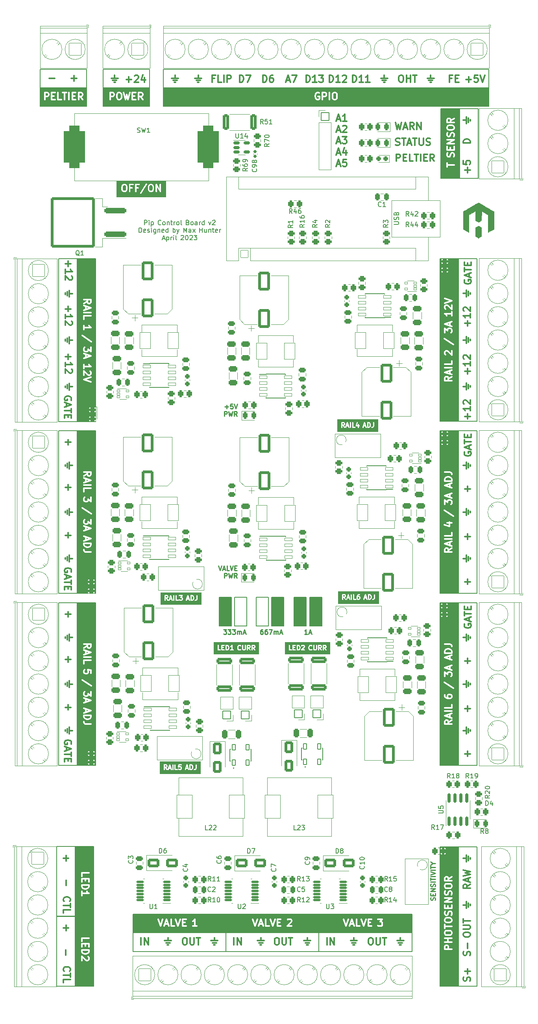
<source format=gbr>
%TF.GenerationSoftware,KiCad,Pcbnew,(7.0.0-0)*%
%TF.CreationDate,2023-04-05T17:08:45+01:00*%
%TF.ProjectId,pipcb,70697063-622e-46b6-9963-61645f706362,rev?*%
%TF.SameCoordinates,Original*%
%TF.FileFunction,Legend,Top*%
%TF.FilePolarity,Positive*%
%FSLAX46Y46*%
G04 Gerber Fmt 4.6, Leading zero omitted, Abs format (unit mm)*
G04 Created by KiCad (PCBNEW (7.0.0-0)) date 2023-04-05 17:08:45*
%MOMM*%
%LPD*%
G01*
G04 APERTURE LIST*
G04 Aperture macros list*
%AMRoundRect*
0 Rectangle with rounded corners*
0 $1 Rounding radius*
0 $2 $3 $4 $5 $6 $7 $8 $9 X,Y pos of 4 corners*
0 Add a 4 corners polygon primitive as box body*
4,1,4,$2,$3,$4,$5,$6,$7,$8,$9,$2,$3,0*
0 Add four circle primitives for the rounded corners*
1,1,$1+$1,$2,$3*
1,1,$1+$1,$4,$5*
1,1,$1+$1,$6,$7*
1,1,$1+$1,$8,$9*
0 Add four rect primitives between the rounded corners*
20,1,$1+$1,$2,$3,$4,$5,0*
20,1,$1+$1,$4,$5,$6,$7,0*
20,1,$1+$1,$6,$7,$8,$9,0*
20,1,$1+$1,$8,$9,$2,$3,0*%
G04 Aperture macros list end*
%ADD10C,0.200000*%
%ADD11C,0.250000*%
%ADD12C,0.300000*%
%ADD13C,0.150000*%
%ADD14C,0.120000*%
%ADD15C,0.100000*%
%ADD16C,0.010000*%
%ADD17C,0.127000*%
%ADD18C,0.001000*%
%ADD19C,1.540000*%
%ADD20RoundRect,0.300000X0.262500X0.450000X-0.262500X0.450000X-0.262500X-0.450000X0.262500X-0.450000X0*%
%ADD21RoundRect,0.300000X-0.450000X0.262500X-0.450000X-0.262500X0.450000X-0.262500X0.450000X0.262500X0*%
%ADD22RoundRect,0.050000X1.300000X1.300000X-1.300000X1.300000X-1.300000X-1.300000X1.300000X-1.300000X0*%
%ADD23C,2.700000*%
%ADD24RoundRect,0.300000X0.450000X-0.262500X0.450000X0.262500X-0.450000X0.262500X-0.450000X-0.262500X0*%
%ADD25R,2.600000X3.100000*%
%ADD26RoundRect,0.050000X0.775000X0.300000X-0.775000X0.300000X-0.775000X-0.300000X0.775000X-0.300000X0*%
%ADD27RoundRect,0.300000X-0.650000X0.325000X-0.650000X-0.325000X0.650000X-0.325000X0.650000X0.325000X0*%
%ADD28RoundRect,0.300000X-0.475000X0.250000X-0.475000X-0.250000X0.475000X-0.250000X0.475000X0.250000X0*%
%ADD29RoundRect,0.300000X-1.000000X1.750000X-1.000000X-1.750000X1.000000X-1.750000X1.000000X1.750000X0*%
%ADD30RoundRect,0.293750X-0.456250X0.243750X-0.456250X-0.243750X0.456250X-0.243750X0.456250X0.243750X0*%
%ADD31RoundRect,0.050000X1.300000X-1.300000X1.300000X1.300000X-1.300000X1.300000X-1.300000X-1.300000X0*%
%ADD32RoundRect,0.300000X-1.000000X-0.650000X1.000000X-0.650000X1.000000X0.650000X-1.000000X0.650000X0*%
%ADD33RoundRect,0.293750X0.456250X-0.243750X0.456250X0.243750X-0.456250X0.243750X-0.456250X-0.243750X0*%
%ADD34RoundRect,0.050000X0.325000X0.200000X-0.325000X0.200000X-0.325000X-0.200000X0.325000X-0.200000X0*%
%ADD35RoundRect,0.293750X-0.243750X-0.456250X0.243750X-0.456250X0.243750X0.456250X-0.243750X0.456250X0*%
%ADD36RoundRect,0.300000X0.475000X-0.250000X0.475000X0.250000X-0.475000X0.250000X-0.475000X-0.250000X0*%
%ADD37RoundRect,0.300000X-0.262500X-0.450000X0.262500X-0.450000X0.262500X0.450000X-0.262500X0.450000X0*%
%ADD38RoundRect,0.275000X-0.250000X0.225000X-0.250000X-0.225000X0.250000X-0.225000X0.250000X0.225000X0*%
%ADD39RoundRect,0.300000X0.650000X-0.325000X0.650000X0.325000X-0.650000X0.325000X-0.650000X-0.325000X0*%
%ADD40RoundRect,0.050000X0.340000X-0.600000X0.340000X0.600000X-0.340000X0.600000X-0.340000X-0.600000X0*%
%ADD41RoundRect,0.300000X1.000000X-1.750000X1.000000X1.750000X-1.000000X1.750000X-1.000000X-1.750000X0*%
%ADD42RoundRect,0.300000X-0.250000X-0.475000X0.250000X-0.475000X0.250000X0.475000X-0.250000X0.475000X0*%
%ADD43RoundRect,0.300000X0.250000X0.475000X-0.250000X0.475000X-0.250000X-0.475000X0.250000X-0.475000X0*%
%ADD44RoundRect,0.050000X-1.175000X-1.750000X1.175000X-1.750000X1.175000X1.750000X-1.175000X1.750000X0*%
%ADD45RoundRect,0.275000X0.250000X-0.225000X0.250000X0.225000X-0.250000X0.225000X-0.250000X-0.225000X0*%
%ADD46RoundRect,0.050000X1.175000X1.750000X-1.175000X1.750000X-1.175000X-1.750000X1.175000X-1.750000X0*%
%ADD47RoundRect,0.050000X-1.300000X-1.300000X1.300000X-1.300000X1.300000X1.300000X-1.300000X1.300000X0*%
%ADD48RoundRect,0.300000X-0.325000X-0.650000X0.325000X-0.650000X0.325000X0.650000X-0.325000X0.650000X0*%
%ADD49RoundRect,0.300000X-1.425000X0.362500X-1.425000X-0.362500X1.425000X-0.362500X1.425000X0.362500X0*%
%ADD50RoundRect,0.050000X1.650000X2.500000X-1.650000X2.500000X-1.650000X-2.500000X1.650000X-2.500000X0*%
%ADD51RoundRect,0.050000X-0.325000X-0.200000X0.325000X-0.200000X0.325000X0.200000X-0.325000X0.200000X0*%
%ADD52RoundRect,0.300000X2.050000X0.300000X-2.050000X0.300000X-2.050000X-0.300000X2.050000X-0.300000X0*%
%ADD53RoundRect,0.300002X4.449998X5.149998X-4.449998X5.149998X-4.449998X-5.149998X4.449998X-5.149998X0*%
%ADD54RoundRect,0.050000X-0.775000X-0.300000X0.775000X-0.300000X0.775000X0.300000X-0.775000X0.300000X0*%
%ADD55RoundRect,0.050000X-1.300000X1.300000X-1.300000X-1.300000X1.300000X-1.300000X1.300000X1.300000X0*%
%ADD56RoundRect,0.293750X0.243750X0.456250X-0.243750X0.456250X-0.243750X-0.456250X0.243750X-0.456250X0*%
%ADD57RoundRect,0.200000X0.150000X-0.825000X0.150000X0.825000X-0.150000X0.825000X-0.150000X-0.825000X0*%
%ADD58RoundRect,0.050000X0.850000X0.850000X-0.850000X0.850000X-0.850000X-0.850000X0.850000X-0.850000X0*%
%ADD59O,1.800000X1.800000*%
%ADD60RoundRect,0.300000X-0.650000X1.000000X-0.650000X-1.000000X0.650000X-1.000000X0.650000X1.000000X0*%
%ADD61R,3.000000X3.100000*%
%ADD62RoundRect,0.150000X0.687500X0.100000X-0.687500X0.100000X-0.687500X-0.100000X0.687500X-0.100000X0*%
%ADD63RoundRect,0.200000X-0.512500X-0.150000X0.512500X-0.150000X0.512500X0.150000X-0.512500X0.150000X0*%
%ADD64RoundRect,0.050000X-0.850000X-0.850000X0.850000X-0.850000X0.850000X0.850000X-0.850000X0.850000X0*%
%ADD65RoundRect,0.300000X0.362500X1.425000X-0.362500X1.425000X-0.362500X-1.425000X0.362500X-1.425000X0*%
%ADD66RoundRect,0.268750X0.218750X0.256250X-0.218750X0.256250X-0.218750X-0.256250X0.218750X-0.256250X0*%
%ADD67RoundRect,0.190000X-0.170000X0.140000X-0.170000X-0.140000X0.170000X-0.140000X0.170000X0.140000X0*%
%ADD68RoundRect,1.175000X-1.125000X-3.375000X1.125000X-3.375000X1.125000X3.375000X-1.125000X3.375000X0*%
%ADD69RoundRect,0.050000X0.800000X-0.800000X0.800000X0.800000X-0.800000X0.800000X-0.800000X-0.800000X0*%
%ADD70O,1.700000X1.700000*%
G04 APERTURE END LIST*
D10*
X44540000Y-83300000D02*
X47140000Y-83300000D01*
X47140000Y-83300000D02*
X47140000Y-89500000D01*
X47140000Y-89500000D02*
X44540000Y-89500000D01*
X44540000Y-89500000D02*
X44540000Y-83300000D01*
G36*
X44540000Y-83300000D02*
G01*
X47140000Y-83300000D01*
X47140000Y-89500000D01*
X44540000Y-89500000D01*
X44540000Y-83300000D01*
G37*
X19540000Y30250000D02*
X29540000Y30250000D01*
X29540000Y30250000D02*
X29540000Y26250000D01*
X29540000Y26250000D02*
X19540000Y26250000D01*
X19540000Y26250000D02*
X19540000Y30250000D01*
X92000000Y-47500000D02*
X96000000Y-47500000D01*
X96000000Y-47500000D02*
X96000000Y-82500000D01*
X96000000Y-82500000D02*
X92000000Y-82500000D01*
X92000000Y-82500000D02*
X92000000Y-47500000D01*
G36*
X92000000Y-47500000D02*
G01*
X96000000Y-47500000D01*
X96000000Y-82500000D01*
X92000000Y-82500000D01*
X92000000Y-47500000D01*
G37*
X92250000Y21750000D02*
X96250000Y21750000D01*
X96250000Y21750000D02*
X96250000Y6750000D01*
X96250000Y6750000D02*
X92250000Y6750000D01*
X92250000Y6750000D02*
X92250000Y21750000D01*
G36*
X92250000Y21750000D02*
G01*
X96250000Y21750000D01*
X96250000Y6750000D01*
X92250000Y6750000D01*
X92250000Y21750000D01*
G37*
X96000000Y-84499999D02*
X100000000Y-84499999D01*
X100000000Y-84499999D02*
X100000000Y-119499999D01*
X100000000Y-119499999D02*
X96000000Y-119499999D01*
X96000000Y-119499999D02*
X96000000Y-84499999D01*
X46000000Y-155500000D02*
X66000000Y-155500000D01*
X66000000Y-155500000D02*
X66000000Y-159500000D01*
X66000000Y-159500000D02*
X46000000Y-159500000D01*
X46000000Y-159500000D02*
X46000000Y-155500000D01*
X6040000Y30250000D02*
X16040000Y30250000D01*
X16040000Y30250000D02*
X16040000Y26250000D01*
X16040000Y26250000D02*
X6040000Y26250000D01*
X6040000Y26250000D02*
X6040000Y30250000D01*
X92000000Y-10500000D02*
X96000000Y-10500000D01*
X96000000Y-10500000D02*
X96000000Y-45500000D01*
X96000000Y-45500000D02*
X92000000Y-45500000D01*
X92000000Y-45500000D02*
X92000000Y-10500000D01*
G36*
X92000000Y-10500000D02*
G01*
X96000000Y-10500000D01*
X96000000Y-45500000D01*
X92000000Y-45500000D01*
X92000000Y-10500000D01*
G37*
X9540000Y-152000000D02*
X13540000Y-152000000D01*
X13540000Y-152000000D02*
X13540000Y-167000000D01*
X13540000Y-167000000D02*
X9540000Y-167000000D01*
X9540000Y-167000000D02*
X9540000Y-152000000D01*
X13560000Y-136940000D02*
X17560000Y-136940000D01*
X17560000Y-136940000D02*
X17560000Y-166940000D01*
X17560000Y-166940000D02*
X13560000Y-166940000D01*
X13560000Y-166940000D02*
X13560000Y-136940000D01*
G36*
X13560000Y-136940000D02*
G01*
X17560000Y-136940000D01*
X17560000Y-166940000D01*
X13560000Y-166940000D01*
X13560000Y-136940000D01*
G37*
X10000000Y-10550000D02*
X14000000Y-10550000D01*
X14000000Y-10550000D02*
X14000000Y-45550000D01*
X14000000Y-45550000D02*
X10000000Y-45550000D01*
X10000000Y-45550000D02*
X10000000Y-10550000D01*
X92000000Y-137000000D02*
X96000000Y-137000000D01*
X96000000Y-137000000D02*
X96000000Y-167000000D01*
X96000000Y-167000000D02*
X92000000Y-167000000D01*
X92000000Y-167000000D02*
X92000000Y-137000000D01*
G36*
X92000000Y-137000000D02*
G01*
X96000000Y-137000000D01*
X96000000Y-167000000D01*
X92000000Y-167000000D01*
X92000000Y-137000000D01*
G37*
X64040000Y-83300000D02*
X66640000Y-83300000D01*
X66640000Y-83300000D02*
X66640000Y-89500000D01*
X66640000Y-89500000D02*
X64040000Y-89500000D01*
X64040000Y-89500000D02*
X64040000Y-83300000D01*
G36*
X64040000Y-83300000D02*
G01*
X66640000Y-83300000D01*
X66640000Y-89500000D01*
X64040000Y-89500000D01*
X64040000Y-83300000D01*
G37*
X14000000Y-10550000D02*
X18000000Y-10550000D01*
X18000000Y-10550000D02*
X18000000Y-45550000D01*
X18000000Y-45550000D02*
X14000000Y-45550000D01*
X14000000Y-45550000D02*
X14000000Y-10550000D01*
G36*
X14000000Y-10550000D02*
G01*
X18000000Y-10550000D01*
X18000000Y-45550000D01*
X14000000Y-45550000D01*
X14000000Y-10550000D01*
G37*
X47840000Y-83300000D02*
X50440000Y-83300000D01*
X50440000Y-83300000D02*
X50440000Y-89500000D01*
X50440000Y-89500000D02*
X47840000Y-89500000D01*
X47840000Y-89500000D02*
X47840000Y-83300000D01*
X52540000Y-83300000D02*
X55140000Y-83300000D01*
X55140000Y-83300000D02*
X55140000Y-89500000D01*
X55140000Y-89500000D02*
X52540000Y-89500000D01*
X52540000Y-89500000D02*
X52540000Y-83300000D01*
X9560000Y-136940000D02*
X13560000Y-136940000D01*
X13560000Y-136940000D02*
X13560000Y-151940000D01*
X13560000Y-151940000D02*
X9560000Y-151940000D01*
X9560000Y-151940000D02*
X9560000Y-136940000D01*
X26000000Y-151500000D02*
X46000000Y-151500000D01*
X46000000Y-151500000D02*
X46000000Y-155500000D01*
X46000000Y-155500000D02*
X26000000Y-155500000D01*
X26000000Y-155500000D02*
X26000000Y-151500000D01*
G36*
X26000000Y-151500000D02*
G01*
X46000000Y-151500000D01*
X46000000Y-155500000D01*
X26000000Y-155500000D01*
X26000000Y-151500000D01*
G37*
X96000000Y-137000000D02*
X100000000Y-137000000D01*
X100000000Y-137000000D02*
X100000000Y-167000000D01*
X100000000Y-167000000D02*
X96000000Y-167000000D01*
X96000000Y-167000000D02*
X96000000Y-137000000D01*
X32540000Y26250000D02*
X102540000Y26250000D01*
X102540000Y26250000D02*
X102540000Y22250000D01*
X102540000Y22250000D02*
X32540000Y22250000D01*
X32540000Y22250000D02*
X32540000Y26250000D01*
G36*
X32540000Y26250000D02*
G01*
X102540000Y26250000D01*
X102540000Y22250000D01*
X32540000Y22250000D01*
X32540000Y26250000D01*
G37*
X10000000Y-47500000D02*
X14000000Y-47500000D01*
X14000000Y-47500000D02*
X14000000Y-82500000D01*
X14000000Y-82500000D02*
X10000000Y-82500000D01*
X10000000Y-82500000D02*
X10000000Y-47500000D01*
X92000000Y-84499999D02*
X96000000Y-84499999D01*
X96000000Y-84499999D02*
X96000000Y-119499999D01*
X96000000Y-119499999D02*
X92000000Y-119499999D01*
X92000000Y-119499999D02*
X92000000Y-84499999D01*
G36*
X92000000Y-84499999D02*
G01*
X96000000Y-84499999D01*
X96000000Y-119499999D01*
X92000000Y-119499999D01*
X92000000Y-84499999D01*
G37*
X10000000Y-84500000D02*
X14000000Y-84500000D01*
X14000000Y-84500000D02*
X14000000Y-119500000D01*
X14000000Y-119500000D02*
X10000000Y-119500000D01*
X10000000Y-119500000D02*
X10000000Y-84500000D01*
X26000000Y-155500000D02*
X46000000Y-155500000D01*
X46000000Y-155500000D02*
X46000000Y-159500000D01*
X46000000Y-159500000D02*
X26000000Y-159500000D01*
X26000000Y-159500000D02*
X26000000Y-155500000D01*
X66000000Y-155500000D02*
X86000000Y-155500000D01*
X86000000Y-155500000D02*
X86000000Y-159500000D01*
X86000000Y-159500000D02*
X66000000Y-159500000D01*
X66000000Y-159500000D02*
X66000000Y-155500000D01*
X96250000Y21750000D02*
X100250000Y21750000D01*
X100250000Y21750000D02*
X100250000Y6750000D01*
X100250000Y6750000D02*
X96250000Y6750000D01*
X96250000Y6750000D02*
X96250000Y21750000D01*
X14000000Y-47500000D02*
X18000000Y-47500000D01*
X18000000Y-47500000D02*
X18000000Y-82500000D01*
X18000000Y-82500000D02*
X14000000Y-82500000D01*
X14000000Y-82500000D02*
X14000000Y-47500000D01*
G36*
X14000000Y-47500000D02*
G01*
X18000000Y-47500000D01*
X18000000Y-82500000D01*
X14000000Y-82500000D01*
X14000000Y-47500000D01*
G37*
X14000000Y-84499999D02*
X18000000Y-84499999D01*
X18000000Y-84499999D02*
X18000000Y-119499999D01*
X18000000Y-119499999D02*
X14000000Y-119499999D01*
X14000000Y-119499999D02*
X14000000Y-84499999D01*
G36*
X14000000Y-84499999D02*
G01*
X18000000Y-84499999D01*
X18000000Y-119499999D01*
X14000000Y-119499999D01*
X14000000Y-84499999D01*
G37*
X66000000Y-151500000D02*
X86000000Y-151500000D01*
X86000000Y-151500000D02*
X86000000Y-155500000D01*
X86000000Y-155500000D02*
X66000000Y-155500000D01*
X66000000Y-155500000D02*
X66000000Y-151500000D01*
G36*
X66000000Y-151500000D02*
G01*
X86000000Y-151500000D01*
X86000000Y-155500000D01*
X66000000Y-155500000D01*
X66000000Y-151500000D01*
G37*
X32540000Y30250000D02*
X102540000Y30250000D01*
X102540000Y30250000D02*
X102540000Y26250000D01*
X102540000Y26250000D02*
X32540000Y26250000D01*
X32540000Y26250000D02*
X32540000Y30250000D01*
X96000000Y-47500000D02*
X100000000Y-47500000D01*
X100000000Y-47500000D02*
X100000000Y-82500000D01*
X100000000Y-82500000D02*
X96000000Y-82500000D01*
X96000000Y-82500000D02*
X96000000Y-47500000D01*
X55840000Y-83300000D02*
X58440000Y-83300000D01*
X58440000Y-83300000D02*
X58440000Y-89500000D01*
X58440000Y-89500000D02*
X55840000Y-89500000D01*
X55840000Y-89500000D02*
X55840000Y-83300000D01*
G36*
X55840000Y-83300000D02*
G01*
X58440000Y-83300000D01*
X58440000Y-89500000D01*
X55840000Y-89500000D01*
X55840000Y-83300000D01*
G37*
X60640000Y-83300000D02*
X63240000Y-83300000D01*
X63240000Y-83300000D02*
X63240000Y-89500000D01*
X63240000Y-89500000D02*
X60640000Y-89500000D01*
X60640000Y-89500000D02*
X60640000Y-83300000D01*
G36*
X60640000Y-83300000D02*
G01*
X63240000Y-83300000D01*
X63240000Y-89500000D01*
X60640000Y-89500000D01*
X60640000Y-83300000D01*
G37*
X96000000Y-10500000D02*
X100000000Y-10500000D01*
X100000000Y-10500000D02*
X100000000Y-45500000D01*
X100000000Y-45500000D02*
X96000000Y-45500000D01*
X96000000Y-45500000D02*
X96000000Y-10500000D01*
X6040000Y26250000D02*
X16040000Y26250000D01*
X16040000Y26250000D02*
X16040000Y22250000D01*
X16040000Y22250000D02*
X6040000Y22250000D01*
X6040000Y22250000D02*
X6040000Y26250000D01*
G36*
X6040000Y26250000D02*
G01*
X16040000Y26250000D01*
X16040000Y22250000D01*
X6040000Y22250000D01*
X6040000Y26250000D01*
G37*
X19540000Y26250000D02*
X29540000Y26250000D01*
X29540000Y26250000D02*
X29540000Y22250000D01*
X29540000Y22250000D02*
X19540000Y22250000D01*
X19540000Y22250000D02*
X19540000Y26250000D01*
G36*
X19540000Y26250000D02*
G01*
X29540000Y26250000D01*
X29540000Y22250000D01*
X19540000Y22250000D01*
X19540000Y26250000D01*
G37*
X46000000Y-151500000D02*
X66000000Y-151500000D01*
X66000000Y-151500000D02*
X66000000Y-155500000D01*
X66000000Y-155500000D02*
X46000000Y-155500000D01*
X46000000Y-155500000D02*
X46000000Y-151500000D01*
G36*
X46000000Y-151500000D02*
G01*
X66000000Y-151500000D01*
X66000000Y-155500000D01*
X46000000Y-155500000D01*
X46000000Y-151500000D01*
G37*
D11*
X63497142Y-91267380D02*
X62925714Y-91267380D01*
X63211428Y-91267380D02*
X63211428Y-90267380D01*
X63211428Y-90267380D02*
X63116190Y-90410238D01*
X63116190Y-90410238D02*
X63020952Y-90505476D01*
X63020952Y-90505476D02*
X62925714Y-90553095D01*
X63878095Y-90981666D02*
X64354285Y-90981666D01*
X63782857Y-91267380D02*
X64116190Y-90267380D01*
X64116190Y-90267380D02*
X64449523Y-91267380D01*
D12*
X37000000Y-156551071D02*
X37285714Y-156551071D01*
X37285714Y-156551071D02*
X37428571Y-156622500D01*
X37428571Y-156622500D02*
X37571428Y-156765357D01*
X37571428Y-156765357D02*
X37642857Y-157051071D01*
X37642857Y-157051071D02*
X37642857Y-157551071D01*
X37642857Y-157551071D02*
X37571428Y-157836785D01*
X37571428Y-157836785D02*
X37428571Y-157979642D01*
X37428571Y-157979642D02*
X37285714Y-158051071D01*
X37285714Y-158051071D02*
X37000000Y-158051071D01*
X37000000Y-158051071D02*
X36857143Y-157979642D01*
X36857143Y-157979642D02*
X36714285Y-157836785D01*
X36714285Y-157836785D02*
X36642857Y-157551071D01*
X36642857Y-157551071D02*
X36642857Y-157051071D01*
X36642857Y-157051071D02*
X36714285Y-156765357D01*
X36714285Y-156765357D02*
X36857143Y-156622500D01*
X36857143Y-156622500D02*
X37000000Y-156551071D01*
X38285714Y-156551071D02*
X38285714Y-157765357D01*
X38285714Y-157765357D02*
X38357143Y-157908214D01*
X38357143Y-157908214D02*
X38428572Y-157979642D01*
X38428572Y-157979642D02*
X38571429Y-158051071D01*
X38571429Y-158051071D02*
X38857143Y-158051071D01*
X38857143Y-158051071D02*
X39000000Y-157979642D01*
X39000000Y-157979642D02*
X39071429Y-157908214D01*
X39071429Y-157908214D02*
X39142857Y-157765357D01*
X39142857Y-157765357D02*
X39142857Y-156551071D01*
X39642858Y-156551071D02*
X40500001Y-156551071D01*
X40071429Y-158051071D02*
X40071429Y-156551071D01*
X98551071Y-145035714D02*
X97836785Y-145535714D01*
X98551071Y-145892857D02*
X97051071Y-145892857D01*
X97051071Y-145892857D02*
X97051071Y-145321428D01*
X97051071Y-145321428D02*
X97122500Y-145178571D01*
X97122500Y-145178571D02*
X97193928Y-145107142D01*
X97193928Y-145107142D02*
X97336785Y-145035714D01*
X97336785Y-145035714D02*
X97551071Y-145035714D01*
X97551071Y-145035714D02*
X97693928Y-145107142D01*
X97693928Y-145107142D02*
X97765357Y-145178571D01*
X97765357Y-145178571D02*
X97836785Y-145321428D01*
X97836785Y-145321428D02*
X97836785Y-145892857D01*
X98122500Y-144464285D02*
X98122500Y-143750000D01*
X98551071Y-144607142D02*
X97051071Y-144107142D01*
X97051071Y-144107142D02*
X98551071Y-143607142D01*
X97051071Y-143250000D02*
X98551071Y-142892857D01*
X98551071Y-142892857D02*
X97479642Y-142607143D01*
X97479642Y-142607143D02*
X98551071Y-142321428D01*
X98551071Y-142321428D02*
X97051071Y-141964286D01*
X94575714Y28234642D02*
X94075714Y28234642D01*
X94075714Y27448928D02*
X94075714Y28948928D01*
X94075714Y28948928D02*
X94790000Y28948928D01*
X95361428Y28234642D02*
X95861428Y28234642D01*
X96075714Y27448928D02*
X95361428Y27448928D01*
X95361428Y27448928D02*
X95361428Y28948928D01*
X95361428Y28948928D02*
X96075714Y28948928D01*
X12020357Y-96133335D02*
X12020357Y-97276193D01*
X11448928Y-96704764D02*
X12591785Y-96704764D01*
X97322500Y-15099999D02*
X97251071Y-15242857D01*
X97251071Y-15242857D02*
X97251071Y-15457142D01*
X97251071Y-15457142D02*
X97322500Y-15671428D01*
X97322500Y-15671428D02*
X97465357Y-15814285D01*
X97465357Y-15814285D02*
X97608214Y-15885714D01*
X97608214Y-15885714D02*
X97893928Y-15957142D01*
X97893928Y-15957142D02*
X98108214Y-15957142D01*
X98108214Y-15957142D02*
X98393928Y-15885714D01*
X98393928Y-15885714D02*
X98536785Y-15814285D01*
X98536785Y-15814285D02*
X98679642Y-15671428D01*
X98679642Y-15671428D02*
X98751071Y-15457142D01*
X98751071Y-15457142D02*
X98751071Y-15314285D01*
X98751071Y-15314285D02*
X98679642Y-15099999D01*
X98679642Y-15099999D02*
X98608214Y-15028571D01*
X98608214Y-15028571D02*
X98108214Y-15028571D01*
X98108214Y-15028571D02*
X98108214Y-15314285D01*
X98322500Y-14457142D02*
X98322500Y-13742857D01*
X98751071Y-14599999D02*
X97251071Y-14099999D01*
X97251071Y-14099999D02*
X98751071Y-13599999D01*
X97251071Y-13314285D02*
X97251071Y-12457143D01*
X98751071Y-12885714D02*
X97251071Y-12885714D01*
X97965357Y-11957143D02*
X97965357Y-11457143D01*
X98751071Y-11242857D02*
X98751071Y-11957143D01*
X98751071Y-11957143D02*
X97251071Y-11957143D01*
X97251071Y-11957143D02*
X97251071Y-11242857D01*
X12306071Y-64285714D02*
X12306071Y-65714286D01*
X11877500Y-64571429D02*
X11877500Y-65428571D01*
X12948928Y-65000000D02*
X12306071Y-65000000D01*
X11448928Y-65142857D02*
X11448928Y-64857143D01*
X12020357Y-86428571D02*
X12020357Y-87571429D01*
X11448928Y-87000000D02*
X12591785Y-87000000D01*
X11580357Y-144178571D02*
X11580357Y-145321429D01*
G36*
X30058287Y5254222D02*
G01*
X30154554Y5157954D01*
X30211428Y4930463D01*
X30211428Y4467393D01*
X30154554Y4239901D01*
X30058288Y4143635D01*
X29968875Y4098928D01*
X29753981Y4098928D01*
X29664569Y4143633D01*
X29568300Y4239901D01*
X29511428Y4467392D01*
X29511428Y4930464D01*
X29568300Y5157954D01*
X29664568Y5254222D01*
X29753981Y5298928D01*
X29968875Y5298928D01*
X30058287Y5254222D01*
G37*
G36*
X24344001Y5254222D02*
G01*
X24440268Y5157954D01*
X24497142Y4930463D01*
X24497142Y4467393D01*
X24440268Y4239901D01*
X24344002Y4143635D01*
X24254589Y4098928D01*
X24039695Y4098928D01*
X23950283Y4143633D01*
X23854014Y4239901D01*
X23797142Y4467392D01*
X23797142Y4930464D01*
X23854014Y5157954D01*
X23950282Y5254222D01*
X24039695Y5298928D01*
X24254589Y5298928D01*
X24344001Y5254222D01*
G37*
G36*
X33107858Y2710714D02*
G01*
X22472142Y2710714D01*
X22472142Y3594412D01*
X27490831Y3594412D01*
X27514225Y3509487D01*
X27579819Y3450690D01*
X27666787Y3436691D01*
X27747518Y3471933D01*
X28403080Y4455277D01*
X29205224Y4455277D01*
X29211428Y4430461D01*
X29211428Y4427360D01*
X29216646Y4409586D01*
X29286767Y4129102D01*
X29295646Y4088291D01*
X29313203Y4070733D01*
X29325766Y4049321D01*
X29343708Y4040228D01*
X29456348Y3927590D01*
X29469237Y3905890D01*
X29506199Y3887408D01*
X29542483Y3867596D01*
X29545406Y3867805D01*
X29644265Y3818375D01*
X29674527Y3798928D01*
X29705180Y3798928D01*
X29735352Y3793498D01*
X29748444Y3798928D01*
X29996210Y3798928D01*
X30031973Y3795067D01*
X30059387Y3808774D01*
X30088805Y3817412D01*
X30098087Y3828124D01*
X30197400Y3877781D01*
X30222064Y3883147D01*
X30251284Y3912367D01*
X30281555Y3940524D01*
X30282281Y3943364D01*
X30394424Y4055507D01*
X30424838Y4084104D01*
X30430859Y4108191D01*
X30442759Y4129983D01*
X30441323Y4150047D01*
X30500961Y4388598D01*
X30511428Y4404884D01*
X30511428Y4430463D01*
X30512180Y4433471D01*
X30511428Y4451976D01*
X30511428Y4924241D01*
X30517632Y4942580D01*
X30511428Y4967396D01*
X30511428Y4970496D01*
X30506210Y4988266D01*
X30436083Y5268769D01*
X30427209Y5309564D01*
X30409653Y5327119D01*
X30397089Y5348536D01*
X30379144Y5357628D01*
X30324025Y5412748D01*
X30852197Y5412748D01*
X30854285Y5409094D01*
X30854285Y3927360D01*
X30872769Y3864408D01*
X30939342Y3806723D01*
X31026534Y3794186D01*
X31106661Y3830779D01*
X31154285Y3904884D01*
X31154285Y4884094D01*
X31722460Y3889786D01*
X31729912Y3864408D01*
X31760245Y3838124D01*
X31789174Y3810294D01*
X31793304Y3809478D01*
X31796485Y3806723D01*
X31836218Y3801009D01*
X31875595Y3793239D01*
X31879508Y3794785D01*
X31883677Y3794186D01*
X31920200Y3810865D01*
X31957519Y3825613D01*
X31959975Y3829030D01*
X31963804Y3830779D01*
X31985495Y3864532D01*
X32008934Y3897138D01*
X32009153Y3901344D01*
X32011428Y3904884D01*
X32011428Y3945010D01*
X32013517Y3985108D01*
X32011428Y3988764D01*
X32011428Y5470496D01*
X31992944Y5533448D01*
X31926371Y5591133D01*
X31839179Y5603670D01*
X31759052Y5567077D01*
X31711428Y5492972D01*
X31711428Y4513763D01*
X31143252Y5508069D01*
X31135801Y5533448D01*
X31105467Y5559731D01*
X31076539Y5587562D01*
X31072408Y5588377D01*
X31069228Y5591133D01*
X31029494Y5596846D01*
X30990118Y5604617D01*
X30986204Y5603070D01*
X30982036Y5603670D01*
X30945512Y5586990D01*
X30908194Y5572243D01*
X30905737Y5568825D01*
X30901909Y5567077D01*
X30880213Y5533318D01*
X30856779Y5500717D01*
X30856559Y5496511D01*
X30854285Y5492972D01*
X30854285Y5452835D01*
X30852197Y5412748D01*
X30324025Y5412748D01*
X30266505Y5470269D01*
X30253618Y5491967D01*
X30216670Y5510440D01*
X30180374Y5530260D01*
X30177450Y5530050D01*
X30078587Y5579482D01*
X30048329Y5598928D01*
X30017678Y5598928D01*
X29987503Y5604358D01*
X29974411Y5598928D01*
X29726647Y5598928D01*
X29690884Y5602789D01*
X29663469Y5589081D01*
X29634051Y5580444D01*
X29624769Y5569732D01*
X29525453Y5520074D01*
X29500792Y5514710D01*
X29471580Y5485498D01*
X29441301Y5457333D01*
X29440574Y5454492D01*
X29328421Y5342339D01*
X29298017Y5313751D01*
X29291996Y5289668D01*
X29280095Y5267873D01*
X29281530Y5247804D01*
X29221894Y5009258D01*
X29211428Y4992972D01*
X29211428Y4967392D01*
X29210676Y4964384D01*
X29211428Y4945879D01*
X29211428Y4473616D01*
X29205224Y4455277D01*
X28403080Y4455277D01*
X29069627Y5455098D01*
X29089167Y5517730D01*
X29065773Y5602655D01*
X29000179Y5661452D01*
X28913211Y5675451D01*
X28832480Y5640209D01*
X27510371Y3657044D01*
X27490831Y3594412D01*
X22472142Y3594412D01*
X22472142Y4455277D01*
X23490938Y4455277D01*
X23497142Y4430461D01*
X23497142Y4427360D01*
X23502360Y4409586D01*
X23572481Y4129102D01*
X23581360Y4088291D01*
X23598917Y4070733D01*
X23611480Y4049321D01*
X23629422Y4040228D01*
X23742062Y3927590D01*
X23754951Y3905890D01*
X23791913Y3887408D01*
X23828197Y3867596D01*
X23831120Y3867805D01*
X23929979Y3818375D01*
X23960241Y3798928D01*
X23990894Y3798928D01*
X24021066Y3793498D01*
X24034158Y3798928D01*
X24281924Y3798928D01*
X24317687Y3795067D01*
X24345101Y3808774D01*
X24374519Y3817412D01*
X24383801Y3828124D01*
X24483114Y3877781D01*
X24507778Y3883147D01*
X24536998Y3912367D01*
X24567269Y3940524D01*
X24567995Y3943364D01*
X24680138Y4055507D01*
X24710552Y4084104D01*
X24716573Y4108191D01*
X24728473Y4129983D01*
X24727037Y4150047D01*
X24786675Y4388598D01*
X24797142Y4404884D01*
X24797142Y4430463D01*
X24797894Y4433471D01*
X24797142Y4451976D01*
X24797142Y4712393D01*
X25135257Y4712393D01*
X25139999Y4702010D01*
X25139999Y3927360D01*
X25158483Y3864408D01*
X25225056Y3806723D01*
X25312248Y3794186D01*
X25392375Y3830779D01*
X25439999Y3904884D01*
X25439999Y4584642D01*
X25811567Y4584642D01*
X25874519Y4603126D01*
X25932204Y4669699D01*
X25938343Y4712393D01*
X26420971Y4712393D01*
X26425713Y4702010D01*
X26425713Y3927360D01*
X26444197Y3864408D01*
X26510770Y3806723D01*
X26597962Y3794186D01*
X26678089Y3830779D01*
X26725713Y3904884D01*
X26725713Y4584642D01*
X27097281Y4584642D01*
X27160233Y4603126D01*
X27217918Y4669699D01*
X27230455Y4756891D01*
X27193862Y4837018D01*
X27119757Y4884642D01*
X26725713Y4884642D01*
X26725713Y5298928D01*
X27311567Y5298928D01*
X27374519Y5317412D01*
X27432204Y5383985D01*
X27444741Y5471177D01*
X27408148Y5551304D01*
X27334043Y5598928D01*
X26586444Y5598928D01*
X26553464Y5603670D01*
X26523157Y5589829D01*
X26491193Y5580444D01*
X26483718Y5571818D01*
X26473337Y5567077D01*
X26455324Y5539049D01*
X26433508Y5513871D01*
X26431883Y5502573D01*
X26425713Y5492972D01*
X26425713Y5459659D01*
X26420971Y5426679D01*
X26425713Y5416296D01*
X26425713Y4745373D01*
X26420971Y4712393D01*
X25938343Y4712393D01*
X25944741Y4756891D01*
X25908148Y4837018D01*
X25834043Y4884642D01*
X25439999Y4884642D01*
X25439999Y5298928D01*
X26025853Y5298928D01*
X26088805Y5317412D01*
X26146490Y5383985D01*
X26159027Y5471177D01*
X26122434Y5551304D01*
X26048329Y5598928D01*
X25300730Y5598928D01*
X25267750Y5603670D01*
X25237443Y5589829D01*
X25205479Y5580444D01*
X25198004Y5571818D01*
X25187623Y5567077D01*
X25169610Y5539049D01*
X25147794Y5513871D01*
X25146169Y5502573D01*
X25139999Y5492972D01*
X25139999Y5459659D01*
X25135257Y5426679D01*
X25139999Y5416296D01*
X25139999Y4745373D01*
X25135257Y4712393D01*
X24797142Y4712393D01*
X24797142Y4924241D01*
X24803346Y4942580D01*
X24797142Y4967396D01*
X24797142Y4970496D01*
X24791924Y4988266D01*
X24721797Y5268769D01*
X24712923Y5309564D01*
X24695367Y5327119D01*
X24682803Y5348536D01*
X24664858Y5357628D01*
X24552219Y5470269D01*
X24539332Y5491967D01*
X24502384Y5510440D01*
X24466088Y5530260D01*
X24463164Y5530050D01*
X24364301Y5579482D01*
X24334043Y5598928D01*
X24303392Y5598928D01*
X24273217Y5604358D01*
X24260125Y5598928D01*
X24012361Y5598928D01*
X23976598Y5602789D01*
X23949183Y5589081D01*
X23919765Y5580444D01*
X23910483Y5569732D01*
X23811167Y5520074D01*
X23786506Y5514710D01*
X23757294Y5485498D01*
X23727015Y5457333D01*
X23726288Y5454492D01*
X23614135Y5342339D01*
X23583731Y5313751D01*
X23577710Y5289668D01*
X23565809Y5267873D01*
X23567244Y5247804D01*
X23507608Y5009258D01*
X23497142Y4992972D01*
X23497142Y4967392D01*
X23496390Y4964384D01*
X23497142Y4945879D01*
X23497142Y4473616D01*
X23490938Y4455277D01*
X22472142Y4455277D01*
X22472142Y6289286D01*
X33107858Y6289286D01*
X33107858Y2710714D01*
G37*
X56800000Y-156551071D02*
X57085714Y-156551071D01*
X57085714Y-156551071D02*
X57228571Y-156622500D01*
X57228571Y-156622500D02*
X57371428Y-156765357D01*
X57371428Y-156765357D02*
X57442857Y-157051071D01*
X57442857Y-157051071D02*
X57442857Y-157551071D01*
X57442857Y-157551071D02*
X57371428Y-157836785D01*
X57371428Y-157836785D02*
X57228571Y-157979642D01*
X57228571Y-157979642D02*
X57085714Y-158051071D01*
X57085714Y-158051071D02*
X56800000Y-158051071D01*
X56800000Y-158051071D02*
X56657143Y-157979642D01*
X56657143Y-157979642D02*
X56514285Y-157836785D01*
X56514285Y-157836785D02*
X56442857Y-157551071D01*
X56442857Y-157551071D02*
X56442857Y-157051071D01*
X56442857Y-157051071D02*
X56514285Y-156765357D01*
X56514285Y-156765357D02*
X56657143Y-156622500D01*
X56657143Y-156622500D02*
X56800000Y-156551071D01*
X58085714Y-156551071D02*
X58085714Y-157765357D01*
X58085714Y-157765357D02*
X58157143Y-157908214D01*
X58157143Y-157908214D02*
X58228572Y-157979642D01*
X58228572Y-157979642D02*
X58371429Y-158051071D01*
X58371429Y-158051071D02*
X58657143Y-158051071D01*
X58657143Y-158051071D02*
X58800000Y-157979642D01*
X58800000Y-157979642D02*
X58871429Y-157908214D01*
X58871429Y-157908214D02*
X58942857Y-157765357D01*
X58942857Y-157765357D02*
X58942857Y-156551071D01*
X59442858Y-156551071D02*
X60300001Y-156551071D01*
X59871429Y-158051071D02*
X59871429Y-156551071D01*
X82785714Y-157193928D02*
X84214286Y-157193928D01*
X83071429Y-157622500D02*
X83928571Y-157622500D01*
X83500000Y-156551071D02*
X83500000Y-157193928D01*
X83642857Y-158051071D02*
X83357143Y-158051071D01*
X77000000Y-156551071D02*
X77285714Y-156551071D01*
X77285714Y-156551071D02*
X77428571Y-156622500D01*
X77428571Y-156622500D02*
X77571428Y-156765357D01*
X77571428Y-156765357D02*
X77642857Y-157051071D01*
X77642857Y-157051071D02*
X77642857Y-157551071D01*
X77642857Y-157551071D02*
X77571428Y-157836785D01*
X77571428Y-157836785D02*
X77428571Y-157979642D01*
X77428571Y-157979642D02*
X77285714Y-158051071D01*
X77285714Y-158051071D02*
X77000000Y-158051071D01*
X77000000Y-158051071D02*
X76857143Y-157979642D01*
X76857143Y-157979642D02*
X76714285Y-157836785D01*
X76714285Y-157836785D02*
X76642857Y-157551071D01*
X76642857Y-157551071D02*
X76642857Y-157051071D01*
X76642857Y-157051071D02*
X76714285Y-156765357D01*
X76714285Y-156765357D02*
X76857143Y-156622500D01*
X76857143Y-156622500D02*
X77000000Y-156551071D01*
X78285714Y-156551071D02*
X78285714Y-157765357D01*
X78285714Y-157765357D02*
X78357143Y-157908214D01*
X78357143Y-157908214D02*
X78428572Y-157979642D01*
X78428572Y-157979642D02*
X78571429Y-158051071D01*
X78571429Y-158051071D02*
X78857143Y-158051071D01*
X78857143Y-158051071D02*
X79000000Y-157979642D01*
X79000000Y-157979642D02*
X79071429Y-157908214D01*
X79071429Y-157908214D02*
X79142857Y-157765357D01*
X79142857Y-157765357D02*
X79142857Y-156551071D01*
X79642858Y-156551071D02*
X80500001Y-156551071D01*
X80071429Y-158051071D02*
X80071429Y-156551071D01*
X97693928Y-75714285D02*
X97693928Y-74285713D01*
X98122500Y-75428571D02*
X98122500Y-74571428D01*
X97051071Y-74999999D02*
X97693928Y-74999999D01*
X98551071Y-74857142D02*
X98551071Y-75142856D01*
X97979642Y-24999999D02*
X97979642Y-23857142D01*
X98551071Y-24428570D02*
X97408214Y-24428570D01*
X98551071Y-22357141D02*
X98551071Y-23214284D01*
X98551071Y-22785713D02*
X97051071Y-22785713D01*
X97051071Y-22785713D02*
X97265357Y-22928570D01*
X97265357Y-22928570D02*
X97408214Y-23071427D01*
X97408214Y-23071427D02*
X97479642Y-23214284D01*
X97193928Y-21785713D02*
X97122500Y-21714285D01*
X97122500Y-21714285D02*
X97051071Y-21571428D01*
X97051071Y-21571428D02*
X97051071Y-21214285D01*
X97051071Y-21214285D02*
X97122500Y-21071428D01*
X97122500Y-21071428D02*
X97193928Y-20999999D01*
X97193928Y-20999999D02*
X97336785Y-20928570D01*
X97336785Y-20928570D02*
X97479642Y-20928570D01*
X97479642Y-20928570D02*
X97693928Y-20999999D01*
X97693928Y-20999999D02*
X98551071Y-21857142D01*
X98551071Y-21857142D02*
X98551071Y-20928570D01*
D11*
G36*
X61648667Y-93824254D02*
G01*
X61708696Y-93884283D01*
X61741106Y-93949102D01*
X61781666Y-94111340D01*
X61781666Y-94223421D01*
X61741106Y-94385658D01*
X61708695Y-94450479D01*
X61648668Y-94510506D01*
X61553049Y-94542380D01*
X61460238Y-94542380D01*
X61460238Y-93792380D01*
X61553048Y-93792380D01*
X61648667Y-93824254D01*
G37*
G36*
X67337382Y-93817731D02*
G01*
X67356315Y-93836664D01*
X67381666Y-93887365D01*
X67381666Y-93971206D01*
X67356314Y-94021907D01*
X67337383Y-94040839D01*
X67286682Y-94066190D01*
X67179788Y-94066190D01*
X67149711Y-94063073D01*
X67143543Y-94066190D01*
X67060238Y-94066190D01*
X67060238Y-93792380D01*
X67286681Y-93792380D01*
X67337382Y-93817731D01*
G37*
G36*
X66337382Y-93817731D02*
G01*
X66356315Y-93836664D01*
X66381666Y-93887365D01*
X66381666Y-93971206D01*
X66356314Y-94021907D01*
X66337383Y-94040839D01*
X66286682Y-94066190D01*
X66179788Y-94066190D01*
X66149711Y-94063073D01*
X66143543Y-94066190D01*
X66060238Y-94066190D01*
X66060238Y-93792380D01*
X66286681Y-93792380D01*
X66337382Y-93817731D01*
G37*
G36*
X68427500Y-95630357D02*
G01*
X58652500Y-95630357D01*
X58652500Y-94685920D01*
X59492001Y-94685920D01*
X59503534Y-94711174D01*
X59511356Y-94737813D01*
X59518543Y-94744041D01*
X59522495Y-94752693D01*
X59545851Y-94767703D01*
X59566833Y-94785884D01*
X59576247Y-94787237D01*
X59584249Y-94792380D01*
X59612013Y-94792380D01*
X59639492Y-94796331D01*
X59648144Y-94792380D01*
X60115114Y-94792380D01*
X60167575Y-94776976D01*
X60215646Y-94721499D01*
X60220762Y-94685920D01*
X60301525Y-94685920D01*
X60313058Y-94711174D01*
X60320880Y-94737813D01*
X60328067Y-94744041D01*
X60332019Y-94752693D01*
X60355375Y-94767703D01*
X60376357Y-94785884D01*
X60385771Y-94787237D01*
X60393773Y-94792380D01*
X60421537Y-94792380D01*
X60449016Y-94796331D01*
X60457668Y-94792380D01*
X60924638Y-94792380D01*
X60977099Y-94776976D01*
X61025170Y-94721499D01*
X61030286Y-94685920D01*
X61206287Y-94685920D01*
X61217820Y-94711174D01*
X61225642Y-94737813D01*
X61232829Y-94744041D01*
X61236781Y-94752693D01*
X61260137Y-94767703D01*
X61281119Y-94785884D01*
X61290533Y-94787237D01*
X61298535Y-94792380D01*
X61326299Y-94792380D01*
X61353778Y-94796331D01*
X61362430Y-94792380D01*
X61557662Y-94792380D01*
X61578042Y-94797572D01*
X61610721Y-94786678D01*
X61643766Y-94776976D01*
X61645364Y-94775130D01*
X61749337Y-94740473D01*
X61778625Y-94734102D01*
X61796689Y-94716038D01*
X61817665Y-94701460D01*
X61822179Y-94690548D01*
X61826807Y-94685920D01*
X62111049Y-94685920D01*
X62116927Y-94698792D01*
X62117937Y-94712907D01*
X62131878Y-94731530D01*
X62141543Y-94752693D01*
X62153447Y-94760343D01*
X62161928Y-94771672D01*
X62183725Y-94779802D01*
X62203297Y-94792380D01*
X62217448Y-94792380D01*
X62230706Y-94797325D01*
X62253437Y-94792380D01*
X62877019Y-94792380D01*
X62929480Y-94776976D01*
X62977551Y-94721499D01*
X62987998Y-94648840D01*
X62957504Y-94582067D01*
X62895750Y-94542380D01*
X62541776Y-94542380D01*
X62850637Y-94233519D01*
X63709830Y-94233519D01*
X63715000Y-94254199D01*
X63715000Y-94256781D01*
X63719344Y-94271578D01*
X63760951Y-94438004D01*
X63759402Y-94452359D01*
X63769678Y-94472912D01*
X63770710Y-94477037D01*
X63777687Y-94488929D01*
X63816426Y-94566408D01*
X63820897Y-94586958D01*
X63845250Y-94611312D01*
X63868711Y-94636533D01*
X63871076Y-94637137D01*
X63937331Y-94703393D01*
X63956128Y-94726740D01*
X63980362Y-94734818D01*
X64002784Y-94747061D01*
X64014563Y-94746218D01*
X64118936Y-94781008D01*
X64136630Y-94792380D01*
X64171085Y-94792380D01*
X64205494Y-94793625D01*
X64207594Y-94792380D01*
X64252900Y-94792380D01*
X64273280Y-94797572D01*
X64305959Y-94786678D01*
X64339004Y-94776976D01*
X64340602Y-94775130D01*
X64444575Y-94740473D01*
X64473863Y-94734102D01*
X64491927Y-94716037D01*
X64512903Y-94701460D01*
X64517416Y-94690548D01*
X64560143Y-94647823D01*
X64586346Y-94599835D01*
X64581110Y-94526615D01*
X64561170Y-94499978D01*
X64759402Y-94499978D01*
X64770825Y-94522825D01*
X64778023Y-94547337D01*
X64786948Y-94555070D01*
X64816426Y-94614027D01*
X64820897Y-94634577D01*
X64845252Y-94658932D01*
X64868711Y-94684152D01*
X64871076Y-94684756D01*
X64883387Y-94697068D01*
X64894127Y-94715150D01*
X64924937Y-94730555D01*
X64955164Y-94747060D01*
X64957598Y-94746885D01*
X65016178Y-94776176D01*
X65041392Y-94792380D01*
X65066938Y-94792380D01*
X65092079Y-94796904D01*
X65102987Y-94792380D01*
X65261846Y-94792380D01*
X65291645Y-94795597D01*
X65314492Y-94784173D01*
X65339004Y-94776976D01*
X65346737Y-94768050D01*
X65405694Y-94738572D01*
X65426244Y-94734102D01*
X65450599Y-94709746D01*
X65475819Y-94686288D01*
X65476423Y-94683922D01*
X65488735Y-94671611D01*
X65506817Y-94660872D01*
X65522222Y-94630061D01*
X65538727Y-94599835D01*
X65538552Y-94597400D01*
X65567843Y-94538820D01*
X65584047Y-94513607D01*
X65584047Y-94488061D01*
X65588571Y-94462920D01*
X65584047Y-94452012D01*
X65584047Y-94209730D01*
X65806287Y-94209730D01*
X65810238Y-94218382D01*
X65810238Y-94685352D01*
X65825642Y-94737813D01*
X65881119Y-94785884D01*
X65953778Y-94796331D01*
X66020551Y-94765837D01*
X66060238Y-94704083D01*
X66060238Y-94316190D01*
X66108251Y-94316190D01*
X66414568Y-94753786D01*
X66457272Y-94787930D01*
X66530288Y-94795497D01*
X66595803Y-94762389D01*
X66633019Y-94699115D01*
X66630118Y-94625765D01*
X66395858Y-94291109D01*
X66453313Y-94262382D01*
X66473863Y-94257912D01*
X66498218Y-94233556D01*
X66523438Y-94210098D01*
X66523532Y-94209730D01*
X66806287Y-94209730D01*
X66810238Y-94218382D01*
X66810238Y-94685352D01*
X66825642Y-94737813D01*
X66881119Y-94785884D01*
X66953778Y-94796331D01*
X67020551Y-94765837D01*
X67060238Y-94704083D01*
X67060238Y-94316190D01*
X67108251Y-94316190D01*
X67414568Y-94753786D01*
X67457272Y-94787930D01*
X67530288Y-94795497D01*
X67595803Y-94762389D01*
X67633019Y-94699115D01*
X67630118Y-94625765D01*
X67395858Y-94291109D01*
X67453313Y-94262382D01*
X67473863Y-94257912D01*
X67498218Y-94233556D01*
X67523438Y-94210098D01*
X67524042Y-94207732D01*
X67536354Y-94195421D01*
X67554436Y-94184682D01*
X67569841Y-94153871D01*
X67586346Y-94123645D01*
X67586171Y-94121210D01*
X67615462Y-94062630D01*
X67631666Y-94037417D01*
X67631666Y-94011871D01*
X67636190Y-93986730D01*
X67631666Y-93975822D01*
X67631666Y-93864578D01*
X67634883Y-93834783D01*
X67623459Y-93811935D01*
X67616262Y-93787424D01*
X67607336Y-93779690D01*
X67577858Y-93720734D01*
X67573388Y-93700183D01*
X67549027Y-93675822D01*
X67525574Y-93650609D01*
X67523208Y-93650004D01*
X67510898Y-93637694D01*
X67500159Y-93619612D01*
X67469349Y-93604207D01*
X67439120Y-93587700D01*
X67436684Y-93587874D01*
X67378111Y-93558586D01*
X67352893Y-93542380D01*
X67327345Y-93542380D01*
X67302207Y-93537856D01*
X67291298Y-93542380D01*
X66944177Y-93542380D01*
X66916698Y-93538429D01*
X66891443Y-93549962D01*
X66864805Y-93557784D01*
X66858576Y-93564971D01*
X66849925Y-93568923D01*
X66834914Y-93592279D01*
X66816734Y-93613261D01*
X66815380Y-93622675D01*
X66810238Y-93630677D01*
X66810238Y-93658441D01*
X66806287Y-93685920D01*
X66810238Y-93694572D01*
X66810238Y-94182251D01*
X66806287Y-94209730D01*
X66523532Y-94209730D01*
X66524042Y-94207732D01*
X66536354Y-94195421D01*
X66554436Y-94184682D01*
X66569841Y-94153871D01*
X66586346Y-94123645D01*
X66586171Y-94121210D01*
X66615462Y-94062630D01*
X66631666Y-94037417D01*
X66631666Y-94011871D01*
X66636190Y-93986730D01*
X66631666Y-93975822D01*
X66631666Y-93864578D01*
X66634883Y-93834783D01*
X66623459Y-93811935D01*
X66616262Y-93787424D01*
X66607336Y-93779690D01*
X66577858Y-93720734D01*
X66573388Y-93700183D01*
X66549027Y-93675822D01*
X66525574Y-93650609D01*
X66523208Y-93650004D01*
X66510898Y-93637694D01*
X66500159Y-93619612D01*
X66469349Y-93604207D01*
X66439120Y-93587700D01*
X66436684Y-93587874D01*
X66378111Y-93558586D01*
X66352893Y-93542380D01*
X66327345Y-93542380D01*
X66302207Y-93537856D01*
X66291298Y-93542380D01*
X65944177Y-93542380D01*
X65916698Y-93538429D01*
X65891443Y-93549962D01*
X65864805Y-93557784D01*
X65858576Y-93564971D01*
X65849925Y-93568923D01*
X65834914Y-93592279D01*
X65816734Y-93613261D01*
X65815380Y-93622675D01*
X65810238Y-93630677D01*
X65810238Y-93658441D01*
X65806287Y-93685920D01*
X65810238Y-93694572D01*
X65810238Y-94182251D01*
X65806287Y-94209730D01*
X65584047Y-94209730D01*
X65584047Y-93649408D01*
X65568643Y-93596947D01*
X65513166Y-93548876D01*
X65440507Y-93538429D01*
X65373734Y-93568923D01*
X65334047Y-93630677D01*
X65334047Y-94447396D01*
X65308695Y-94498097D01*
X65289764Y-94517029D01*
X65239063Y-94542380D01*
X65107603Y-94542380D01*
X65056901Y-94517028D01*
X65037969Y-94498097D01*
X65012619Y-94447396D01*
X65012619Y-93649408D01*
X64997215Y-93596947D01*
X64941738Y-93548876D01*
X64869079Y-93538429D01*
X64802306Y-93568923D01*
X64762619Y-93630677D01*
X64762619Y-94470179D01*
X64759402Y-94499978D01*
X64561170Y-94499978D01*
X64537119Y-94467850D01*
X64468341Y-94442197D01*
X64396611Y-94457801D01*
X64343905Y-94510506D01*
X64248287Y-94542380D01*
X64193618Y-94542380D01*
X64097997Y-94510506D01*
X64037970Y-94450479D01*
X64005559Y-94385658D01*
X63965000Y-94223421D01*
X63965000Y-94111340D01*
X64005559Y-93949102D01*
X64037970Y-93884281D01*
X64097998Y-93824253D01*
X64193619Y-93792380D01*
X64248286Y-93792380D01*
X64343905Y-93824254D01*
X64383366Y-93863715D01*
X64431354Y-93889918D01*
X64504574Y-93884682D01*
X64563339Y-93840691D01*
X64588992Y-93771913D01*
X64573388Y-93700183D01*
X64504573Y-93631369D01*
X64485777Y-93608022D01*
X64461540Y-93599943D01*
X64439120Y-93587700D01*
X64427340Y-93588542D01*
X64322965Y-93553749D01*
X64305274Y-93542380D01*
X64270837Y-93542380D01*
X64236410Y-93541135D01*
X64234309Y-93542380D01*
X64189004Y-93542380D01*
X64168623Y-93537188D01*
X64135940Y-93548082D01*
X64102900Y-93557784D01*
X64101301Y-93559629D01*
X63997324Y-93594288D01*
X63968041Y-93600659D01*
X63949977Y-93618722D01*
X63929000Y-93633302D01*
X63924485Y-93644214D01*
X63857931Y-93710768D01*
X63839849Y-93721508D01*
X63824441Y-93752322D01*
X63807938Y-93782546D01*
X63808112Y-93784981D01*
X63785771Y-93829661D01*
X63775253Y-93839552D01*
X63769679Y-93861846D01*
X63767778Y-93865649D01*
X63765336Y-93879219D01*
X63723720Y-94045679D01*
X63715000Y-94059249D01*
X63715000Y-94080562D01*
X63714373Y-94083070D01*
X63715000Y-94098493D01*
X63715000Y-94218237D01*
X63709830Y-94233519D01*
X62850637Y-94233519D01*
X62895058Y-94189098D01*
X62918407Y-94170300D01*
X62926485Y-94146064D01*
X62938728Y-94123645D01*
X62937885Y-94111864D01*
X62972675Y-94007491D01*
X62984047Y-93989798D01*
X62984047Y-93955343D01*
X62985292Y-93920934D01*
X62984047Y-93918834D01*
X62984047Y-93864578D01*
X62987264Y-93834783D01*
X62975840Y-93811935D01*
X62968643Y-93787424D01*
X62959717Y-93779690D01*
X62930239Y-93720734D01*
X62925769Y-93700183D01*
X62901408Y-93675822D01*
X62877955Y-93650609D01*
X62875589Y-93650004D01*
X62863279Y-93637694D01*
X62852540Y-93619612D01*
X62821730Y-93604207D01*
X62791501Y-93587700D01*
X62789065Y-93587874D01*
X62730492Y-93558586D01*
X62705274Y-93542380D01*
X62679726Y-93542380D01*
X62654588Y-93537856D01*
X62643679Y-93542380D01*
X62437201Y-93542380D01*
X62407402Y-93539163D01*
X62384555Y-93550586D01*
X62360043Y-93557784D01*
X62352308Y-93566710D01*
X62293354Y-93596188D01*
X62272802Y-93600659D01*
X62248440Y-93625020D01*
X62223227Y-93648474D01*
X62222622Y-93650839D01*
X62186523Y-93686939D01*
X62160319Y-93734927D01*
X62165556Y-93808146D01*
X62209547Y-93866911D01*
X62278325Y-93892564D01*
X62350054Y-93876960D01*
X62409283Y-93817730D01*
X62459984Y-93792380D01*
X62639062Y-93792380D01*
X62689763Y-93817731D01*
X62708696Y-93836664D01*
X62734047Y-93887365D01*
X62734047Y-93932810D01*
X62702173Y-94028429D01*
X62174172Y-94556431D01*
X62169567Y-94557784D01*
X62148452Y-94582151D01*
X62138904Y-94591700D01*
X62136731Y-94595677D01*
X62121496Y-94613261D01*
X62119482Y-94627267D01*
X62112700Y-94639688D01*
X62114359Y-94662893D01*
X62111049Y-94685920D01*
X61826807Y-94685920D01*
X61888735Y-94623992D01*
X61906817Y-94613253D01*
X61922217Y-94582452D01*
X61938728Y-94552215D01*
X61938553Y-94549779D01*
X61960894Y-94505099D01*
X61971413Y-94495209D01*
X61976986Y-94472914D01*
X61978888Y-94469112D01*
X61981329Y-94455541D01*
X62022945Y-94289081D01*
X62031666Y-94275512D01*
X62031666Y-94254199D01*
X62032293Y-94251691D01*
X62031666Y-94236268D01*
X62031666Y-94116524D01*
X62036836Y-94101242D01*
X62031666Y-94080562D01*
X62031666Y-94077980D01*
X62027321Y-94063182D01*
X61985714Y-93896756D01*
X61987264Y-93882402D01*
X61976987Y-93861848D01*
X61975956Y-93857724D01*
X61968978Y-93845831D01*
X61930239Y-93768352D01*
X61925769Y-93747803D01*
X61901417Y-93723451D01*
X61877955Y-93698228D01*
X61875588Y-93697622D01*
X61809336Y-93631370D01*
X61790539Y-93608022D01*
X61766302Y-93599943D01*
X61743882Y-93587700D01*
X61732102Y-93588542D01*
X61627727Y-93553749D01*
X61610036Y-93542380D01*
X61575599Y-93542380D01*
X61541172Y-93541135D01*
X61539071Y-93542380D01*
X61344177Y-93542380D01*
X61316698Y-93538429D01*
X61291443Y-93549962D01*
X61264805Y-93557784D01*
X61258576Y-93564971D01*
X61249925Y-93568923D01*
X61234914Y-93592279D01*
X61216734Y-93613261D01*
X61215380Y-93622675D01*
X61210238Y-93630677D01*
X61210238Y-93658441D01*
X61206287Y-93685920D01*
X61210238Y-93694572D01*
X61210238Y-94658441D01*
X61206287Y-94685920D01*
X61030286Y-94685920D01*
X61035617Y-94648840D01*
X61005123Y-94582067D01*
X60943369Y-94542380D01*
X60555476Y-94542380D01*
X60555476Y-94268571D01*
X60781781Y-94268571D01*
X60834242Y-94253167D01*
X60882313Y-94197690D01*
X60892760Y-94125031D01*
X60862266Y-94058258D01*
X60800512Y-94018571D01*
X60555476Y-94018571D01*
X60555476Y-93792380D01*
X60924638Y-93792380D01*
X60977099Y-93776976D01*
X61025170Y-93721499D01*
X61035617Y-93648840D01*
X61005123Y-93582067D01*
X60943369Y-93542380D01*
X60439415Y-93542380D01*
X60411936Y-93538429D01*
X60386681Y-93549962D01*
X60360043Y-93557784D01*
X60353814Y-93564971D01*
X60345163Y-93568923D01*
X60330152Y-93592279D01*
X60311972Y-93613261D01*
X60310618Y-93622675D01*
X60305476Y-93630677D01*
X60305476Y-93658441D01*
X60301525Y-93685920D01*
X60305476Y-93694572D01*
X60305476Y-94134632D01*
X60301525Y-94162111D01*
X60305476Y-94170763D01*
X60305476Y-94658441D01*
X60301525Y-94685920D01*
X60220762Y-94685920D01*
X60226093Y-94648840D01*
X60195599Y-94582067D01*
X60133845Y-94542380D01*
X59745952Y-94542380D01*
X59745952Y-93649408D01*
X59730548Y-93596947D01*
X59675071Y-93548876D01*
X59602412Y-93538429D01*
X59535639Y-93568923D01*
X59495952Y-93630677D01*
X59495952Y-94658441D01*
X59492001Y-94685920D01*
X58652500Y-94685920D01*
X58652500Y-92969643D01*
X68427500Y-92969643D01*
X68427500Y-95630357D01*
G37*
D12*
X34325714Y28306071D02*
X35754286Y28306071D01*
X34611429Y27877500D02*
X35468571Y27877500D01*
X35040000Y28948928D02*
X35040000Y28306071D01*
X35182857Y27448928D02*
X34897143Y27448928D01*
X12020357Y-59133335D02*
X12020357Y-60276193D01*
X11448928Y-59704764D02*
X12591785Y-59704764D01*
X97979642Y-80571428D02*
X97979642Y-79428571D01*
X98551071Y-79999999D02*
X97408214Y-79999999D01*
X12306071Y-37335714D02*
X12306071Y-38764286D01*
X11877500Y-37621429D02*
X11877500Y-38478571D01*
X12948928Y-38050000D02*
X12306071Y-38050000D01*
X11448928Y-38192857D02*
X11448928Y-37907143D01*
X97979642Y7964285D02*
X97979642Y9107143D01*
X98551071Y8535714D02*
X97408214Y8535714D01*
X97051071Y10535714D02*
X97051071Y9821428D01*
X97051071Y9821428D02*
X97765357Y9750000D01*
X97765357Y9750000D02*
X97693928Y9821428D01*
X97693928Y9821428D02*
X97622500Y9964286D01*
X97622500Y9964286D02*
X97622500Y10321428D01*
X97622500Y10321428D02*
X97693928Y10464286D01*
X97693928Y10464286D02*
X97765357Y10535714D01*
X97765357Y10535714D02*
X97908214Y10607143D01*
X97908214Y10607143D02*
X98265357Y10607143D01*
X98265357Y10607143D02*
X98408214Y10535714D01*
X98408214Y10535714D02*
X98479642Y10464286D01*
X98479642Y10464286D02*
X98551071Y10321428D01*
X98551071Y10321428D02*
X98551071Y9964286D01*
X98551071Y9964286D02*
X98479642Y9821428D01*
X98479642Y9821428D02*
X98408214Y9750000D01*
X97693928Y-38714285D02*
X97693928Y-37285713D01*
X98122500Y-38428571D02*
X98122500Y-37571428D01*
X97051071Y-37999999D02*
X97693928Y-37999999D01*
X98551071Y-37857142D02*
X98551071Y-38142856D01*
X82444285Y18782262D02*
X82801428Y17282262D01*
X82801428Y17282262D02*
X83087142Y18353691D01*
X83087142Y18353691D02*
X83372857Y17282262D01*
X83372857Y17282262D02*
X83730000Y18782262D01*
X84230000Y17710834D02*
X84944286Y17710834D01*
X84087143Y17282262D02*
X84587143Y18782262D01*
X84587143Y18782262D02*
X85087143Y17282262D01*
X86444285Y17282262D02*
X85944285Y17996548D01*
X85587142Y17282262D02*
X85587142Y18782262D01*
X85587142Y18782262D02*
X86158571Y18782262D01*
X86158571Y18782262D02*
X86301428Y18710834D01*
X86301428Y18710834D02*
X86372857Y18639405D01*
X86372857Y18639405D02*
X86444285Y18496548D01*
X86444285Y18496548D02*
X86444285Y18282262D01*
X86444285Y18282262D02*
X86372857Y18139405D01*
X86372857Y18139405D02*
X86301428Y18067976D01*
X86301428Y18067976D02*
X86158571Y17996548D01*
X86158571Y17996548D02*
X85587142Y17996548D01*
X87087142Y17282262D02*
X87087142Y18782262D01*
X87087142Y18782262D02*
X87944285Y17282262D01*
X87944285Y17282262D02*
X87944285Y18782262D01*
X12020357Y-69428571D02*
X12020357Y-70571429D01*
X11448928Y-70000000D02*
X12591785Y-70000000D01*
D11*
G36*
X76786762Y-45924254D02*
G01*
X76846791Y-45984283D01*
X76879201Y-46049102D01*
X76919761Y-46211340D01*
X76919761Y-46323421D01*
X76879201Y-46485658D01*
X76846790Y-46550479D01*
X76786763Y-46610506D01*
X76691144Y-46642380D01*
X76598333Y-46642380D01*
X76598333Y-45892380D01*
X76691143Y-45892380D01*
X76786762Y-45924254D01*
G37*
G36*
X75871333Y-46356666D02*
G01*
X75741999Y-46356666D01*
X75806666Y-46162665D01*
X75871333Y-46356666D01*
G37*
G36*
X72176095Y-46356666D02*
G01*
X72046761Y-46356666D01*
X72111428Y-46162665D01*
X72176095Y-46356666D01*
G37*
G36*
X71323096Y-45917731D02*
G01*
X71342029Y-45936664D01*
X71367380Y-45987365D01*
X71367380Y-46071206D01*
X71342028Y-46121907D01*
X71323097Y-46140839D01*
X71272396Y-46166190D01*
X71165502Y-46166190D01*
X71135425Y-46163073D01*
X71129257Y-46166190D01*
X71045952Y-46166190D01*
X71045952Y-45892380D01*
X71272395Y-45892380D01*
X71323096Y-45917731D01*
G37*
G36*
X78727500Y-47730357D02*
G01*
X69952500Y-47730357D01*
X69952500Y-46309730D01*
X70792001Y-46309730D01*
X70795952Y-46318382D01*
X70795952Y-46785352D01*
X70811356Y-46837813D01*
X70866833Y-46885884D01*
X70939492Y-46896331D01*
X71006265Y-46865837D01*
X71045952Y-46804083D01*
X71045952Y-46416190D01*
X71093965Y-46416190D01*
X71400282Y-46853786D01*
X71442986Y-46887930D01*
X71516002Y-46895497D01*
X71581517Y-46862389D01*
X71618482Y-46799541D01*
X71651850Y-46799541D01*
X71689279Y-46862689D01*
X71754906Y-46895577D01*
X71827895Y-46887763D01*
X71885074Y-46841728D01*
X71963428Y-46606666D01*
X72259428Y-46606666D01*
X72331859Y-46823958D01*
X72363062Y-46868855D01*
X72430893Y-46896916D01*
X72503127Y-46883850D01*
X72556831Y-46833806D01*
X72569175Y-46785352D01*
X72653095Y-46785352D01*
X72668499Y-46837813D01*
X72723976Y-46885884D01*
X72796635Y-46896331D01*
X72863408Y-46865837D01*
X72903095Y-46804083D01*
X72903095Y-46785920D01*
X73125334Y-46785920D01*
X73136867Y-46811174D01*
X73144689Y-46837813D01*
X73151876Y-46844041D01*
X73155828Y-46852693D01*
X73179184Y-46867703D01*
X73200166Y-46885884D01*
X73209580Y-46887237D01*
X73217582Y-46892380D01*
X73245346Y-46892380D01*
X73272825Y-46896331D01*
X73281477Y-46892380D01*
X73748447Y-46892380D01*
X73800908Y-46876976D01*
X73848979Y-46821499D01*
X73859426Y-46748840D01*
X73828932Y-46682067D01*
X73767178Y-46642380D01*
X73379285Y-46642380D01*
X73379285Y-46452587D01*
X73887239Y-46452587D01*
X73890202Y-46459077D01*
X73889945Y-46466208D01*
X73905257Y-46492042D01*
X73917733Y-46519360D01*
X73923735Y-46523217D01*
X73927374Y-46529356D01*
X73954224Y-46542811D01*
X73979487Y-46559047D01*
X73986621Y-46559047D01*
X73993001Y-46562244D01*
X74022864Y-46559047D01*
X74367380Y-46559047D01*
X74367380Y-46785352D01*
X74382784Y-46837813D01*
X74438261Y-46885884D01*
X74510920Y-46896331D01*
X74577693Y-46865837D01*
X74617380Y-46804083D01*
X74617380Y-46799541D01*
X75347088Y-46799541D01*
X75384517Y-46862689D01*
X75450144Y-46895577D01*
X75523133Y-46887763D01*
X75580312Y-46841728D01*
X75658666Y-46606666D01*
X75954666Y-46606666D01*
X76027097Y-46823958D01*
X76058300Y-46868855D01*
X76126131Y-46896916D01*
X76198365Y-46883850D01*
X76252069Y-46833806D01*
X76264268Y-46785920D01*
X76344382Y-46785920D01*
X76355915Y-46811174D01*
X76363737Y-46837813D01*
X76370924Y-46844041D01*
X76374876Y-46852693D01*
X76398232Y-46867703D01*
X76419214Y-46885884D01*
X76428628Y-46887237D01*
X76436630Y-46892380D01*
X76464394Y-46892380D01*
X76491873Y-46896331D01*
X76500525Y-46892380D01*
X76695757Y-46892380D01*
X76716137Y-46897572D01*
X76748816Y-46886678D01*
X76781861Y-46876976D01*
X76783459Y-46875130D01*
X76887432Y-46840473D01*
X76916720Y-46834102D01*
X76934784Y-46816038D01*
X76955760Y-46801460D01*
X76960274Y-46790548D01*
X76964902Y-46785920D01*
X77249144Y-46785920D01*
X77279638Y-46852693D01*
X77341392Y-46892380D01*
X77457662Y-46892380D01*
X77478042Y-46897572D01*
X77510721Y-46886678D01*
X77543766Y-46876976D01*
X77545364Y-46875130D01*
X77649337Y-46840473D01*
X77678625Y-46834102D01*
X77696689Y-46816038D01*
X77717665Y-46801460D01*
X77722179Y-46790548D01*
X77795060Y-46717667D01*
X77818407Y-46698871D01*
X77826485Y-46674636D01*
X77838728Y-46652215D01*
X77837885Y-46640435D01*
X77872675Y-46536062D01*
X77884047Y-46518369D01*
X77884047Y-46483914D01*
X77885292Y-46449505D01*
X77884047Y-46447405D01*
X77884047Y-45749408D01*
X77868643Y-45696947D01*
X77813166Y-45648876D01*
X77740507Y-45638429D01*
X77673734Y-45668923D01*
X77634047Y-45730677D01*
X77634047Y-46461381D01*
X77602173Y-46557001D01*
X77548668Y-46610506D01*
X77453049Y-46642380D01*
X77360123Y-46642380D01*
X77307662Y-46657784D01*
X77259591Y-46713261D01*
X77249144Y-46785920D01*
X76964902Y-46785920D01*
X77026830Y-46723992D01*
X77044912Y-46713253D01*
X77060312Y-46682452D01*
X77076823Y-46652215D01*
X77076648Y-46649779D01*
X77098989Y-46605099D01*
X77109508Y-46595209D01*
X77115081Y-46572914D01*
X77116983Y-46569112D01*
X77119424Y-46555541D01*
X77161040Y-46389081D01*
X77169761Y-46375512D01*
X77169761Y-46354199D01*
X77170388Y-46351691D01*
X77169761Y-46336268D01*
X77169761Y-46216524D01*
X77174931Y-46201242D01*
X77169761Y-46180562D01*
X77169761Y-46177980D01*
X77165416Y-46163182D01*
X77123809Y-45996756D01*
X77125359Y-45982402D01*
X77115082Y-45961848D01*
X77114051Y-45957724D01*
X77107073Y-45945831D01*
X77068334Y-45868352D01*
X77063864Y-45847803D01*
X77039512Y-45823451D01*
X77016050Y-45798228D01*
X77013683Y-45797622D01*
X76947431Y-45731370D01*
X76928634Y-45708022D01*
X76904397Y-45699943D01*
X76881977Y-45687700D01*
X76870197Y-45688542D01*
X76765822Y-45653749D01*
X76748131Y-45642380D01*
X76713694Y-45642380D01*
X76679267Y-45641135D01*
X76677166Y-45642380D01*
X76482272Y-45642380D01*
X76454793Y-45638429D01*
X76429538Y-45649962D01*
X76402900Y-45657784D01*
X76396671Y-45664971D01*
X76388020Y-45668923D01*
X76373009Y-45692279D01*
X76354829Y-45713261D01*
X76353475Y-45722675D01*
X76348333Y-45730677D01*
X76348333Y-45758441D01*
X76344382Y-45785920D01*
X76348333Y-45794572D01*
X76348333Y-46758441D01*
X76344382Y-46785920D01*
X76264268Y-46785920D01*
X76270191Y-46762671D01*
X76172696Y-46470187D01*
X76173712Y-46463126D01*
X76161237Y-46435810D01*
X75932401Y-45749302D01*
X75932911Y-45735219D01*
X75921019Y-45715156D01*
X75919568Y-45710802D01*
X75911889Y-45699753D01*
X75895482Y-45672072D01*
X75891139Y-45669895D01*
X75888365Y-45665904D01*
X75858615Y-45653597D01*
X75829855Y-45639184D01*
X75825025Y-45639701D01*
X75820534Y-45637843D01*
X75788853Y-45643573D01*
X75756866Y-45646998D01*
X75753082Y-45650043D01*
X75748300Y-45650909D01*
X75724752Y-45672851D01*
X75699687Y-45693032D01*
X75698150Y-45697641D01*
X75694596Y-45700954D01*
X75686651Y-45732137D01*
X75457838Y-46418578D01*
X75450067Y-46427547D01*
X75446439Y-46452773D01*
X75349064Y-46744901D01*
X75347088Y-46799541D01*
X74617380Y-46799541D01*
X74617380Y-46559047D01*
X74653209Y-46559047D01*
X74705670Y-46543643D01*
X74753741Y-46488166D01*
X74764188Y-46415507D01*
X74733694Y-46348734D01*
X74671940Y-46309047D01*
X74617380Y-46309047D01*
X74617380Y-46082742D01*
X74601976Y-46030281D01*
X74546499Y-45982210D01*
X74473840Y-45971763D01*
X74407067Y-46002257D01*
X74367380Y-46064011D01*
X74367380Y-46309047D01*
X74189618Y-46309047D01*
X74378554Y-45742240D01*
X74380530Y-45687600D01*
X74343101Y-45624453D01*
X74277474Y-45591565D01*
X74204485Y-45599379D01*
X74147306Y-45645413D01*
X73905457Y-46370959D01*
X73897686Y-46379928D01*
X73894058Y-46405154D01*
X73891921Y-46411568D01*
X73891512Y-46422865D01*
X73887239Y-46452587D01*
X73379285Y-46452587D01*
X73379285Y-45749408D01*
X73363881Y-45696947D01*
X73308404Y-45648876D01*
X73235745Y-45638429D01*
X73168972Y-45668923D01*
X73129285Y-45730677D01*
X73129285Y-46758441D01*
X73125334Y-46785920D01*
X72903095Y-46785920D01*
X72903095Y-45749408D01*
X72887691Y-45696947D01*
X72832214Y-45648876D01*
X72759555Y-45638429D01*
X72692782Y-45668923D01*
X72653095Y-45730677D01*
X72653095Y-46785352D01*
X72569175Y-46785352D01*
X72574953Y-46762671D01*
X72477458Y-46470187D01*
X72478474Y-46463126D01*
X72465999Y-46435810D01*
X72237163Y-45749302D01*
X72237673Y-45735219D01*
X72225781Y-45715156D01*
X72224330Y-45710802D01*
X72216651Y-45699753D01*
X72200244Y-45672072D01*
X72195901Y-45669895D01*
X72193127Y-45665904D01*
X72163377Y-45653597D01*
X72134617Y-45639184D01*
X72129787Y-45639701D01*
X72125296Y-45637843D01*
X72093615Y-45643573D01*
X72061628Y-45646998D01*
X72057844Y-45650043D01*
X72053062Y-45650909D01*
X72029514Y-45672851D01*
X72004449Y-45693032D01*
X72002912Y-45697641D01*
X71999358Y-45700954D01*
X71991413Y-45732137D01*
X71762600Y-46418578D01*
X71754829Y-46427547D01*
X71751201Y-46452773D01*
X71653826Y-46744901D01*
X71651850Y-46799541D01*
X71618482Y-46799541D01*
X71618733Y-46799115D01*
X71615832Y-46725765D01*
X71381572Y-46391109D01*
X71439027Y-46362382D01*
X71459577Y-46357912D01*
X71483932Y-46333556D01*
X71509152Y-46310098D01*
X71509756Y-46307732D01*
X71522068Y-46295421D01*
X71540150Y-46284682D01*
X71555555Y-46253871D01*
X71572060Y-46223645D01*
X71571885Y-46221210D01*
X71601176Y-46162630D01*
X71617380Y-46137417D01*
X71617380Y-46111871D01*
X71621904Y-46086730D01*
X71617380Y-46075822D01*
X71617380Y-45964578D01*
X71620597Y-45934783D01*
X71609173Y-45911935D01*
X71601976Y-45887424D01*
X71593050Y-45879690D01*
X71563572Y-45820734D01*
X71559102Y-45800183D01*
X71534741Y-45775822D01*
X71511288Y-45750609D01*
X71508922Y-45750004D01*
X71496612Y-45737694D01*
X71485873Y-45719612D01*
X71455063Y-45704207D01*
X71424834Y-45687700D01*
X71422398Y-45687874D01*
X71363825Y-45658586D01*
X71338607Y-45642380D01*
X71313059Y-45642380D01*
X71287921Y-45637856D01*
X71277012Y-45642380D01*
X70929891Y-45642380D01*
X70902412Y-45638429D01*
X70877157Y-45649962D01*
X70850519Y-45657784D01*
X70844290Y-45664971D01*
X70835639Y-45668923D01*
X70820628Y-45692279D01*
X70802448Y-45713261D01*
X70801094Y-45722675D01*
X70795952Y-45730677D01*
X70795952Y-45758441D01*
X70792001Y-45785920D01*
X70795952Y-45794572D01*
X70795952Y-46282251D01*
X70792001Y-46309730D01*
X69952500Y-46309730D01*
X69952500Y-45069643D01*
X78727500Y-45069643D01*
X78727500Y-47730357D01*
G37*
D12*
X97693928Y-65714285D02*
X97693928Y-64285713D01*
X98122500Y-65428571D02*
X98122500Y-64571428D01*
X97051071Y-64999999D02*
X97693928Y-64999999D01*
X98551071Y-64857142D02*
X98551071Y-65142856D01*
X82647142Y10448928D02*
X82647142Y11948928D01*
X82647142Y11948928D02*
X83218571Y11948928D01*
X83218571Y11948928D02*
X83361428Y11877500D01*
X83361428Y11877500D02*
X83432857Y11806071D01*
X83432857Y11806071D02*
X83504285Y11663214D01*
X83504285Y11663214D02*
X83504285Y11448928D01*
X83504285Y11448928D02*
X83432857Y11306071D01*
X83432857Y11306071D02*
X83361428Y11234642D01*
X83361428Y11234642D02*
X83218571Y11163214D01*
X83218571Y11163214D02*
X82647142Y11163214D01*
X84147142Y11234642D02*
X84647142Y11234642D01*
X84861428Y10448928D02*
X84147142Y10448928D01*
X84147142Y10448928D02*
X84147142Y11948928D01*
X84147142Y11948928D02*
X84861428Y11948928D01*
X86218571Y10448928D02*
X85504285Y10448928D01*
X85504285Y10448928D02*
X85504285Y11948928D01*
X86504286Y11948928D02*
X87361429Y11948928D01*
X86932857Y10448928D02*
X86932857Y11948928D01*
X87861428Y10448928D02*
X87861428Y11948928D01*
X88575714Y11234642D02*
X89075714Y11234642D01*
X89290000Y10448928D02*
X88575714Y10448928D01*
X88575714Y10448928D02*
X88575714Y11948928D01*
X88575714Y11948928D02*
X89290000Y11948928D01*
X90790000Y10448928D02*
X90290000Y11163214D01*
X89932857Y10448928D02*
X89932857Y11948928D01*
X89932857Y11948928D02*
X90504286Y11948928D01*
X90504286Y11948928D02*
X90647143Y11877500D01*
X90647143Y11877500D02*
X90718572Y11806071D01*
X90718572Y11806071D02*
X90790000Y11663214D01*
X90790000Y11663214D02*
X90790000Y11448928D01*
X90790000Y11448928D02*
X90718572Y11306071D01*
X90718572Y11306071D02*
X90647143Y11234642D01*
X90647143Y11234642D02*
X90504286Y11163214D01*
X90504286Y11163214D02*
X89932857Y11163214D01*
X11580357Y-153868571D02*
X11580357Y-155011429D01*
X11008928Y-154440000D02*
X12151785Y-154440000D01*
X12306071Y-111285714D02*
X12306071Y-112714286D01*
X11877500Y-111571429D02*
X11877500Y-112428571D01*
X12948928Y-112000000D02*
X12306071Y-112000000D01*
X11448928Y-112142857D02*
X11448928Y-111857143D01*
X97979642Y-60571428D02*
X97979642Y-59428571D01*
X98551071Y-59999999D02*
X97408214Y-59999999D01*
D11*
G36*
X38786762Y-83124254D02*
G01*
X38846791Y-83184283D01*
X38879201Y-83249102D01*
X38919761Y-83411340D01*
X38919761Y-83523421D01*
X38879201Y-83685658D01*
X38846790Y-83750479D01*
X38786763Y-83810506D01*
X38691144Y-83842380D01*
X38598333Y-83842380D01*
X38598333Y-83092380D01*
X38691143Y-83092380D01*
X38786762Y-83124254D01*
G37*
G36*
X37871333Y-83556666D02*
G01*
X37741999Y-83556666D01*
X37806666Y-83362665D01*
X37871333Y-83556666D01*
G37*
G36*
X34176095Y-83556666D02*
G01*
X34046761Y-83556666D01*
X34111428Y-83362665D01*
X34176095Y-83556666D01*
G37*
G36*
X33323096Y-83117731D02*
G01*
X33342029Y-83136664D01*
X33367380Y-83187365D01*
X33367380Y-83271206D01*
X33342028Y-83321907D01*
X33323097Y-83340839D01*
X33272396Y-83366190D01*
X33165502Y-83366190D01*
X33135425Y-83363073D01*
X33129257Y-83366190D01*
X33045952Y-83366190D01*
X33045952Y-83092380D01*
X33272395Y-83092380D01*
X33323096Y-83117731D01*
G37*
G36*
X40727500Y-84930357D02*
G01*
X31952500Y-84930357D01*
X31952500Y-83509730D01*
X32792001Y-83509730D01*
X32795952Y-83518382D01*
X32795952Y-83985352D01*
X32811356Y-84037813D01*
X32866833Y-84085884D01*
X32939492Y-84096331D01*
X33006265Y-84065837D01*
X33045952Y-84004083D01*
X33045952Y-83616190D01*
X33093965Y-83616190D01*
X33400282Y-84053786D01*
X33442986Y-84087930D01*
X33516002Y-84095497D01*
X33581517Y-84062389D01*
X33618482Y-83999541D01*
X33651850Y-83999541D01*
X33689279Y-84062689D01*
X33754906Y-84095577D01*
X33827895Y-84087763D01*
X33885074Y-84041728D01*
X33963428Y-83806666D01*
X34259428Y-83806666D01*
X34331859Y-84023958D01*
X34363062Y-84068855D01*
X34430893Y-84096916D01*
X34503127Y-84083850D01*
X34556831Y-84033806D01*
X34569175Y-83985352D01*
X34653095Y-83985352D01*
X34668499Y-84037813D01*
X34723976Y-84085884D01*
X34796635Y-84096331D01*
X34863408Y-84065837D01*
X34903095Y-84004083D01*
X34903095Y-83985920D01*
X35125334Y-83985920D01*
X35136867Y-84011174D01*
X35144689Y-84037813D01*
X35151876Y-84044041D01*
X35155828Y-84052693D01*
X35179184Y-84067703D01*
X35200166Y-84085884D01*
X35209580Y-84087237D01*
X35217582Y-84092380D01*
X35245346Y-84092380D01*
X35272825Y-84096331D01*
X35281477Y-84092380D01*
X35748447Y-84092380D01*
X35800908Y-84076976D01*
X35848979Y-84021499D01*
X35859426Y-83948840D01*
X35828932Y-83882067D01*
X35799027Y-83862848D01*
X35838626Y-83862848D01*
X35854230Y-83934577D01*
X35916720Y-83997068D01*
X35927460Y-84015150D01*
X35958270Y-84030555D01*
X35988497Y-84047060D01*
X35990931Y-84046885D01*
X36049511Y-84076176D01*
X36074725Y-84092380D01*
X36100271Y-84092380D01*
X36125412Y-84096904D01*
X36136320Y-84092380D01*
X36390417Y-84092380D01*
X36420216Y-84095597D01*
X36443063Y-84084173D01*
X36467575Y-84076976D01*
X36475308Y-84068050D01*
X36534265Y-84038572D01*
X36554815Y-84034102D01*
X36579170Y-84009746D01*
X36590142Y-83999541D01*
X37347088Y-83999541D01*
X37384517Y-84062689D01*
X37450144Y-84095577D01*
X37523133Y-84087763D01*
X37580312Y-84041728D01*
X37658666Y-83806666D01*
X37954666Y-83806666D01*
X38027097Y-84023958D01*
X38058300Y-84068855D01*
X38126131Y-84096916D01*
X38198365Y-84083850D01*
X38252069Y-84033806D01*
X38264268Y-83985920D01*
X38344382Y-83985920D01*
X38355915Y-84011174D01*
X38363737Y-84037813D01*
X38370924Y-84044041D01*
X38374876Y-84052693D01*
X38398232Y-84067703D01*
X38419214Y-84085884D01*
X38428628Y-84087237D01*
X38436630Y-84092380D01*
X38464394Y-84092380D01*
X38491873Y-84096331D01*
X38500525Y-84092380D01*
X38695757Y-84092380D01*
X38716137Y-84097572D01*
X38748816Y-84086678D01*
X38781861Y-84076976D01*
X38783459Y-84075130D01*
X38887432Y-84040473D01*
X38916720Y-84034102D01*
X38934784Y-84016038D01*
X38955760Y-84001460D01*
X38960274Y-83990548D01*
X38964902Y-83985920D01*
X39249144Y-83985920D01*
X39279638Y-84052693D01*
X39341392Y-84092380D01*
X39457662Y-84092380D01*
X39478042Y-84097572D01*
X39510721Y-84086678D01*
X39543766Y-84076976D01*
X39545364Y-84075130D01*
X39649337Y-84040473D01*
X39678625Y-84034102D01*
X39696689Y-84016038D01*
X39717665Y-84001460D01*
X39722179Y-83990548D01*
X39795060Y-83917667D01*
X39818407Y-83898871D01*
X39826485Y-83874636D01*
X39838728Y-83852215D01*
X39837885Y-83840435D01*
X39872675Y-83736062D01*
X39884047Y-83718369D01*
X39884047Y-83683914D01*
X39885292Y-83649505D01*
X39884047Y-83647405D01*
X39884047Y-82949408D01*
X39868643Y-82896947D01*
X39813166Y-82848876D01*
X39740507Y-82838429D01*
X39673734Y-82868923D01*
X39634047Y-82930677D01*
X39634047Y-83661381D01*
X39602173Y-83757001D01*
X39548668Y-83810506D01*
X39453049Y-83842380D01*
X39360123Y-83842380D01*
X39307662Y-83857784D01*
X39259591Y-83913261D01*
X39249144Y-83985920D01*
X38964902Y-83985920D01*
X39026830Y-83923992D01*
X39044912Y-83913253D01*
X39060312Y-83882452D01*
X39076823Y-83852215D01*
X39076648Y-83849779D01*
X39098989Y-83805099D01*
X39109508Y-83795209D01*
X39115081Y-83772914D01*
X39116983Y-83769112D01*
X39119424Y-83755541D01*
X39161040Y-83589081D01*
X39169761Y-83575512D01*
X39169761Y-83554199D01*
X39170388Y-83551691D01*
X39169761Y-83536268D01*
X39169761Y-83416524D01*
X39174931Y-83401242D01*
X39169761Y-83380562D01*
X39169761Y-83377980D01*
X39165416Y-83363182D01*
X39123809Y-83196756D01*
X39125359Y-83182402D01*
X39115082Y-83161848D01*
X39114051Y-83157724D01*
X39107073Y-83145831D01*
X39068334Y-83068352D01*
X39063864Y-83047803D01*
X39039512Y-83023451D01*
X39016050Y-82998228D01*
X39013683Y-82997622D01*
X38947431Y-82931370D01*
X38928634Y-82908022D01*
X38904397Y-82899943D01*
X38881977Y-82887700D01*
X38870197Y-82888542D01*
X38765822Y-82853749D01*
X38748131Y-82842380D01*
X38713694Y-82842380D01*
X38679267Y-82841135D01*
X38677166Y-82842380D01*
X38482272Y-82842380D01*
X38454793Y-82838429D01*
X38429538Y-82849962D01*
X38402900Y-82857784D01*
X38396671Y-82864971D01*
X38388020Y-82868923D01*
X38373009Y-82892279D01*
X38354829Y-82913261D01*
X38353475Y-82922675D01*
X38348333Y-82930677D01*
X38348333Y-82958441D01*
X38344382Y-82985920D01*
X38348333Y-82994572D01*
X38348333Y-83958441D01*
X38344382Y-83985920D01*
X38264268Y-83985920D01*
X38270191Y-83962671D01*
X38172696Y-83670187D01*
X38173712Y-83663126D01*
X38161237Y-83635810D01*
X37932401Y-82949302D01*
X37932911Y-82935219D01*
X37921019Y-82915156D01*
X37919568Y-82910802D01*
X37911889Y-82899753D01*
X37895482Y-82872072D01*
X37891139Y-82869895D01*
X37888365Y-82865904D01*
X37858615Y-82853597D01*
X37829855Y-82839184D01*
X37825025Y-82839701D01*
X37820534Y-82837843D01*
X37788853Y-82843573D01*
X37756866Y-82846998D01*
X37753082Y-82850043D01*
X37748300Y-82850909D01*
X37724752Y-82872851D01*
X37699687Y-82893032D01*
X37698150Y-82897641D01*
X37694596Y-82900954D01*
X37686651Y-82932137D01*
X37457838Y-83618578D01*
X37450067Y-83627547D01*
X37446439Y-83652773D01*
X37349064Y-83944901D01*
X37347088Y-83999541D01*
X36590142Y-83999541D01*
X36604390Y-83986288D01*
X36604994Y-83983922D01*
X36617306Y-83971611D01*
X36635388Y-83960872D01*
X36650793Y-83930061D01*
X36667298Y-83899835D01*
X36667123Y-83897400D01*
X36696414Y-83838820D01*
X36712618Y-83813607D01*
X36712618Y-83788061D01*
X36717142Y-83762920D01*
X36712618Y-83752012D01*
X36712618Y-83545530D01*
X36715835Y-83515735D01*
X36704411Y-83492887D01*
X36697214Y-83468376D01*
X36688288Y-83460642D01*
X36658810Y-83401686D01*
X36654340Y-83381135D01*
X36629979Y-83356774D01*
X36606526Y-83331561D01*
X36604160Y-83330956D01*
X36591849Y-83318645D01*
X36581110Y-83300563D01*
X36550295Y-83285155D01*
X36520072Y-83268652D01*
X36517636Y-83268826D01*
X36498375Y-83259195D01*
X36657736Y-83077068D01*
X36658051Y-83076976D01*
X36681897Y-83049455D01*
X36693525Y-83036167D01*
X36693654Y-83035887D01*
X36706122Y-83021499D01*
X36708743Y-83003264D01*
X36716478Y-82986543D01*
X36713859Y-82967684D01*
X36716569Y-82948840D01*
X36708915Y-82932081D01*
X36706382Y-82913834D01*
X36693983Y-82899385D01*
X36686075Y-82882067D01*
X36670578Y-82872107D01*
X36658580Y-82858125D01*
X36640335Y-82852672D01*
X36624321Y-82842380D01*
X36605900Y-82842380D01*
X36588248Y-82837104D01*
X36569953Y-82842380D01*
X35950599Y-82842380D01*
X35898138Y-82857784D01*
X35850067Y-82913261D01*
X35839620Y-82985920D01*
X35870114Y-83052693D01*
X35931868Y-83092380D01*
X36312147Y-83092380D01*
X36184165Y-83238644D01*
X36183852Y-83238737D01*
X36160092Y-83266157D01*
X36148378Y-83279545D01*
X36148247Y-83279826D01*
X36135781Y-83294214D01*
X36133159Y-83312448D01*
X36125425Y-83329170D01*
X36128043Y-83348028D01*
X36125334Y-83366873D01*
X36132987Y-83383631D01*
X36135521Y-83401879D01*
X36147918Y-83416327D01*
X36155828Y-83433646D01*
X36171326Y-83443606D01*
X36183323Y-83457587D01*
X36201564Y-83463038D01*
X36217582Y-83473333D01*
X36236006Y-83473333D01*
X36253655Y-83478608D01*
X36271947Y-83473333D01*
X36367634Y-83473333D01*
X36418335Y-83498684D01*
X36437267Y-83517616D01*
X36462618Y-83568317D01*
X36462618Y-83747396D01*
X36437266Y-83798097D01*
X36418335Y-83817029D01*
X36367634Y-83842380D01*
X36140936Y-83842380D01*
X36090234Y-83817028D01*
X36044251Y-83771046D01*
X35996263Y-83744842D01*
X35923044Y-83750079D01*
X35864279Y-83794070D01*
X35838626Y-83862848D01*
X35799027Y-83862848D01*
X35767178Y-83842380D01*
X35379285Y-83842380D01*
X35379285Y-82949408D01*
X35363881Y-82896947D01*
X35308404Y-82848876D01*
X35235745Y-82838429D01*
X35168972Y-82868923D01*
X35129285Y-82930677D01*
X35129285Y-83958441D01*
X35125334Y-83985920D01*
X34903095Y-83985920D01*
X34903095Y-82949408D01*
X34887691Y-82896947D01*
X34832214Y-82848876D01*
X34759555Y-82838429D01*
X34692782Y-82868923D01*
X34653095Y-82930677D01*
X34653095Y-83985352D01*
X34569175Y-83985352D01*
X34574953Y-83962671D01*
X34477458Y-83670187D01*
X34478474Y-83663126D01*
X34465999Y-83635810D01*
X34237163Y-82949302D01*
X34237673Y-82935219D01*
X34225781Y-82915156D01*
X34224330Y-82910802D01*
X34216651Y-82899753D01*
X34200244Y-82872072D01*
X34195901Y-82869895D01*
X34193127Y-82865904D01*
X34163377Y-82853597D01*
X34134617Y-82839184D01*
X34129787Y-82839701D01*
X34125296Y-82837843D01*
X34093615Y-82843573D01*
X34061628Y-82846998D01*
X34057844Y-82850043D01*
X34053062Y-82850909D01*
X34029514Y-82872851D01*
X34004449Y-82893032D01*
X34002912Y-82897641D01*
X33999358Y-82900954D01*
X33991413Y-82932137D01*
X33762600Y-83618578D01*
X33754829Y-83627547D01*
X33751201Y-83652773D01*
X33653826Y-83944901D01*
X33651850Y-83999541D01*
X33618482Y-83999541D01*
X33618733Y-83999115D01*
X33615832Y-83925765D01*
X33381572Y-83591109D01*
X33439027Y-83562382D01*
X33459577Y-83557912D01*
X33483932Y-83533556D01*
X33509152Y-83510098D01*
X33509756Y-83507732D01*
X33522068Y-83495421D01*
X33540150Y-83484682D01*
X33555555Y-83453871D01*
X33572060Y-83423645D01*
X33571885Y-83421210D01*
X33601176Y-83362630D01*
X33617380Y-83337417D01*
X33617380Y-83311871D01*
X33621904Y-83286730D01*
X33617380Y-83275822D01*
X33617380Y-83164578D01*
X33620597Y-83134783D01*
X33609173Y-83111935D01*
X33601976Y-83087424D01*
X33593050Y-83079690D01*
X33563572Y-83020734D01*
X33559102Y-83000183D01*
X33534741Y-82975822D01*
X33511288Y-82950609D01*
X33508922Y-82950004D01*
X33496612Y-82937694D01*
X33485873Y-82919612D01*
X33455063Y-82904207D01*
X33424834Y-82887700D01*
X33422398Y-82887874D01*
X33363825Y-82858586D01*
X33338607Y-82842380D01*
X33313059Y-82842380D01*
X33287921Y-82837856D01*
X33277012Y-82842380D01*
X32929891Y-82842380D01*
X32902412Y-82838429D01*
X32877157Y-82849962D01*
X32850519Y-82857784D01*
X32844290Y-82864971D01*
X32835639Y-82868923D01*
X32820628Y-82892279D01*
X32802448Y-82913261D01*
X32801094Y-82922675D01*
X32795952Y-82930677D01*
X32795952Y-82958441D01*
X32792001Y-82985920D01*
X32795952Y-82994572D01*
X32795952Y-83482251D01*
X32792001Y-83509730D01*
X31952500Y-83509730D01*
X31952500Y-82269643D01*
X40727500Y-82269643D01*
X40727500Y-84930357D01*
G37*
X53882857Y-90267380D02*
X53692381Y-90267380D01*
X53692381Y-90267380D02*
X53597143Y-90315000D01*
X53597143Y-90315000D02*
X53549524Y-90362619D01*
X53549524Y-90362619D02*
X53454286Y-90505476D01*
X53454286Y-90505476D02*
X53406667Y-90695952D01*
X53406667Y-90695952D02*
X53406667Y-91076904D01*
X53406667Y-91076904D02*
X53454286Y-91172142D01*
X53454286Y-91172142D02*
X53501905Y-91219761D01*
X53501905Y-91219761D02*
X53597143Y-91267380D01*
X53597143Y-91267380D02*
X53787619Y-91267380D01*
X53787619Y-91267380D02*
X53882857Y-91219761D01*
X53882857Y-91219761D02*
X53930476Y-91172142D01*
X53930476Y-91172142D02*
X53978095Y-91076904D01*
X53978095Y-91076904D02*
X53978095Y-90838809D01*
X53978095Y-90838809D02*
X53930476Y-90743571D01*
X53930476Y-90743571D02*
X53882857Y-90695952D01*
X53882857Y-90695952D02*
X53787619Y-90648333D01*
X53787619Y-90648333D02*
X53597143Y-90648333D01*
X53597143Y-90648333D02*
X53501905Y-90695952D01*
X53501905Y-90695952D02*
X53454286Y-90743571D01*
X53454286Y-90743571D02*
X53406667Y-90838809D01*
X54835238Y-90267380D02*
X54644762Y-90267380D01*
X54644762Y-90267380D02*
X54549524Y-90315000D01*
X54549524Y-90315000D02*
X54501905Y-90362619D01*
X54501905Y-90362619D02*
X54406667Y-90505476D01*
X54406667Y-90505476D02*
X54359048Y-90695952D01*
X54359048Y-90695952D02*
X54359048Y-91076904D01*
X54359048Y-91076904D02*
X54406667Y-91172142D01*
X54406667Y-91172142D02*
X54454286Y-91219761D01*
X54454286Y-91219761D02*
X54549524Y-91267380D01*
X54549524Y-91267380D02*
X54740000Y-91267380D01*
X54740000Y-91267380D02*
X54835238Y-91219761D01*
X54835238Y-91219761D02*
X54882857Y-91172142D01*
X54882857Y-91172142D02*
X54930476Y-91076904D01*
X54930476Y-91076904D02*
X54930476Y-90838809D01*
X54930476Y-90838809D02*
X54882857Y-90743571D01*
X54882857Y-90743571D02*
X54835238Y-90695952D01*
X54835238Y-90695952D02*
X54740000Y-90648333D01*
X54740000Y-90648333D02*
X54549524Y-90648333D01*
X54549524Y-90648333D02*
X54454286Y-90695952D01*
X54454286Y-90695952D02*
X54406667Y-90743571D01*
X54406667Y-90743571D02*
X54359048Y-90838809D01*
X55263810Y-90267380D02*
X55930476Y-90267380D01*
X55930476Y-90267380D02*
X55501905Y-91267380D01*
X56311429Y-91267380D02*
X56311429Y-90600714D01*
X56311429Y-90695952D02*
X56359048Y-90648333D01*
X56359048Y-90648333D02*
X56454286Y-90600714D01*
X56454286Y-90600714D02*
X56597143Y-90600714D01*
X56597143Y-90600714D02*
X56692381Y-90648333D01*
X56692381Y-90648333D02*
X56740000Y-90743571D01*
X56740000Y-90743571D02*
X56740000Y-91267380D01*
X56740000Y-90743571D02*
X56787619Y-90648333D01*
X56787619Y-90648333D02*
X56882857Y-90600714D01*
X56882857Y-90600714D02*
X57025714Y-90600714D01*
X57025714Y-90600714D02*
X57120953Y-90648333D01*
X57120953Y-90648333D02*
X57168572Y-90743571D01*
X57168572Y-90743571D02*
X57168572Y-91267380D01*
X57597143Y-90981666D02*
X58073333Y-90981666D01*
X57501905Y-91267380D02*
X57835238Y-90267380D01*
X57835238Y-90267380D02*
X58168571Y-91267380D01*
D12*
X97693928Y-102714284D02*
X97693928Y-101285712D01*
X98122500Y-102428570D02*
X98122500Y-101571427D01*
X97051071Y-101999998D02*
X97693928Y-101999998D01*
X98551071Y-101857141D02*
X98551071Y-102142855D01*
X98479642Y-160357142D02*
X98551071Y-160142857D01*
X98551071Y-160142857D02*
X98551071Y-159785714D01*
X98551071Y-159785714D02*
X98479642Y-159642857D01*
X98479642Y-159642857D02*
X98408214Y-159571428D01*
X98408214Y-159571428D02*
X98265357Y-159499999D01*
X98265357Y-159499999D02*
X98122500Y-159499999D01*
X98122500Y-159499999D02*
X97979642Y-159571428D01*
X97979642Y-159571428D02*
X97908214Y-159642857D01*
X97908214Y-159642857D02*
X97836785Y-159785714D01*
X97836785Y-159785714D02*
X97765357Y-160071428D01*
X97765357Y-160071428D02*
X97693928Y-160214285D01*
X97693928Y-160214285D02*
X97622500Y-160285714D01*
X97622500Y-160285714D02*
X97479642Y-160357142D01*
X97479642Y-160357142D02*
X97336785Y-160357142D01*
X97336785Y-160357142D02*
X97193928Y-160285714D01*
X97193928Y-160285714D02*
X97122500Y-160214285D01*
X97122500Y-160214285D02*
X97051071Y-160071428D01*
X97051071Y-160071428D02*
X97051071Y-159714285D01*
X97051071Y-159714285D02*
X97122500Y-159499999D01*
X97979642Y-158857143D02*
X97979642Y-157714286D01*
D11*
X90969761Y-148471427D02*
X91017380Y-148328570D01*
X91017380Y-148328570D02*
X91017380Y-148090475D01*
X91017380Y-148090475D02*
X90969761Y-147995237D01*
X90969761Y-147995237D02*
X90922142Y-147947618D01*
X90922142Y-147947618D02*
X90826904Y-147899999D01*
X90826904Y-147899999D02*
X90731666Y-147899999D01*
X90731666Y-147899999D02*
X90636428Y-147947618D01*
X90636428Y-147947618D02*
X90588809Y-147995237D01*
X90588809Y-147995237D02*
X90541190Y-148090475D01*
X90541190Y-148090475D02*
X90493571Y-148280951D01*
X90493571Y-148280951D02*
X90445952Y-148376189D01*
X90445952Y-148376189D02*
X90398333Y-148423808D01*
X90398333Y-148423808D02*
X90303095Y-148471427D01*
X90303095Y-148471427D02*
X90207857Y-148471427D01*
X90207857Y-148471427D02*
X90112619Y-148423808D01*
X90112619Y-148423808D02*
X90065000Y-148376189D01*
X90065000Y-148376189D02*
X90017380Y-148280951D01*
X90017380Y-148280951D02*
X90017380Y-148042856D01*
X90017380Y-148042856D02*
X90065000Y-147899999D01*
X90493571Y-147471427D02*
X90493571Y-147138094D01*
X91017380Y-146995237D02*
X91017380Y-147471427D01*
X91017380Y-147471427D02*
X90017380Y-147471427D01*
X90017380Y-147471427D02*
X90017380Y-146995237D01*
X91017380Y-146566665D02*
X90017380Y-146566665D01*
X90017380Y-146566665D02*
X91017380Y-145995237D01*
X91017380Y-145995237D02*
X90017380Y-145995237D01*
X90969761Y-145566665D02*
X91017380Y-145423808D01*
X91017380Y-145423808D02*
X91017380Y-145185713D01*
X91017380Y-145185713D02*
X90969761Y-145090475D01*
X90969761Y-145090475D02*
X90922142Y-145042856D01*
X90922142Y-145042856D02*
X90826904Y-144995237D01*
X90826904Y-144995237D02*
X90731666Y-144995237D01*
X90731666Y-144995237D02*
X90636428Y-145042856D01*
X90636428Y-145042856D02*
X90588809Y-145090475D01*
X90588809Y-145090475D02*
X90541190Y-145185713D01*
X90541190Y-145185713D02*
X90493571Y-145376189D01*
X90493571Y-145376189D02*
X90445952Y-145471427D01*
X90445952Y-145471427D02*
X90398333Y-145519046D01*
X90398333Y-145519046D02*
X90303095Y-145566665D01*
X90303095Y-145566665D02*
X90207857Y-145566665D01*
X90207857Y-145566665D02*
X90112619Y-145519046D01*
X90112619Y-145519046D02*
X90065000Y-145471427D01*
X90065000Y-145471427D02*
X90017380Y-145376189D01*
X90017380Y-145376189D02*
X90017380Y-145138094D01*
X90017380Y-145138094D02*
X90065000Y-144995237D01*
X91017380Y-144566665D02*
X90017380Y-144566665D01*
X90017380Y-144233332D02*
X90017380Y-143661904D01*
X91017380Y-143947618D02*
X90017380Y-143947618D01*
X91017380Y-143328570D02*
X90017380Y-143328570D01*
X90017380Y-142995237D02*
X91017380Y-142661904D01*
X91017380Y-142661904D02*
X90017380Y-142328571D01*
X91017380Y-141995237D02*
X90017380Y-141995237D01*
X90017380Y-141661904D02*
X90017380Y-141090476D01*
X91017380Y-141376190D02*
X90017380Y-141376190D01*
X90541190Y-140566666D02*
X91017380Y-140566666D01*
X90017380Y-140899999D02*
X90541190Y-140566666D01*
X90541190Y-140566666D02*
X90017380Y-140233333D01*
D12*
X97051071Y-155999999D02*
X97051071Y-155714285D01*
X97051071Y-155714285D02*
X97122500Y-155571428D01*
X97122500Y-155571428D02*
X97265357Y-155428571D01*
X97265357Y-155428571D02*
X97551071Y-155357142D01*
X97551071Y-155357142D02*
X98051071Y-155357142D01*
X98051071Y-155357142D02*
X98336785Y-155428571D01*
X98336785Y-155428571D02*
X98479642Y-155571428D01*
X98479642Y-155571428D02*
X98551071Y-155714285D01*
X98551071Y-155714285D02*
X98551071Y-155999999D01*
X98551071Y-155999999D02*
X98479642Y-156142857D01*
X98479642Y-156142857D02*
X98336785Y-156285714D01*
X98336785Y-156285714D02*
X98051071Y-156357142D01*
X98051071Y-156357142D02*
X97551071Y-156357142D01*
X97551071Y-156357142D02*
X97265357Y-156285714D01*
X97265357Y-156285714D02*
X97122500Y-156142857D01*
X97122500Y-156142857D02*
X97051071Y-155999999D01*
X97051071Y-154714285D02*
X98265357Y-154714285D01*
X98265357Y-154714285D02*
X98408214Y-154642856D01*
X98408214Y-154642856D02*
X98479642Y-154571428D01*
X98479642Y-154571428D02*
X98551071Y-154428570D01*
X98551071Y-154428570D02*
X98551071Y-154142856D01*
X98551071Y-154142856D02*
X98479642Y-153999999D01*
X98479642Y-153999999D02*
X98408214Y-153928570D01*
X98408214Y-153928570D02*
X98265357Y-153857142D01*
X98265357Y-153857142D02*
X97051071Y-153857142D01*
X97051071Y-153357141D02*
X97051071Y-152499999D01*
X98551071Y-152928570D02*
X97051071Y-152928570D01*
X97979642Y-44999999D02*
X97979642Y-43857142D01*
X98551071Y-44428570D02*
X97408214Y-44428570D01*
X98551071Y-42357141D02*
X98551071Y-43214284D01*
X98551071Y-42785713D02*
X97051071Y-42785713D01*
X97051071Y-42785713D02*
X97265357Y-42928570D01*
X97265357Y-42928570D02*
X97408214Y-43071427D01*
X97408214Y-43071427D02*
X97479642Y-43214284D01*
X97193928Y-41785713D02*
X97122500Y-41714285D01*
X97122500Y-41714285D02*
X97051071Y-41571428D01*
X97051071Y-41571428D02*
X97051071Y-41214285D01*
X97051071Y-41214285D02*
X97122500Y-41071428D01*
X97122500Y-41071428D02*
X97193928Y-40999999D01*
X97193928Y-40999999D02*
X97336785Y-40928570D01*
X97336785Y-40928570D02*
X97479642Y-40928570D01*
X97479642Y-40928570D02*
X97693928Y-40999999D01*
X97693928Y-40999999D02*
X98551071Y-41857142D01*
X98551071Y-41857142D02*
X98551071Y-40928570D01*
X62785714Y-157193928D02*
X64214286Y-157193928D01*
X63071429Y-157622500D02*
X63928571Y-157622500D01*
X63500000Y-156551071D02*
X63500000Y-157193928D01*
X63642857Y-158051071D02*
X63357143Y-158051071D01*
X97611428Y28020357D02*
X98754286Y28020357D01*
X98182857Y27448928D02*
X98182857Y28591785D01*
X100182857Y28948928D02*
X99468571Y28948928D01*
X99468571Y28948928D02*
X99397143Y28234642D01*
X99397143Y28234642D02*
X99468571Y28306071D01*
X99468571Y28306071D02*
X99611429Y28377500D01*
X99611429Y28377500D02*
X99968571Y28377500D01*
X99968571Y28377500D02*
X100111429Y28306071D01*
X100111429Y28306071D02*
X100182857Y28234642D01*
X100182857Y28234642D02*
X100254286Y28091785D01*
X100254286Y28091785D02*
X100254286Y27734642D01*
X100254286Y27734642D02*
X100182857Y27591785D01*
X100182857Y27591785D02*
X100111429Y27520357D01*
X100111429Y27520357D02*
X99968571Y27448928D01*
X99968571Y27448928D02*
X99611429Y27448928D01*
X99611429Y27448928D02*
X99468571Y27520357D01*
X99468571Y27520357D02*
X99397143Y27591785D01*
X100682857Y28948928D02*
X101182857Y27448928D01*
X101182857Y27448928D02*
X101682857Y28948928D01*
X12020357Y-106428571D02*
X12020357Y-107571429D01*
X11448928Y-107000000D02*
X12591785Y-107000000D01*
X79325714Y28306071D02*
X80754286Y28306071D01*
X79611429Y27877500D02*
X80468571Y27877500D01*
X80040000Y28948928D02*
X80040000Y28306071D01*
X80182857Y27448928D02*
X79897143Y27448928D01*
X12306071Y-74285714D02*
X12306071Y-75714286D01*
X11877500Y-74571429D02*
X11877500Y-75428571D01*
X12948928Y-75000000D02*
X12306071Y-75000000D01*
X11448928Y-75142857D02*
X11448928Y-74857143D01*
X97693928Y-150214285D02*
X97693928Y-148785713D01*
X98122500Y-149928571D02*
X98122500Y-149071428D01*
X97051071Y-149499999D02*
X97693928Y-149499999D01*
X98551071Y-149357142D02*
X98551071Y-149642856D01*
D11*
G36*
X38586762Y-119524254D02*
G01*
X38646791Y-119584283D01*
X38679201Y-119649102D01*
X38719761Y-119811340D01*
X38719761Y-119923421D01*
X38679201Y-120085658D01*
X38646790Y-120150479D01*
X38586763Y-120210506D01*
X38491144Y-120242380D01*
X38398333Y-120242380D01*
X38398333Y-119492380D01*
X38491143Y-119492380D01*
X38586762Y-119524254D01*
G37*
G36*
X37671333Y-119956666D02*
G01*
X37541999Y-119956666D01*
X37606666Y-119762665D01*
X37671333Y-119956666D01*
G37*
G36*
X33976095Y-119956666D02*
G01*
X33846761Y-119956666D01*
X33911428Y-119762665D01*
X33976095Y-119956666D01*
G37*
G36*
X33123096Y-119517731D02*
G01*
X33142029Y-119536664D01*
X33167380Y-119587365D01*
X33167380Y-119671206D01*
X33142028Y-119721907D01*
X33123097Y-119740839D01*
X33072396Y-119766190D01*
X32965502Y-119766190D01*
X32935425Y-119763073D01*
X32929257Y-119766190D01*
X32845952Y-119766190D01*
X32845952Y-119492380D01*
X33072395Y-119492380D01*
X33123096Y-119517731D01*
G37*
G36*
X40527500Y-121330357D02*
G01*
X31752500Y-121330357D01*
X31752500Y-119909730D01*
X32592001Y-119909730D01*
X32595952Y-119918382D01*
X32595952Y-120385352D01*
X32611356Y-120437813D01*
X32666833Y-120485884D01*
X32739492Y-120496331D01*
X32806265Y-120465837D01*
X32845952Y-120404083D01*
X32845952Y-120016190D01*
X32893965Y-120016190D01*
X33200282Y-120453786D01*
X33242986Y-120487930D01*
X33316002Y-120495497D01*
X33381517Y-120462389D01*
X33418482Y-120399541D01*
X33451850Y-120399541D01*
X33489279Y-120462689D01*
X33554906Y-120495577D01*
X33627895Y-120487763D01*
X33685074Y-120441728D01*
X33763428Y-120206666D01*
X34059428Y-120206666D01*
X34131859Y-120423958D01*
X34163062Y-120468855D01*
X34230893Y-120496916D01*
X34303127Y-120483850D01*
X34356831Y-120433806D01*
X34369175Y-120385352D01*
X34453095Y-120385352D01*
X34468499Y-120437813D01*
X34523976Y-120485884D01*
X34596635Y-120496331D01*
X34663408Y-120465837D01*
X34703095Y-120404083D01*
X34703095Y-120385920D01*
X34925334Y-120385920D01*
X34936867Y-120411174D01*
X34944689Y-120437813D01*
X34951876Y-120444041D01*
X34955828Y-120452693D01*
X34979184Y-120467703D01*
X35000166Y-120485884D01*
X35009580Y-120487237D01*
X35017582Y-120492380D01*
X35045346Y-120492380D01*
X35072825Y-120496331D01*
X35081477Y-120492380D01*
X35548447Y-120492380D01*
X35600908Y-120476976D01*
X35648979Y-120421499D01*
X35659426Y-120348840D01*
X35628932Y-120282067D01*
X35599027Y-120262848D01*
X35686245Y-120262848D01*
X35701849Y-120334577D01*
X35764339Y-120397068D01*
X35775079Y-120415150D01*
X35805889Y-120430555D01*
X35836116Y-120447060D01*
X35838550Y-120446885D01*
X35897130Y-120476176D01*
X35922344Y-120492380D01*
X35947890Y-120492380D01*
X35973031Y-120496904D01*
X35983939Y-120492380D01*
X36190417Y-120492380D01*
X36220216Y-120495597D01*
X36243063Y-120484173D01*
X36267575Y-120476976D01*
X36275308Y-120468050D01*
X36334265Y-120438572D01*
X36354815Y-120434102D01*
X36379170Y-120409746D01*
X36390142Y-120399541D01*
X37147088Y-120399541D01*
X37184517Y-120462689D01*
X37250144Y-120495577D01*
X37323133Y-120487763D01*
X37380312Y-120441728D01*
X37458666Y-120206666D01*
X37754666Y-120206666D01*
X37827097Y-120423958D01*
X37858300Y-120468855D01*
X37926131Y-120496916D01*
X37998365Y-120483850D01*
X38052069Y-120433806D01*
X38064268Y-120385920D01*
X38144382Y-120385920D01*
X38155915Y-120411174D01*
X38163737Y-120437813D01*
X38170924Y-120444041D01*
X38174876Y-120452693D01*
X38198232Y-120467703D01*
X38219214Y-120485884D01*
X38228628Y-120487237D01*
X38236630Y-120492380D01*
X38264394Y-120492380D01*
X38291873Y-120496331D01*
X38300525Y-120492380D01*
X38495757Y-120492380D01*
X38516137Y-120497572D01*
X38548816Y-120486678D01*
X38581861Y-120476976D01*
X38583459Y-120475130D01*
X38687432Y-120440473D01*
X38716720Y-120434102D01*
X38734784Y-120416038D01*
X38755760Y-120401460D01*
X38760274Y-120390548D01*
X38764902Y-120385920D01*
X39049144Y-120385920D01*
X39079638Y-120452693D01*
X39141392Y-120492380D01*
X39257662Y-120492380D01*
X39278042Y-120497572D01*
X39310721Y-120486678D01*
X39343766Y-120476976D01*
X39345364Y-120475130D01*
X39449337Y-120440473D01*
X39478625Y-120434102D01*
X39496689Y-120416038D01*
X39517665Y-120401460D01*
X39522179Y-120390548D01*
X39595060Y-120317667D01*
X39618407Y-120298871D01*
X39626485Y-120274636D01*
X39638728Y-120252215D01*
X39637885Y-120240435D01*
X39672675Y-120136062D01*
X39684047Y-120118369D01*
X39684047Y-120083914D01*
X39685292Y-120049505D01*
X39684047Y-120047405D01*
X39684047Y-119349408D01*
X39668643Y-119296947D01*
X39613166Y-119248876D01*
X39540507Y-119238429D01*
X39473734Y-119268923D01*
X39434047Y-119330677D01*
X39434047Y-120061381D01*
X39402173Y-120157001D01*
X39348668Y-120210506D01*
X39253049Y-120242380D01*
X39160123Y-120242380D01*
X39107662Y-120257784D01*
X39059591Y-120313261D01*
X39049144Y-120385920D01*
X38764902Y-120385920D01*
X38826830Y-120323992D01*
X38844912Y-120313253D01*
X38860312Y-120282452D01*
X38876823Y-120252215D01*
X38876648Y-120249779D01*
X38898989Y-120205099D01*
X38909508Y-120195209D01*
X38915081Y-120172914D01*
X38916983Y-120169112D01*
X38919424Y-120155541D01*
X38961040Y-119989081D01*
X38969761Y-119975512D01*
X38969761Y-119954199D01*
X38970388Y-119951691D01*
X38969761Y-119936268D01*
X38969761Y-119816524D01*
X38974931Y-119801242D01*
X38969761Y-119780562D01*
X38969761Y-119777980D01*
X38965416Y-119763182D01*
X38923809Y-119596756D01*
X38925359Y-119582402D01*
X38915082Y-119561848D01*
X38914051Y-119557724D01*
X38907073Y-119545831D01*
X38868334Y-119468352D01*
X38863864Y-119447803D01*
X38839512Y-119423451D01*
X38816050Y-119398228D01*
X38813683Y-119397622D01*
X38747431Y-119331370D01*
X38728634Y-119308022D01*
X38704397Y-119299943D01*
X38681977Y-119287700D01*
X38670197Y-119288542D01*
X38565822Y-119253749D01*
X38548131Y-119242380D01*
X38513694Y-119242380D01*
X38479267Y-119241135D01*
X38477166Y-119242380D01*
X38282272Y-119242380D01*
X38254793Y-119238429D01*
X38229538Y-119249962D01*
X38202900Y-119257784D01*
X38196671Y-119264971D01*
X38188020Y-119268923D01*
X38173009Y-119292279D01*
X38154829Y-119313261D01*
X38153475Y-119322675D01*
X38148333Y-119330677D01*
X38148333Y-119358441D01*
X38144382Y-119385920D01*
X38148333Y-119394572D01*
X38148333Y-120358441D01*
X38144382Y-120385920D01*
X38064268Y-120385920D01*
X38070191Y-120362671D01*
X37972696Y-120070187D01*
X37973712Y-120063126D01*
X37961237Y-120035810D01*
X37732401Y-119349302D01*
X37732911Y-119335219D01*
X37721019Y-119315156D01*
X37719568Y-119310802D01*
X37711889Y-119299753D01*
X37695482Y-119272072D01*
X37691139Y-119269895D01*
X37688365Y-119265904D01*
X37658615Y-119253597D01*
X37629855Y-119239184D01*
X37625025Y-119239701D01*
X37620534Y-119237843D01*
X37588853Y-119243573D01*
X37556866Y-119246998D01*
X37553082Y-119250043D01*
X37548300Y-119250909D01*
X37524752Y-119272851D01*
X37499687Y-119293032D01*
X37498150Y-119297641D01*
X37494596Y-119300954D01*
X37486651Y-119332137D01*
X37257838Y-120018578D01*
X37250067Y-120027547D01*
X37246439Y-120052773D01*
X37149064Y-120344901D01*
X37147088Y-120399541D01*
X36390142Y-120399541D01*
X36404390Y-120386288D01*
X36404994Y-120383922D01*
X36417306Y-120371611D01*
X36435388Y-120360872D01*
X36450793Y-120330061D01*
X36467298Y-120299835D01*
X36467123Y-120297400D01*
X36496414Y-120238820D01*
X36512618Y-120213607D01*
X36512618Y-120188061D01*
X36517142Y-120162920D01*
X36512618Y-120152012D01*
X36512618Y-119945530D01*
X36515835Y-119915735D01*
X36504411Y-119892887D01*
X36497214Y-119868376D01*
X36488288Y-119860642D01*
X36458810Y-119801686D01*
X36454340Y-119781135D01*
X36429979Y-119756774D01*
X36406526Y-119731561D01*
X36404160Y-119730956D01*
X36391849Y-119718645D01*
X36381110Y-119700563D01*
X36350295Y-119685155D01*
X36320072Y-119668652D01*
X36317636Y-119668826D01*
X36259058Y-119639536D01*
X36233845Y-119623333D01*
X36208299Y-119623333D01*
X36183158Y-119618809D01*
X36172250Y-119623333D01*
X35965768Y-119623333D01*
X35963858Y-119623126D01*
X35976933Y-119492380D01*
X36357971Y-119492380D01*
X36410432Y-119476976D01*
X36458503Y-119421499D01*
X36468950Y-119348840D01*
X36438456Y-119282067D01*
X36376702Y-119242380D01*
X35879038Y-119242380D01*
X35858192Y-119237224D01*
X35826007Y-119248202D01*
X35793376Y-119257784D01*
X35791470Y-119259983D01*
X35788716Y-119260923D01*
X35767572Y-119287563D01*
X35745305Y-119313261D01*
X35744890Y-119316140D01*
X35743081Y-119318421D01*
X35739695Y-119352272D01*
X35734858Y-119385920D01*
X35736066Y-119388566D01*
X35694332Y-119805912D01*
X35688890Y-119815879D01*
X35690743Y-119841797D01*
X35690022Y-119849016D01*
X35692019Y-119859635D01*
X35694127Y-119889098D01*
X35698714Y-119895226D01*
X35700130Y-119902749D01*
X35720415Y-119924215D01*
X35738118Y-119947863D01*
X35745290Y-119950538D01*
X35750548Y-119956102D01*
X35779222Y-119963194D01*
X35806896Y-119973516D01*
X35814375Y-119971888D01*
X35821807Y-119973727D01*
X35849764Y-119964190D01*
X35878625Y-119957912D01*
X35884037Y-119952499D01*
X35891283Y-119950028D01*
X35909646Y-119926890D01*
X35937854Y-119898683D01*
X35988555Y-119873333D01*
X36167634Y-119873333D01*
X36218335Y-119898684D01*
X36237267Y-119917616D01*
X36262618Y-119968317D01*
X36262618Y-120147396D01*
X36237266Y-120198097D01*
X36218335Y-120217029D01*
X36167634Y-120242380D01*
X35988555Y-120242380D01*
X35937853Y-120217028D01*
X35891870Y-120171046D01*
X35843882Y-120144842D01*
X35770663Y-120150079D01*
X35711898Y-120194070D01*
X35686245Y-120262848D01*
X35599027Y-120262848D01*
X35567178Y-120242380D01*
X35179285Y-120242380D01*
X35179285Y-119349408D01*
X35163881Y-119296947D01*
X35108404Y-119248876D01*
X35035745Y-119238429D01*
X34968972Y-119268923D01*
X34929285Y-119330677D01*
X34929285Y-120358441D01*
X34925334Y-120385920D01*
X34703095Y-120385920D01*
X34703095Y-119349408D01*
X34687691Y-119296947D01*
X34632214Y-119248876D01*
X34559555Y-119238429D01*
X34492782Y-119268923D01*
X34453095Y-119330677D01*
X34453095Y-120385352D01*
X34369175Y-120385352D01*
X34374953Y-120362671D01*
X34277458Y-120070187D01*
X34278474Y-120063126D01*
X34265999Y-120035810D01*
X34037163Y-119349302D01*
X34037673Y-119335219D01*
X34025781Y-119315156D01*
X34024330Y-119310802D01*
X34016651Y-119299753D01*
X34000244Y-119272072D01*
X33995901Y-119269895D01*
X33993127Y-119265904D01*
X33963377Y-119253597D01*
X33934617Y-119239184D01*
X33929787Y-119239701D01*
X33925296Y-119237843D01*
X33893615Y-119243573D01*
X33861628Y-119246998D01*
X33857844Y-119250043D01*
X33853062Y-119250909D01*
X33829514Y-119272851D01*
X33804449Y-119293032D01*
X33802912Y-119297641D01*
X33799358Y-119300954D01*
X33791413Y-119332137D01*
X33562600Y-120018578D01*
X33554829Y-120027547D01*
X33551201Y-120052773D01*
X33453826Y-120344901D01*
X33451850Y-120399541D01*
X33418482Y-120399541D01*
X33418733Y-120399115D01*
X33415832Y-120325765D01*
X33181572Y-119991109D01*
X33239027Y-119962382D01*
X33259577Y-119957912D01*
X33283932Y-119933556D01*
X33309152Y-119910098D01*
X33309756Y-119907732D01*
X33322068Y-119895421D01*
X33340150Y-119884682D01*
X33355555Y-119853871D01*
X33372060Y-119823645D01*
X33371885Y-119821210D01*
X33401176Y-119762630D01*
X33417380Y-119737417D01*
X33417380Y-119711871D01*
X33421904Y-119686730D01*
X33417380Y-119675822D01*
X33417380Y-119564578D01*
X33420597Y-119534783D01*
X33409173Y-119511935D01*
X33401976Y-119487424D01*
X33393050Y-119479690D01*
X33363572Y-119420734D01*
X33359102Y-119400183D01*
X33334741Y-119375822D01*
X33311288Y-119350609D01*
X33308922Y-119350004D01*
X33296612Y-119337694D01*
X33285873Y-119319612D01*
X33255063Y-119304207D01*
X33224834Y-119287700D01*
X33222398Y-119287874D01*
X33163825Y-119258586D01*
X33138607Y-119242380D01*
X33113059Y-119242380D01*
X33087921Y-119237856D01*
X33077012Y-119242380D01*
X32729891Y-119242380D01*
X32702412Y-119238429D01*
X32677157Y-119249962D01*
X32650519Y-119257784D01*
X32644290Y-119264971D01*
X32635639Y-119268923D01*
X32620628Y-119292279D01*
X32602448Y-119313261D01*
X32601094Y-119322675D01*
X32595952Y-119330677D01*
X32595952Y-119358441D01*
X32592001Y-119385920D01*
X32595952Y-119394572D01*
X32595952Y-119882251D01*
X32592001Y-119909730D01*
X31752500Y-119909730D01*
X31752500Y-118669643D01*
X40527500Y-118669643D01*
X40527500Y-121330357D01*
G37*
D12*
X97979642Y-70866664D02*
X97979642Y-69723807D01*
X98551071Y-70295235D02*
X97408214Y-70295235D01*
X12306071Y-27335714D02*
X12306071Y-28764286D01*
X11877500Y-27621429D02*
X11877500Y-28478571D01*
X12948928Y-28050000D02*
X12306071Y-28050000D01*
X11448928Y-28192857D02*
X11448928Y-27907143D01*
X48932857Y27448928D02*
X48932857Y28948928D01*
X48932857Y28948928D02*
X49290000Y28948928D01*
X49290000Y28948928D02*
X49504286Y28877500D01*
X49504286Y28877500D02*
X49647143Y28734642D01*
X49647143Y28734642D02*
X49718572Y28591785D01*
X49718572Y28591785D02*
X49790000Y28306071D01*
X49790000Y28306071D02*
X49790000Y28091785D01*
X49790000Y28091785D02*
X49718572Y27806071D01*
X49718572Y27806071D02*
X49647143Y27663214D01*
X49647143Y27663214D02*
X49504286Y27520357D01*
X49504286Y27520357D02*
X49290000Y27448928D01*
X49290000Y27448928D02*
X48932857Y27448928D01*
X50290000Y28948928D02*
X51290000Y28948928D01*
X51290000Y28948928D02*
X50647143Y27448928D01*
X58968572Y27877500D02*
X59682858Y27877500D01*
X58825715Y27448928D02*
X59325715Y28948928D01*
X59325715Y28948928D02*
X59825715Y27448928D01*
X60182857Y28948928D02*
X61182857Y28948928D01*
X61182857Y28948928D02*
X60540000Y27448928D01*
X12020357Y-20754764D02*
X12020357Y-21897622D01*
X11448928Y-21326193D02*
X12591785Y-21326193D01*
X11448928Y-23397622D02*
X11448928Y-22540479D01*
X11448928Y-22969050D02*
X12948928Y-22969050D01*
X12948928Y-22969050D02*
X12734642Y-22826193D01*
X12734642Y-22826193D02*
X12591785Y-22683336D01*
X12591785Y-22683336D02*
X12520357Y-22540479D01*
X12806071Y-23969050D02*
X12877500Y-24040478D01*
X12877500Y-24040478D02*
X12948928Y-24183336D01*
X12948928Y-24183336D02*
X12948928Y-24540478D01*
X12948928Y-24540478D02*
X12877500Y-24683336D01*
X12877500Y-24683336D02*
X12806071Y-24754764D01*
X12806071Y-24754764D02*
X12663214Y-24826193D01*
X12663214Y-24826193D02*
X12520357Y-24826193D01*
X12520357Y-24826193D02*
X12306071Y-24754764D01*
X12306071Y-24754764D02*
X11448928Y-23897621D01*
X11448928Y-23897621D02*
X11448928Y-24826193D01*
X97693928Y-112714284D02*
X97693928Y-111285712D01*
X98122500Y-112428570D02*
X98122500Y-111571427D01*
X97051071Y-111999998D02*
X97693928Y-111999998D01*
X98551071Y-111857141D02*
X98551071Y-112142855D01*
X11151785Y-163725714D02*
X11080357Y-163654286D01*
X11080357Y-163654286D02*
X11008928Y-163440000D01*
X11008928Y-163440000D02*
X11008928Y-163297143D01*
X11008928Y-163297143D02*
X11080357Y-163082857D01*
X11080357Y-163082857D02*
X11223214Y-162940000D01*
X11223214Y-162940000D02*
X11366071Y-162868571D01*
X11366071Y-162868571D02*
X11651785Y-162797143D01*
X11651785Y-162797143D02*
X11866071Y-162797143D01*
X11866071Y-162797143D02*
X12151785Y-162868571D01*
X12151785Y-162868571D02*
X12294642Y-162940000D01*
X12294642Y-162940000D02*
X12437500Y-163082857D01*
X12437500Y-163082857D02*
X12508928Y-163297143D01*
X12508928Y-163297143D02*
X12508928Y-163440000D01*
X12508928Y-163440000D02*
X12437500Y-163654286D01*
X12437500Y-163654286D02*
X12366071Y-163725714D01*
X12508928Y-164154286D02*
X12508928Y-165011429D01*
X11008928Y-164582857D02*
X12508928Y-164582857D01*
X11008928Y-166225714D02*
X11008928Y-165511428D01*
X11008928Y-165511428D02*
X12508928Y-165511428D01*
X12306071Y-54285714D02*
X12306071Y-55714286D01*
X11877500Y-54571429D02*
X11877500Y-55428571D01*
X12948928Y-55000000D02*
X12306071Y-55000000D01*
X11448928Y-55142857D02*
X11448928Y-54857143D01*
X98551071Y14357142D02*
X97051071Y14357142D01*
X97051071Y14357142D02*
X97051071Y14714285D01*
X97051071Y14714285D02*
X97122500Y14928571D01*
X97122500Y14928571D02*
X97265357Y15071428D01*
X97265357Y15071428D02*
X97408214Y15142857D01*
X97408214Y15142857D02*
X97693928Y15214285D01*
X97693928Y15214285D02*
X97908214Y15214285D01*
X97908214Y15214285D02*
X98193928Y15142857D01*
X98193928Y15142857D02*
X98336785Y15071428D01*
X98336785Y15071428D02*
X98479642Y14928571D01*
X98479642Y14928571D02*
X98551071Y14714285D01*
X98551071Y14714285D02*
X98551071Y14357142D01*
D11*
X44349523Y-76557380D02*
X44682856Y-77557380D01*
X44682856Y-77557380D02*
X45016189Y-76557380D01*
X45301904Y-77271666D02*
X45778094Y-77271666D01*
X45206666Y-77557380D02*
X45539999Y-76557380D01*
X45539999Y-76557380D02*
X45873332Y-77557380D01*
X46682856Y-77557380D02*
X46206666Y-77557380D01*
X46206666Y-77557380D02*
X46206666Y-76557380D01*
X46873333Y-76557380D02*
X47206666Y-77557380D01*
X47206666Y-77557380D02*
X47539999Y-76557380D01*
X47873333Y-77033571D02*
X48206666Y-77033571D01*
X48349523Y-77557380D02*
X47873333Y-77557380D01*
X47873333Y-77557380D02*
X47873333Y-76557380D01*
X47873333Y-76557380D02*
X48349523Y-76557380D01*
X45635238Y-79177380D02*
X45635238Y-78177380D01*
X45635238Y-78177380D02*
X46016190Y-78177380D01*
X46016190Y-78177380D02*
X46111428Y-78225000D01*
X46111428Y-78225000D02*
X46159047Y-78272619D01*
X46159047Y-78272619D02*
X46206666Y-78367857D01*
X46206666Y-78367857D02*
X46206666Y-78510714D01*
X46206666Y-78510714D02*
X46159047Y-78605952D01*
X46159047Y-78605952D02*
X46111428Y-78653571D01*
X46111428Y-78653571D02*
X46016190Y-78701190D01*
X46016190Y-78701190D02*
X45635238Y-78701190D01*
X46540000Y-78177380D02*
X46778095Y-79177380D01*
X46778095Y-79177380D02*
X46968571Y-78463095D01*
X46968571Y-78463095D02*
X47159047Y-79177380D01*
X47159047Y-79177380D02*
X47397143Y-78177380D01*
X48349523Y-79177380D02*
X48016190Y-78701190D01*
X47778095Y-79177380D02*
X47778095Y-78177380D01*
X47778095Y-78177380D02*
X48159047Y-78177380D01*
X48159047Y-78177380D02*
X48254285Y-78225000D01*
X48254285Y-78225000D02*
X48301904Y-78272619D01*
X48301904Y-78272619D02*
X48349523Y-78367857D01*
X48349523Y-78367857D02*
X48349523Y-78510714D01*
X48349523Y-78510714D02*
X48301904Y-78605952D01*
X48301904Y-78605952D02*
X48254285Y-78653571D01*
X48254285Y-78653571D02*
X48159047Y-78701190D01*
X48159047Y-78701190D02*
X47778095Y-78701190D01*
D12*
X12306071Y-91285714D02*
X12306071Y-92714286D01*
X11877500Y-91571429D02*
X11877500Y-92428571D01*
X12948928Y-92000000D02*
X12306071Y-92000000D01*
X11448928Y-92142857D02*
X11448928Y-91857143D01*
X53932857Y27448928D02*
X53932857Y28948928D01*
X53932857Y28948928D02*
X54290000Y28948928D01*
X54290000Y28948928D02*
X54504286Y28877500D01*
X54504286Y28877500D02*
X54647143Y28734642D01*
X54647143Y28734642D02*
X54718572Y28591785D01*
X54718572Y28591785D02*
X54790000Y28306071D01*
X54790000Y28306071D02*
X54790000Y28091785D01*
X54790000Y28091785D02*
X54718572Y27806071D01*
X54718572Y27806071D02*
X54647143Y27663214D01*
X54647143Y27663214D02*
X54504286Y27520357D01*
X54504286Y27520357D02*
X54290000Y27448928D01*
X54290000Y27448928D02*
X53932857Y27448928D01*
X56075715Y28948928D02*
X55790000Y28948928D01*
X55790000Y28948928D02*
X55647143Y28877500D01*
X55647143Y28877500D02*
X55575715Y28806071D01*
X55575715Y28806071D02*
X55432857Y28591785D01*
X55432857Y28591785D02*
X55361429Y28306071D01*
X55361429Y28306071D02*
X55361429Y27734642D01*
X55361429Y27734642D02*
X55432857Y27591785D01*
X55432857Y27591785D02*
X55504286Y27520357D01*
X55504286Y27520357D02*
X55647143Y27448928D01*
X55647143Y27448928D02*
X55932857Y27448928D01*
X55932857Y27448928D02*
X56075715Y27520357D01*
X56075715Y27520357D02*
X56147143Y27591785D01*
X56147143Y27591785D02*
X56218572Y27734642D01*
X56218572Y27734642D02*
X56218572Y28091785D01*
X56218572Y28091785D02*
X56147143Y28234642D01*
X56147143Y28234642D02*
X56075715Y28306071D01*
X56075715Y28306071D02*
X55932857Y28377500D01*
X55932857Y28377500D02*
X55647143Y28377500D01*
X55647143Y28377500D02*
X55504286Y28306071D01*
X55504286Y28306071D02*
X55432857Y28234642D01*
X55432857Y28234642D02*
X55361429Y28091785D01*
X97693928Y18535714D02*
X97693928Y19964286D01*
X98122500Y18821429D02*
X98122500Y19678571D01*
X97051071Y19250000D02*
X97693928Y19250000D01*
X98551071Y19392857D02*
X98551071Y19107143D01*
X97693928Y-18714285D02*
X97693928Y-17285713D01*
X98122500Y-18428571D02*
X98122500Y-17571428D01*
X97051071Y-17999999D02*
X97693928Y-17999999D01*
X98551071Y-17857142D02*
X98551071Y-18142856D01*
X43539999Y28234642D02*
X43039999Y28234642D01*
X43039999Y27448928D02*
X43039999Y28948928D01*
X43039999Y28948928D02*
X43754285Y28948928D01*
X45039999Y27448928D02*
X44325713Y27448928D01*
X44325713Y27448928D02*
X44325713Y28948928D01*
X45539999Y27448928D02*
X45539999Y28948928D01*
X46254285Y27448928D02*
X46254285Y28948928D01*
X46254285Y28948928D02*
X46825714Y28948928D01*
X46825714Y28948928D02*
X46968571Y28877500D01*
X46968571Y28877500D02*
X47040000Y28806071D01*
X47040000Y28806071D02*
X47111428Y28663214D01*
X47111428Y28663214D02*
X47111428Y28448928D01*
X47111428Y28448928D02*
X47040000Y28306071D01*
X47040000Y28306071D02*
X46968571Y28234642D01*
X46968571Y28234642D02*
X46825714Y28163214D01*
X46825714Y28163214D02*
X46254285Y28163214D01*
X97322500Y-89099998D02*
X97251071Y-89242856D01*
X97251071Y-89242856D02*
X97251071Y-89457141D01*
X97251071Y-89457141D02*
X97322500Y-89671427D01*
X97322500Y-89671427D02*
X97465357Y-89814284D01*
X97465357Y-89814284D02*
X97608214Y-89885713D01*
X97608214Y-89885713D02*
X97893928Y-89957141D01*
X97893928Y-89957141D02*
X98108214Y-89957141D01*
X98108214Y-89957141D02*
X98393928Y-89885713D01*
X98393928Y-89885713D02*
X98536785Y-89814284D01*
X98536785Y-89814284D02*
X98679642Y-89671427D01*
X98679642Y-89671427D02*
X98751071Y-89457141D01*
X98751071Y-89457141D02*
X98751071Y-89314284D01*
X98751071Y-89314284D02*
X98679642Y-89099998D01*
X98679642Y-89099998D02*
X98608214Y-89028570D01*
X98608214Y-89028570D02*
X98108214Y-89028570D01*
X98108214Y-89028570D02*
X98108214Y-89314284D01*
X98322500Y-88457141D02*
X98322500Y-87742856D01*
X98751071Y-88599998D02*
X97251071Y-88099998D01*
X97251071Y-88099998D02*
X98751071Y-87599998D01*
X97251071Y-87314284D02*
X97251071Y-86457142D01*
X98751071Y-86885713D02*
X97251071Y-86885713D01*
X97965357Y-85957142D02*
X97965357Y-85457142D01*
X98751071Y-85242856D02*
X98751071Y-85957142D01*
X98751071Y-85957142D02*
X97251071Y-85957142D01*
X97251071Y-85957142D02*
X97251071Y-85242856D01*
D11*
X45730476Y-42376428D02*
X46492381Y-42376428D01*
X46111428Y-42757380D02*
X46111428Y-41995476D01*
X47444761Y-41757380D02*
X46968571Y-41757380D01*
X46968571Y-41757380D02*
X46920952Y-42233571D01*
X46920952Y-42233571D02*
X46968571Y-42185952D01*
X46968571Y-42185952D02*
X47063809Y-42138333D01*
X47063809Y-42138333D02*
X47301904Y-42138333D01*
X47301904Y-42138333D02*
X47397142Y-42185952D01*
X47397142Y-42185952D02*
X47444761Y-42233571D01*
X47444761Y-42233571D02*
X47492380Y-42328809D01*
X47492380Y-42328809D02*
X47492380Y-42566904D01*
X47492380Y-42566904D02*
X47444761Y-42662142D01*
X47444761Y-42662142D02*
X47397142Y-42709761D01*
X47397142Y-42709761D02*
X47301904Y-42757380D01*
X47301904Y-42757380D02*
X47063809Y-42757380D01*
X47063809Y-42757380D02*
X46968571Y-42709761D01*
X46968571Y-42709761D02*
X46920952Y-42662142D01*
X47778095Y-41757380D02*
X48111428Y-42757380D01*
X48111428Y-42757380D02*
X48444761Y-41757380D01*
X45635238Y-44377380D02*
X45635238Y-43377380D01*
X45635238Y-43377380D02*
X46016190Y-43377380D01*
X46016190Y-43377380D02*
X46111428Y-43425000D01*
X46111428Y-43425000D02*
X46159047Y-43472619D01*
X46159047Y-43472619D02*
X46206666Y-43567857D01*
X46206666Y-43567857D02*
X46206666Y-43710714D01*
X46206666Y-43710714D02*
X46159047Y-43805952D01*
X46159047Y-43805952D02*
X46111428Y-43853571D01*
X46111428Y-43853571D02*
X46016190Y-43901190D01*
X46016190Y-43901190D02*
X45635238Y-43901190D01*
X46540000Y-43377380D02*
X46778095Y-44377380D01*
X46778095Y-44377380D02*
X46968571Y-43663095D01*
X46968571Y-43663095D02*
X47159047Y-44377380D01*
X47159047Y-44377380D02*
X47397143Y-43377380D01*
X48349523Y-44377380D02*
X48016190Y-43901190D01*
X47778095Y-44377380D02*
X47778095Y-43377380D01*
X47778095Y-43377380D02*
X48159047Y-43377380D01*
X48159047Y-43377380D02*
X48254285Y-43425000D01*
X48254285Y-43425000D02*
X48301904Y-43472619D01*
X48301904Y-43472619D02*
X48349523Y-43567857D01*
X48349523Y-43567857D02*
X48349523Y-43710714D01*
X48349523Y-43710714D02*
X48301904Y-43805952D01*
X48301904Y-43805952D02*
X48254285Y-43853571D01*
X48254285Y-43853571D02*
X48159047Y-43901190D01*
X48159047Y-43901190D02*
X47778095Y-43901190D01*
D12*
X97693928Y-92714284D02*
X97693928Y-91285712D01*
X98122500Y-92428570D02*
X98122500Y-91571427D01*
X97051071Y-91999998D02*
X97693928Y-91999998D01*
X98551071Y-91857141D02*
X98551071Y-92142855D01*
D11*
X45459048Y-90267380D02*
X46078095Y-90267380D01*
X46078095Y-90267380D02*
X45744762Y-90648333D01*
X45744762Y-90648333D02*
X45887619Y-90648333D01*
X45887619Y-90648333D02*
X45982857Y-90695952D01*
X45982857Y-90695952D02*
X46030476Y-90743571D01*
X46030476Y-90743571D02*
X46078095Y-90838809D01*
X46078095Y-90838809D02*
X46078095Y-91076904D01*
X46078095Y-91076904D02*
X46030476Y-91172142D01*
X46030476Y-91172142D02*
X45982857Y-91219761D01*
X45982857Y-91219761D02*
X45887619Y-91267380D01*
X45887619Y-91267380D02*
X45601905Y-91267380D01*
X45601905Y-91267380D02*
X45506667Y-91219761D01*
X45506667Y-91219761D02*
X45459048Y-91172142D01*
X46411429Y-90267380D02*
X47030476Y-90267380D01*
X47030476Y-90267380D02*
X46697143Y-90648333D01*
X46697143Y-90648333D02*
X46840000Y-90648333D01*
X46840000Y-90648333D02*
X46935238Y-90695952D01*
X46935238Y-90695952D02*
X46982857Y-90743571D01*
X46982857Y-90743571D02*
X47030476Y-90838809D01*
X47030476Y-90838809D02*
X47030476Y-91076904D01*
X47030476Y-91076904D02*
X46982857Y-91172142D01*
X46982857Y-91172142D02*
X46935238Y-91219761D01*
X46935238Y-91219761D02*
X46840000Y-91267380D01*
X46840000Y-91267380D02*
X46554286Y-91267380D01*
X46554286Y-91267380D02*
X46459048Y-91219761D01*
X46459048Y-91219761D02*
X46411429Y-91172142D01*
X47363810Y-90267380D02*
X47982857Y-90267380D01*
X47982857Y-90267380D02*
X47649524Y-90648333D01*
X47649524Y-90648333D02*
X47792381Y-90648333D01*
X47792381Y-90648333D02*
X47887619Y-90695952D01*
X47887619Y-90695952D02*
X47935238Y-90743571D01*
X47935238Y-90743571D02*
X47982857Y-90838809D01*
X47982857Y-90838809D02*
X47982857Y-91076904D01*
X47982857Y-91076904D02*
X47935238Y-91172142D01*
X47935238Y-91172142D02*
X47887619Y-91219761D01*
X47887619Y-91219761D02*
X47792381Y-91267380D01*
X47792381Y-91267380D02*
X47506667Y-91267380D01*
X47506667Y-91267380D02*
X47411429Y-91219761D01*
X47411429Y-91219761D02*
X47363810Y-91172142D01*
X48411429Y-91267380D02*
X48411429Y-90600714D01*
X48411429Y-90695952D02*
X48459048Y-90648333D01*
X48459048Y-90648333D02*
X48554286Y-90600714D01*
X48554286Y-90600714D02*
X48697143Y-90600714D01*
X48697143Y-90600714D02*
X48792381Y-90648333D01*
X48792381Y-90648333D02*
X48840000Y-90743571D01*
X48840000Y-90743571D02*
X48840000Y-91267380D01*
X48840000Y-90743571D02*
X48887619Y-90648333D01*
X48887619Y-90648333D02*
X48982857Y-90600714D01*
X48982857Y-90600714D02*
X49125714Y-90600714D01*
X49125714Y-90600714D02*
X49220953Y-90648333D01*
X49220953Y-90648333D02*
X49268572Y-90743571D01*
X49268572Y-90743571D02*
X49268572Y-91267380D01*
X49697143Y-90981666D02*
X50173333Y-90981666D01*
X49601905Y-91267380D02*
X49935238Y-90267380D01*
X49935238Y-90267380D02*
X50268571Y-91267380D01*
D12*
X12020357Y-31050000D02*
X12020357Y-32192858D01*
X11448928Y-31621429D02*
X12591785Y-31621429D01*
X11448928Y-33692858D02*
X11448928Y-32835715D01*
X11448928Y-33264286D02*
X12948928Y-33264286D01*
X12948928Y-33264286D02*
X12734642Y-33121429D01*
X12734642Y-33121429D02*
X12591785Y-32978572D01*
X12591785Y-32978572D02*
X12520357Y-32835715D01*
X12806071Y-34264286D02*
X12877500Y-34335714D01*
X12877500Y-34335714D02*
X12948928Y-34478572D01*
X12948928Y-34478572D02*
X12948928Y-34835714D01*
X12948928Y-34835714D02*
X12877500Y-34978572D01*
X12877500Y-34978572D02*
X12806071Y-35050000D01*
X12806071Y-35050000D02*
X12663214Y-35121429D01*
X12663214Y-35121429D02*
X12520357Y-35121429D01*
X12520357Y-35121429D02*
X12306071Y-35050000D01*
X12306071Y-35050000D02*
X11448928Y-34192857D01*
X11448928Y-34192857D02*
X11448928Y-35121429D01*
X7968571Y28270357D02*
X9111429Y28270357D01*
X39325714Y28306071D02*
X40754286Y28306071D01*
X39611429Y27877500D02*
X40468571Y27877500D01*
X40040000Y28948928D02*
X40040000Y28306071D01*
X40182857Y27448928D02*
X39897143Y27448928D01*
X12718571Y28270357D02*
X13861429Y28270357D01*
X13290000Y27698928D02*
X13290000Y28841785D01*
D11*
G36*
X46348667Y-93824254D02*
G01*
X46408696Y-93884283D01*
X46441106Y-93949102D01*
X46481666Y-94111340D01*
X46481666Y-94223421D01*
X46441106Y-94385658D01*
X46408695Y-94450479D01*
X46348668Y-94510506D01*
X46253049Y-94542380D01*
X46160238Y-94542380D01*
X46160238Y-93792380D01*
X46253048Y-93792380D01*
X46348667Y-93824254D01*
G37*
G36*
X52037382Y-93817731D02*
G01*
X52056315Y-93836664D01*
X52081666Y-93887365D01*
X52081666Y-93971206D01*
X52056314Y-94021907D01*
X52037383Y-94040839D01*
X51986682Y-94066190D01*
X51879788Y-94066190D01*
X51849711Y-94063073D01*
X51843543Y-94066190D01*
X51760238Y-94066190D01*
X51760238Y-93792380D01*
X51986681Y-93792380D01*
X52037382Y-93817731D01*
G37*
G36*
X51037382Y-93817731D02*
G01*
X51056315Y-93836664D01*
X51081666Y-93887365D01*
X51081666Y-93971206D01*
X51056314Y-94021907D01*
X51037383Y-94040839D01*
X50986682Y-94066190D01*
X50879788Y-94066190D01*
X50849711Y-94063073D01*
X50843543Y-94066190D01*
X50760238Y-94066190D01*
X50760238Y-93792380D01*
X50986681Y-93792380D01*
X51037382Y-93817731D01*
G37*
G36*
X53127500Y-95630357D02*
G01*
X43352500Y-95630357D01*
X43352500Y-94685920D01*
X44192001Y-94685920D01*
X44203534Y-94711174D01*
X44211356Y-94737813D01*
X44218543Y-94744041D01*
X44222495Y-94752693D01*
X44245851Y-94767703D01*
X44266833Y-94785884D01*
X44276247Y-94787237D01*
X44284249Y-94792380D01*
X44312013Y-94792380D01*
X44339492Y-94796331D01*
X44348144Y-94792380D01*
X44815114Y-94792380D01*
X44867575Y-94776976D01*
X44915646Y-94721499D01*
X44920762Y-94685920D01*
X45001525Y-94685920D01*
X45013058Y-94711174D01*
X45020880Y-94737813D01*
X45028067Y-94744041D01*
X45032019Y-94752693D01*
X45055375Y-94767703D01*
X45076357Y-94785884D01*
X45085771Y-94787237D01*
X45093773Y-94792380D01*
X45121537Y-94792380D01*
X45149016Y-94796331D01*
X45157668Y-94792380D01*
X45624638Y-94792380D01*
X45677099Y-94776976D01*
X45725170Y-94721499D01*
X45730286Y-94685920D01*
X45906287Y-94685920D01*
X45917820Y-94711174D01*
X45925642Y-94737813D01*
X45932829Y-94744041D01*
X45936781Y-94752693D01*
X45960137Y-94767703D01*
X45981119Y-94785884D01*
X45990533Y-94787237D01*
X45998535Y-94792380D01*
X46026299Y-94792380D01*
X46053778Y-94796331D01*
X46062430Y-94792380D01*
X46257662Y-94792380D01*
X46278042Y-94797572D01*
X46310721Y-94786678D01*
X46343766Y-94776976D01*
X46345364Y-94775130D01*
X46449337Y-94740473D01*
X46478625Y-94734102D01*
X46496689Y-94716038D01*
X46517665Y-94701460D01*
X46522179Y-94690548D01*
X46588735Y-94623992D01*
X46606817Y-94613253D01*
X46622217Y-94582452D01*
X46638728Y-94552215D01*
X46638553Y-94549779D01*
X46660894Y-94505099D01*
X46671413Y-94495209D01*
X46676986Y-94472914D01*
X46678888Y-94469112D01*
X46681329Y-94455541D01*
X46722945Y-94289081D01*
X46731666Y-94275512D01*
X46731666Y-94254199D01*
X46732293Y-94251691D01*
X46731666Y-94236268D01*
X46731666Y-94116524D01*
X46736836Y-94101242D01*
X46731666Y-94080562D01*
X46731666Y-94077980D01*
X46727321Y-94063182D01*
X46700947Y-93957686D01*
X46857423Y-93957686D01*
X46880573Y-94027346D01*
X46937710Y-94073433D01*
X47010693Y-94081312D01*
X47124742Y-94024287D01*
X47145292Y-94019817D01*
X47148333Y-94016776D01*
X47148333Y-94542380D01*
X46969647Y-94542380D01*
X46917186Y-94557784D01*
X46869115Y-94613261D01*
X46858668Y-94685920D01*
X46889162Y-94752693D01*
X46950916Y-94792380D01*
X47264394Y-94792380D01*
X47291873Y-94796331D01*
X47300525Y-94792380D01*
X47577019Y-94792380D01*
X47629480Y-94776976D01*
X47677551Y-94721499D01*
X47687998Y-94648840D01*
X47657504Y-94582067D01*
X47595750Y-94542380D01*
X47398333Y-94542380D01*
X47398333Y-94233519D01*
X48409830Y-94233519D01*
X48415000Y-94254199D01*
X48415000Y-94256781D01*
X48419344Y-94271578D01*
X48460951Y-94438004D01*
X48459402Y-94452359D01*
X48469678Y-94472912D01*
X48470710Y-94477037D01*
X48477687Y-94488929D01*
X48516426Y-94566408D01*
X48520897Y-94586958D01*
X48545250Y-94611312D01*
X48568711Y-94636533D01*
X48571076Y-94637137D01*
X48637331Y-94703393D01*
X48656128Y-94726740D01*
X48680362Y-94734818D01*
X48702784Y-94747061D01*
X48714563Y-94746218D01*
X48818936Y-94781008D01*
X48836630Y-94792380D01*
X48871085Y-94792380D01*
X48905494Y-94793625D01*
X48907594Y-94792380D01*
X48952900Y-94792380D01*
X48973280Y-94797572D01*
X49005959Y-94786678D01*
X49039004Y-94776976D01*
X49040602Y-94775130D01*
X49144575Y-94740473D01*
X49173863Y-94734102D01*
X49191927Y-94716037D01*
X49212903Y-94701460D01*
X49217416Y-94690548D01*
X49260143Y-94647823D01*
X49286346Y-94599835D01*
X49281110Y-94526615D01*
X49261170Y-94499978D01*
X49459402Y-94499978D01*
X49470825Y-94522825D01*
X49478023Y-94547337D01*
X49486948Y-94555070D01*
X49516426Y-94614027D01*
X49520897Y-94634577D01*
X49545252Y-94658932D01*
X49568711Y-94684152D01*
X49571076Y-94684756D01*
X49583387Y-94697068D01*
X49594127Y-94715150D01*
X49624937Y-94730555D01*
X49655164Y-94747060D01*
X49657598Y-94746885D01*
X49716178Y-94776176D01*
X49741392Y-94792380D01*
X49766938Y-94792380D01*
X49792079Y-94796904D01*
X49802987Y-94792380D01*
X49961846Y-94792380D01*
X49991645Y-94795597D01*
X50014492Y-94784173D01*
X50039004Y-94776976D01*
X50046737Y-94768050D01*
X50105694Y-94738572D01*
X50126244Y-94734102D01*
X50150599Y-94709746D01*
X50175819Y-94686288D01*
X50176423Y-94683922D01*
X50188735Y-94671611D01*
X50206817Y-94660872D01*
X50222222Y-94630061D01*
X50238727Y-94599835D01*
X50238552Y-94597400D01*
X50267843Y-94538820D01*
X50284047Y-94513607D01*
X50284047Y-94488061D01*
X50288571Y-94462920D01*
X50284047Y-94452012D01*
X50284047Y-94209730D01*
X50506287Y-94209730D01*
X50510238Y-94218382D01*
X50510238Y-94685352D01*
X50525642Y-94737813D01*
X50581119Y-94785884D01*
X50653778Y-94796331D01*
X50720551Y-94765837D01*
X50760238Y-94704083D01*
X50760238Y-94316190D01*
X50808251Y-94316190D01*
X51114568Y-94753786D01*
X51157272Y-94787930D01*
X51230288Y-94795497D01*
X51295803Y-94762389D01*
X51333019Y-94699115D01*
X51330118Y-94625765D01*
X51095858Y-94291109D01*
X51153313Y-94262382D01*
X51173863Y-94257912D01*
X51198218Y-94233556D01*
X51223438Y-94210098D01*
X51223532Y-94209730D01*
X51506287Y-94209730D01*
X51510238Y-94218382D01*
X51510238Y-94685352D01*
X51525642Y-94737813D01*
X51581119Y-94785884D01*
X51653778Y-94796331D01*
X51720551Y-94765837D01*
X51760238Y-94704083D01*
X51760238Y-94316190D01*
X51808251Y-94316190D01*
X52114568Y-94753786D01*
X52157272Y-94787930D01*
X52230288Y-94795497D01*
X52295803Y-94762389D01*
X52333019Y-94699115D01*
X52330118Y-94625765D01*
X52095858Y-94291109D01*
X52153313Y-94262382D01*
X52173863Y-94257912D01*
X52198218Y-94233556D01*
X52223438Y-94210098D01*
X52224042Y-94207732D01*
X52236354Y-94195421D01*
X52254436Y-94184682D01*
X52269841Y-94153871D01*
X52286346Y-94123645D01*
X52286171Y-94121210D01*
X52315462Y-94062630D01*
X52331666Y-94037417D01*
X52331666Y-94011871D01*
X52336190Y-93986730D01*
X52331666Y-93975822D01*
X52331666Y-93864578D01*
X52334883Y-93834783D01*
X52323459Y-93811935D01*
X52316262Y-93787424D01*
X52307336Y-93779690D01*
X52277858Y-93720734D01*
X52273388Y-93700183D01*
X52249027Y-93675822D01*
X52225574Y-93650609D01*
X52223208Y-93650004D01*
X52210898Y-93637694D01*
X52200159Y-93619612D01*
X52169349Y-93604207D01*
X52139120Y-93587700D01*
X52136684Y-93587874D01*
X52078111Y-93558586D01*
X52052893Y-93542380D01*
X52027345Y-93542380D01*
X52002207Y-93537856D01*
X51991298Y-93542380D01*
X51644177Y-93542380D01*
X51616698Y-93538429D01*
X51591443Y-93549962D01*
X51564805Y-93557784D01*
X51558576Y-93564971D01*
X51549925Y-93568923D01*
X51534914Y-93592279D01*
X51516734Y-93613261D01*
X51515380Y-93622675D01*
X51510238Y-93630677D01*
X51510238Y-93658441D01*
X51506287Y-93685920D01*
X51510238Y-93694572D01*
X51510238Y-94182251D01*
X51506287Y-94209730D01*
X51223532Y-94209730D01*
X51224042Y-94207732D01*
X51236354Y-94195421D01*
X51254436Y-94184682D01*
X51269841Y-94153871D01*
X51286346Y-94123645D01*
X51286171Y-94121210D01*
X51315462Y-94062630D01*
X51331666Y-94037417D01*
X51331666Y-94011871D01*
X51336190Y-93986730D01*
X51331666Y-93975822D01*
X51331666Y-93864578D01*
X51334883Y-93834783D01*
X51323459Y-93811935D01*
X51316262Y-93787424D01*
X51307336Y-93779690D01*
X51277858Y-93720734D01*
X51273388Y-93700183D01*
X51249027Y-93675822D01*
X51225574Y-93650609D01*
X51223208Y-93650004D01*
X51210898Y-93637694D01*
X51200159Y-93619612D01*
X51169349Y-93604207D01*
X51139120Y-93587700D01*
X51136684Y-93587874D01*
X51078111Y-93558586D01*
X51052893Y-93542380D01*
X51027345Y-93542380D01*
X51002207Y-93537856D01*
X50991298Y-93542380D01*
X50644177Y-93542380D01*
X50616698Y-93538429D01*
X50591443Y-93549962D01*
X50564805Y-93557784D01*
X50558576Y-93564971D01*
X50549925Y-93568923D01*
X50534914Y-93592279D01*
X50516734Y-93613261D01*
X50515380Y-93622675D01*
X50510238Y-93630677D01*
X50510238Y-93658441D01*
X50506287Y-93685920D01*
X50510238Y-93694572D01*
X50510238Y-94182251D01*
X50506287Y-94209730D01*
X50284047Y-94209730D01*
X50284047Y-93649408D01*
X50268643Y-93596947D01*
X50213166Y-93548876D01*
X50140507Y-93538429D01*
X50073734Y-93568923D01*
X50034047Y-93630677D01*
X50034047Y-94447396D01*
X50008695Y-94498097D01*
X49989764Y-94517029D01*
X49939063Y-94542380D01*
X49807603Y-94542380D01*
X49756901Y-94517028D01*
X49737969Y-94498097D01*
X49712619Y-94447396D01*
X49712619Y-93649408D01*
X49697215Y-93596947D01*
X49641738Y-93548876D01*
X49569079Y-93538429D01*
X49502306Y-93568923D01*
X49462619Y-93630677D01*
X49462619Y-94470179D01*
X49459402Y-94499978D01*
X49261170Y-94499978D01*
X49237119Y-94467850D01*
X49168341Y-94442197D01*
X49096611Y-94457801D01*
X49043905Y-94510506D01*
X48948287Y-94542380D01*
X48893618Y-94542380D01*
X48797997Y-94510506D01*
X48737970Y-94450479D01*
X48705559Y-94385658D01*
X48665000Y-94223421D01*
X48665000Y-94111340D01*
X48705559Y-93949102D01*
X48737970Y-93884281D01*
X48797998Y-93824253D01*
X48893619Y-93792380D01*
X48948286Y-93792380D01*
X49043905Y-93824254D01*
X49083366Y-93863715D01*
X49131354Y-93889918D01*
X49204574Y-93884682D01*
X49263339Y-93840691D01*
X49288992Y-93771913D01*
X49273388Y-93700183D01*
X49204573Y-93631369D01*
X49185777Y-93608022D01*
X49161540Y-93599943D01*
X49139120Y-93587700D01*
X49127340Y-93588542D01*
X49022965Y-93553749D01*
X49005274Y-93542380D01*
X48970837Y-93542380D01*
X48936410Y-93541135D01*
X48934309Y-93542380D01*
X48889004Y-93542380D01*
X48868623Y-93537188D01*
X48835940Y-93548082D01*
X48802900Y-93557784D01*
X48801301Y-93559629D01*
X48697324Y-93594288D01*
X48668041Y-93600659D01*
X48649977Y-93618722D01*
X48629000Y-93633302D01*
X48624485Y-93644214D01*
X48557931Y-93710768D01*
X48539849Y-93721508D01*
X48524441Y-93752322D01*
X48507938Y-93782546D01*
X48508112Y-93784981D01*
X48485771Y-93829661D01*
X48475253Y-93839552D01*
X48469679Y-93861846D01*
X48467778Y-93865649D01*
X48465336Y-93879219D01*
X48423720Y-94045679D01*
X48415000Y-94059249D01*
X48415000Y-94080562D01*
X48414373Y-94083070D01*
X48415000Y-94098493D01*
X48415000Y-94218237D01*
X48409830Y-94233519D01*
X47398333Y-94233519D01*
X47398333Y-93686426D01*
X47403592Y-93669568D01*
X47398333Y-93650477D01*
X47398333Y-93649408D01*
X47393571Y-93633190D01*
X47384097Y-93598798D01*
X47383249Y-93598038D01*
X47382929Y-93596947D01*
X47355999Y-93573612D01*
X47329436Y-93549802D01*
X47328311Y-93549621D01*
X47327452Y-93548876D01*
X47292185Y-93543805D01*
X47256962Y-93538135D01*
X47255917Y-93538590D01*
X47254793Y-93538429D01*
X47222371Y-93553235D01*
X47189686Y-93567504D01*
X47189055Y-93568450D01*
X47188020Y-93568923D01*
X47168744Y-93598915D01*
X47080951Y-93730605D01*
X47008813Y-93802744D01*
X46915643Y-93849329D01*
X46875609Y-93886568D01*
X46857423Y-93957686D01*
X46700947Y-93957686D01*
X46685714Y-93896756D01*
X46687264Y-93882402D01*
X46676987Y-93861848D01*
X46675956Y-93857724D01*
X46668978Y-93845831D01*
X46630239Y-93768352D01*
X46625769Y-93747803D01*
X46601417Y-93723451D01*
X46577955Y-93698228D01*
X46575588Y-93697622D01*
X46509336Y-93631370D01*
X46490539Y-93608022D01*
X46466302Y-93599943D01*
X46443882Y-93587700D01*
X46432102Y-93588542D01*
X46327727Y-93553749D01*
X46310036Y-93542380D01*
X46275599Y-93542380D01*
X46241172Y-93541135D01*
X46239071Y-93542380D01*
X46044177Y-93542380D01*
X46016698Y-93538429D01*
X45991443Y-93549962D01*
X45964805Y-93557784D01*
X45958576Y-93564971D01*
X45949925Y-93568923D01*
X45934914Y-93592279D01*
X45916734Y-93613261D01*
X45915380Y-93622675D01*
X45910238Y-93630677D01*
X45910238Y-93658441D01*
X45906287Y-93685920D01*
X45910238Y-93694572D01*
X45910238Y-94658441D01*
X45906287Y-94685920D01*
X45730286Y-94685920D01*
X45735617Y-94648840D01*
X45705123Y-94582067D01*
X45643369Y-94542380D01*
X45255476Y-94542380D01*
X45255476Y-94268571D01*
X45481781Y-94268571D01*
X45534242Y-94253167D01*
X45582313Y-94197690D01*
X45592760Y-94125031D01*
X45562266Y-94058258D01*
X45500512Y-94018571D01*
X45255476Y-94018571D01*
X45255476Y-93792380D01*
X45624638Y-93792380D01*
X45677099Y-93776976D01*
X45725170Y-93721499D01*
X45735617Y-93648840D01*
X45705123Y-93582067D01*
X45643369Y-93542380D01*
X45139415Y-93542380D01*
X45111936Y-93538429D01*
X45086681Y-93549962D01*
X45060043Y-93557784D01*
X45053814Y-93564971D01*
X45045163Y-93568923D01*
X45030152Y-93592279D01*
X45011972Y-93613261D01*
X45010618Y-93622675D01*
X45005476Y-93630677D01*
X45005476Y-93658441D01*
X45001525Y-93685920D01*
X45005476Y-93694572D01*
X45005476Y-94134632D01*
X45001525Y-94162111D01*
X45005476Y-94170763D01*
X45005476Y-94658441D01*
X45001525Y-94685920D01*
X44920762Y-94685920D01*
X44926093Y-94648840D01*
X44895599Y-94582067D01*
X44833845Y-94542380D01*
X44445952Y-94542380D01*
X44445952Y-93649408D01*
X44430548Y-93596947D01*
X44375071Y-93548876D01*
X44302412Y-93538429D01*
X44235639Y-93568923D01*
X44195952Y-93630677D01*
X44195952Y-94658441D01*
X44192001Y-94685920D01*
X43352500Y-94685920D01*
X43352500Y-92969643D01*
X53127500Y-92969643D01*
X53127500Y-95630357D01*
G37*
D12*
X11151785Y-148725714D02*
X11080357Y-148654286D01*
X11080357Y-148654286D02*
X11008928Y-148440000D01*
X11008928Y-148440000D02*
X11008928Y-148297143D01*
X11008928Y-148297143D02*
X11080357Y-148082857D01*
X11080357Y-148082857D02*
X11223214Y-147940000D01*
X11223214Y-147940000D02*
X11366071Y-147868571D01*
X11366071Y-147868571D02*
X11651785Y-147797143D01*
X11651785Y-147797143D02*
X11866071Y-147797143D01*
X11866071Y-147797143D02*
X12151785Y-147868571D01*
X12151785Y-147868571D02*
X12294642Y-147940000D01*
X12294642Y-147940000D02*
X12437500Y-148082857D01*
X12437500Y-148082857D02*
X12508928Y-148297143D01*
X12508928Y-148297143D02*
X12508928Y-148440000D01*
X12508928Y-148440000D02*
X12437500Y-148654286D01*
X12437500Y-148654286D02*
X12366071Y-148725714D01*
X12508928Y-149154286D02*
X12508928Y-150011429D01*
X11008928Y-149582857D02*
X12508928Y-149582857D01*
X11008928Y-151225714D02*
X11008928Y-150511428D01*
X11008928Y-150511428D02*
X12508928Y-150511428D01*
X12306071Y-17335714D02*
X12306071Y-18764286D01*
X11877500Y-17621429D02*
X11877500Y-18478571D01*
X12948928Y-18050000D02*
X12306071Y-18050000D01*
X11448928Y-18192857D02*
X11448928Y-17907143D01*
X21325714Y28306071D02*
X22754286Y28306071D01*
X21611429Y27877500D02*
X22468571Y27877500D01*
X22040000Y28948928D02*
X22040000Y28306071D01*
X22182857Y27448928D02*
X21897143Y27448928D01*
X69825714Y19487500D02*
X70540000Y19487500D01*
X69682857Y19058928D02*
X70182857Y20558928D01*
X70182857Y20558928D02*
X70682857Y19058928D01*
X71968571Y19058928D02*
X71111428Y19058928D01*
X71539999Y19058928D02*
X71539999Y20558928D01*
X71539999Y20558928D02*
X71397142Y20344642D01*
X71397142Y20344642D02*
X71254285Y20201785D01*
X71254285Y20201785D02*
X71111428Y20130357D01*
X69825714Y17057500D02*
X70540000Y17057500D01*
X69682857Y16628928D02*
X70182857Y18128928D01*
X70182857Y18128928D02*
X70682857Y16628928D01*
X71111428Y17986071D02*
X71182856Y18057500D01*
X71182856Y18057500D02*
X71325714Y18128928D01*
X71325714Y18128928D02*
X71682856Y18128928D01*
X71682856Y18128928D02*
X71825714Y18057500D01*
X71825714Y18057500D02*
X71897142Y17986071D01*
X71897142Y17986071D02*
X71968571Y17843214D01*
X71968571Y17843214D02*
X71968571Y17700357D01*
X71968571Y17700357D02*
X71897142Y17486071D01*
X71897142Y17486071D02*
X71039999Y16628928D01*
X71039999Y16628928D02*
X71968571Y16628928D01*
X69825714Y14627500D02*
X70540000Y14627500D01*
X69682857Y14198928D02*
X70182857Y15698928D01*
X70182857Y15698928D02*
X70682857Y14198928D01*
X71039999Y15698928D02*
X71968571Y15698928D01*
X71968571Y15698928D02*
X71468571Y15127500D01*
X71468571Y15127500D02*
X71682856Y15127500D01*
X71682856Y15127500D02*
X71825714Y15056071D01*
X71825714Y15056071D02*
X71897142Y14984642D01*
X71897142Y14984642D02*
X71968571Y14841785D01*
X71968571Y14841785D02*
X71968571Y14484642D01*
X71968571Y14484642D02*
X71897142Y14341785D01*
X71897142Y14341785D02*
X71825714Y14270357D01*
X71825714Y14270357D02*
X71682856Y14198928D01*
X71682856Y14198928D02*
X71254285Y14198928D01*
X71254285Y14198928D02*
X71111428Y14270357D01*
X71111428Y14270357D02*
X71039999Y14341785D01*
X69825714Y12197500D02*
X70540000Y12197500D01*
X69682857Y11768928D02*
X70182857Y13268928D01*
X70182857Y13268928D02*
X70682857Y11768928D01*
X71825714Y12768928D02*
X71825714Y11768928D01*
X71468571Y13340357D02*
X71111428Y12268928D01*
X71111428Y12268928D02*
X72039999Y12268928D01*
X69825714Y9767500D02*
X70540000Y9767500D01*
X69682857Y9338928D02*
X70182857Y10838928D01*
X70182857Y10838928D02*
X70682857Y9338928D01*
X71897142Y10838928D02*
X71182856Y10838928D01*
X71182856Y10838928D02*
X71111428Y10124642D01*
X71111428Y10124642D02*
X71182856Y10196071D01*
X71182856Y10196071D02*
X71325714Y10267500D01*
X71325714Y10267500D02*
X71682856Y10267500D01*
X71682856Y10267500D02*
X71825714Y10196071D01*
X71825714Y10196071D02*
X71897142Y10124642D01*
X71897142Y10124642D02*
X71968571Y9981785D01*
X71968571Y9981785D02*
X71968571Y9624642D01*
X71968571Y9624642D02*
X71897142Y9481785D01*
X71897142Y9481785D02*
X71825714Y9410357D01*
X71825714Y9410357D02*
X71682856Y9338928D01*
X71682856Y9338928D02*
X71325714Y9338928D01*
X71325714Y9338928D02*
X71182856Y9410357D01*
X71182856Y9410357D02*
X71111428Y9481785D01*
X97693928Y-28714285D02*
X97693928Y-27285713D01*
X98122500Y-28428571D02*
X98122500Y-27571428D01*
X97051071Y-27999999D02*
X97693928Y-27999999D01*
X98551071Y-27857142D02*
X98551071Y-28142856D01*
X83540000Y28948928D02*
X83825714Y28948928D01*
X83825714Y28948928D02*
X83968571Y28877500D01*
X83968571Y28877500D02*
X84111428Y28734642D01*
X84111428Y28734642D02*
X84182857Y28448928D01*
X84182857Y28448928D02*
X84182857Y27948928D01*
X84182857Y27948928D02*
X84111428Y27663214D01*
X84111428Y27663214D02*
X83968571Y27520357D01*
X83968571Y27520357D02*
X83825714Y27448928D01*
X83825714Y27448928D02*
X83540000Y27448928D01*
X83540000Y27448928D02*
X83397143Y27520357D01*
X83397143Y27520357D02*
X83254285Y27663214D01*
X83254285Y27663214D02*
X83182857Y27948928D01*
X83182857Y27948928D02*
X83182857Y28448928D01*
X83182857Y28448928D02*
X83254285Y28734642D01*
X83254285Y28734642D02*
X83397143Y28877500D01*
X83397143Y28877500D02*
X83540000Y28948928D01*
X84825714Y27448928D02*
X84825714Y28948928D01*
X84825714Y28234642D02*
X85682857Y28234642D01*
X85682857Y27448928D02*
X85682857Y28948928D01*
X86182858Y28948928D02*
X87040001Y28948928D01*
X86611429Y27448928D02*
X86611429Y28948928D01*
X67714285Y-158051071D02*
X67714285Y-156551071D01*
X68428571Y-158051071D02*
X68428571Y-156551071D01*
X68428571Y-156551071D02*
X69285714Y-158051071D01*
X69285714Y-158051071D02*
X69285714Y-156551071D01*
X12020357Y-49428571D02*
X12020357Y-50571429D01*
X11448928Y-50000000D02*
X12591785Y-50000000D01*
X32785714Y-157193928D02*
X34214286Y-157193928D01*
X33071429Y-157622500D02*
X33928571Y-157622500D01*
X33500000Y-156551071D02*
X33500000Y-157193928D01*
X33642857Y-158051071D02*
X33357143Y-158051071D01*
D11*
G36*
X76986762Y-82924254D02*
G01*
X77046791Y-82984283D01*
X77079201Y-83049102D01*
X77119761Y-83211340D01*
X77119761Y-83323421D01*
X77079201Y-83485658D01*
X77046790Y-83550479D01*
X76986763Y-83610506D01*
X76891144Y-83642380D01*
X76798333Y-83642380D01*
X76798333Y-82892380D01*
X76891143Y-82892380D01*
X76986762Y-82924254D01*
G37*
G36*
X76071333Y-83356666D02*
G01*
X75941999Y-83356666D01*
X76006666Y-83162665D01*
X76071333Y-83356666D01*
G37*
G36*
X72376095Y-83356666D02*
G01*
X72246761Y-83356666D01*
X72311428Y-83162665D01*
X72376095Y-83356666D01*
G37*
G36*
X74618335Y-83298684D02*
G01*
X74637267Y-83317616D01*
X74662618Y-83368317D01*
X74662618Y-83547396D01*
X74637266Y-83598097D01*
X74618335Y-83617029D01*
X74567634Y-83642380D01*
X74436174Y-83642380D01*
X74385472Y-83617028D01*
X74366540Y-83598097D01*
X74341190Y-83547396D01*
X74341190Y-83368317D01*
X74366541Y-83317615D01*
X74385473Y-83298683D01*
X74436174Y-83273333D01*
X74567634Y-83273333D01*
X74618335Y-83298684D01*
G37*
G36*
X71523096Y-82917731D02*
G01*
X71542029Y-82936664D01*
X71567380Y-82987365D01*
X71567380Y-83071206D01*
X71542028Y-83121907D01*
X71523097Y-83140839D01*
X71472396Y-83166190D01*
X71365502Y-83166190D01*
X71335425Y-83163073D01*
X71329257Y-83166190D01*
X71245952Y-83166190D01*
X71245952Y-82892380D01*
X71472395Y-82892380D01*
X71523096Y-82917731D01*
G37*
G36*
X78927500Y-84730357D02*
G01*
X70152500Y-84730357D01*
X70152500Y-83309730D01*
X70992001Y-83309730D01*
X70995952Y-83318382D01*
X70995952Y-83785352D01*
X71011356Y-83837813D01*
X71066833Y-83885884D01*
X71139492Y-83896331D01*
X71206265Y-83865837D01*
X71245952Y-83804083D01*
X71245952Y-83416190D01*
X71293965Y-83416190D01*
X71600282Y-83853786D01*
X71642986Y-83887930D01*
X71716002Y-83895497D01*
X71781517Y-83862389D01*
X71818482Y-83799541D01*
X71851850Y-83799541D01*
X71889279Y-83862689D01*
X71954906Y-83895577D01*
X72027895Y-83887763D01*
X72085074Y-83841728D01*
X72163428Y-83606666D01*
X72459428Y-83606666D01*
X72531859Y-83823958D01*
X72563062Y-83868855D01*
X72630893Y-83896916D01*
X72703127Y-83883850D01*
X72756831Y-83833806D01*
X72769175Y-83785352D01*
X72853095Y-83785352D01*
X72868499Y-83837813D01*
X72923976Y-83885884D01*
X72996635Y-83896331D01*
X73063408Y-83865837D01*
X73103095Y-83804083D01*
X73103095Y-83785920D01*
X73325334Y-83785920D01*
X73336867Y-83811174D01*
X73344689Y-83837813D01*
X73351876Y-83844041D01*
X73355828Y-83852693D01*
X73379184Y-83867703D01*
X73400166Y-83885884D01*
X73409580Y-83887237D01*
X73417582Y-83892380D01*
X73445346Y-83892380D01*
X73472825Y-83896331D01*
X73481477Y-83892380D01*
X73948447Y-83892380D01*
X74000908Y-83876976D01*
X74048979Y-83821499D01*
X74059426Y-83748840D01*
X74028932Y-83682067D01*
X73967178Y-83642380D01*
X73579285Y-83642380D01*
X73579285Y-83352793D01*
X74086666Y-83352793D01*
X74091190Y-83363701D01*
X74091190Y-83570179D01*
X74087973Y-83599978D01*
X74099396Y-83622825D01*
X74106594Y-83647337D01*
X74115519Y-83655070D01*
X74144997Y-83714027D01*
X74149468Y-83734577D01*
X74173823Y-83758932D01*
X74197282Y-83784152D01*
X74199647Y-83784756D01*
X74211958Y-83797068D01*
X74222698Y-83815150D01*
X74253508Y-83830555D01*
X74283735Y-83847060D01*
X74286169Y-83846885D01*
X74344749Y-83876176D01*
X74369963Y-83892380D01*
X74395509Y-83892380D01*
X74420650Y-83896904D01*
X74431558Y-83892380D01*
X74590417Y-83892380D01*
X74620216Y-83895597D01*
X74643063Y-83884173D01*
X74667575Y-83876976D01*
X74675308Y-83868050D01*
X74734265Y-83838572D01*
X74754815Y-83834102D01*
X74779170Y-83809746D01*
X74790142Y-83799541D01*
X75547088Y-83799541D01*
X75584517Y-83862689D01*
X75650144Y-83895577D01*
X75723133Y-83887763D01*
X75780312Y-83841728D01*
X75858666Y-83606666D01*
X76154666Y-83606666D01*
X76227097Y-83823958D01*
X76258300Y-83868855D01*
X76326131Y-83896916D01*
X76398365Y-83883850D01*
X76452069Y-83833806D01*
X76464268Y-83785920D01*
X76544382Y-83785920D01*
X76555915Y-83811174D01*
X76563737Y-83837813D01*
X76570924Y-83844041D01*
X76574876Y-83852693D01*
X76598232Y-83867703D01*
X76619214Y-83885884D01*
X76628628Y-83887237D01*
X76636630Y-83892380D01*
X76664394Y-83892380D01*
X76691873Y-83896331D01*
X76700525Y-83892380D01*
X76895757Y-83892380D01*
X76916137Y-83897572D01*
X76948816Y-83886678D01*
X76981861Y-83876976D01*
X76983459Y-83875130D01*
X77087432Y-83840473D01*
X77116720Y-83834102D01*
X77134784Y-83816038D01*
X77155760Y-83801460D01*
X77160274Y-83790548D01*
X77164902Y-83785920D01*
X77449144Y-83785920D01*
X77479638Y-83852693D01*
X77541392Y-83892380D01*
X77657662Y-83892380D01*
X77678042Y-83897572D01*
X77710721Y-83886678D01*
X77743766Y-83876976D01*
X77745364Y-83875130D01*
X77849337Y-83840473D01*
X77878625Y-83834102D01*
X77896689Y-83816038D01*
X77917665Y-83801460D01*
X77922179Y-83790548D01*
X77995060Y-83717667D01*
X78018407Y-83698871D01*
X78026485Y-83674636D01*
X78038728Y-83652215D01*
X78037885Y-83640435D01*
X78072675Y-83536062D01*
X78084047Y-83518369D01*
X78084047Y-83483914D01*
X78085292Y-83449505D01*
X78084047Y-83447405D01*
X78084047Y-82749408D01*
X78068643Y-82696947D01*
X78013166Y-82648876D01*
X77940507Y-82638429D01*
X77873734Y-82668923D01*
X77834047Y-82730677D01*
X77834047Y-83461381D01*
X77802173Y-83557001D01*
X77748668Y-83610506D01*
X77653049Y-83642380D01*
X77560123Y-83642380D01*
X77507662Y-83657784D01*
X77459591Y-83713261D01*
X77449144Y-83785920D01*
X77164902Y-83785920D01*
X77226830Y-83723992D01*
X77244912Y-83713253D01*
X77260312Y-83682452D01*
X77276823Y-83652215D01*
X77276648Y-83649779D01*
X77298989Y-83605099D01*
X77309508Y-83595209D01*
X77315081Y-83572914D01*
X77316983Y-83569112D01*
X77319424Y-83555541D01*
X77361040Y-83389081D01*
X77369761Y-83375512D01*
X77369761Y-83354199D01*
X77370388Y-83351691D01*
X77369761Y-83336268D01*
X77369761Y-83216524D01*
X77374931Y-83201242D01*
X77369761Y-83180562D01*
X77369761Y-83177980D01*
X77365416Y-83163182D01*
X77323809Y-82996756D01*
X77325359Y-82982402D01*
X77315082Y-82961848D01*
X77314051Y-82957724D01*
X77307073Y-82945831D01*
X77268334Y-82868352D01*
X77263864Y-82847803D01*
X77239512Y-82823451D01*
X77216050Y-82798228D01*
X77213683Y-82797622D01*
X77147431Y-82731370D01*
X77128634Y-82708022D01*
X77104397Y-82699943D01*
X77081977Y-82687700D01*
X77070197Y-82688542D01*
X76965822Y-82653749D01*
X76948131Y-82642380D01*
X76913694Y-82642380D01*
X76879267Y-82641135D01*
X76877166Y-82642380D01*
X76682272Y-82642380D01*
X76654793Y-82638429D01*
X76629538Y-82649962D01*
X76602900Y-82657784D01*
X76596671Y-82664971D01*
X76588020Y-82668923D01*
X76573009Y-82692279D01*
X76554829Y-82713261D01*
X76553475Y-82722675D01*
X76548333Y-82730677D01*
X76548333Y-82758441D01*
X76544382Y-82785920D01*
X76548333Y-82794572D01*
X76548333Y-83758441D01*
X76544382Y-83785920D01*
X76464268Y-83785920D01*
X76470191Y-83762671D01*
X76372696Y-83470187D01*
X76373712Y-83463126D01*
X76361237Y-83435810D01*
X76132401Y-82749302D01*
X76132911Y-82735219D01*
X76121019Y-82715156D01*
X76119568Y-82710802D01*
X76111889Y-82699753D01*
X76095482Y-82672072D01*
X76091139Y-82669895D01*
X76088365Y-82665904D01*
X76058615Y-82653597D01*
X76029855Y-82639184D01*
X76025025Y-82639701D01*
X76020534Y-82637843D01*
X75988853Y-82643573D01*
X75956866Y-82646998D01*
X75953082Y-82650043D01*
X75948300Y-82650909D01*
X75924752Y-82672851D01*
X75899687Y-82693032D01*
X75898150Y-82697641D01*
X75894596Y-82700954D01*
X75886651Y-82732137D01*
X75657838Y-83418578D01*
X75650067Y-83427547D01*
X75646439Y-83452773D01*
X75549064Y-83744901D01*
X75547088Y-83799541D01*
X74790142Y-83799541D01*
X74804390Y-83786288D01*
X74804994Y-83783922D01*
X74817306Y-83771611D01*
X74835388Y-83760872D01*
X74850793Y-83730061D01*
X74867298Y-83699835D01*
X74867123Y-83697400D01*
X74896414Y-83638820D01*
X74912618Y-83613607D01*
X74912618Y-83588061D01*
X74917142Y-83562920D01*
X74912618Y-83552012D01*
X74912618Y-83345530D01*
X74915835Y-83315735D01*
X74904411Y-83292887D01*
X74897214Y-83268376D01*
X74888288Y-83260642D01*
X74858810Y-83201686D01*
X74854340Y-83181135D01*
X74829979Y-83156774D01*
X74806526Y-83131561D01*
X74804160Y-83130956D01*
X74791849Y-83118645D01*
X74781110Y-83100563D01*
X74750295Y-83085155D01*
X74720072Y-83068652D01*
X74717636Y-83068826D01*
X74659058Y-83039536D01*
X74633845Y-83023333D01*
X74608299Y-83023333D01*
X74583158Y-83018809D01*
X74572250Y-83023333D01*
X74413387Y-83023333D01*
X74402890Y-83022199D01*
X74456187Y-82942255D01*
X74480711Y-82917730D01*
X74531412Y-82892380D01*
X74710352Y-82892380D01*
X74762813Y-82876976D01*
X74810884Y-82821499D01*
X74821331Y-82748840D01*
X74790837Y-82682067D01*
X74729083Y-82642380D01*
X74508629Y-82642380D01*
X74478830Y-82639163D01*
X74455983Y-82650586D01*
X74431471Y-82657784D01*
X74423736Y-82666710D01*
X74364782Y-82696188D01*
X74344230Y-82700659D01*
X74319868Y-82725020D01*
X74294655Y-82748474D01*
X74294050Y-82750839D01*
X74287373Y-82757516D01*
X74275400Y-82762743D01*
X74261906Y-82782983D01*
X74257951Y-82786939D01*
X74251982Y-82797869D01*
X74167747Y-82924221D01*
X74151443Y-82939552D01*
X74143411Y-82971679D01*
X74133550Y-83003287D01*
X74134577Y-83007015D01*
X74099910Y-83145679D01*
X74091190Y-83159249D01*
X74091190Y-83180562D01*
X74090563Y-83183070D01*
X74091190Y-83198493D01*
X74091190Y-83327652D01*
X74086666Y-83352793D01*
X73579285Y-83352793D01*
X73579285Y-82749408D01*
X73563881Y-82696947D01*
X73508404Y-82648876D01*
X73435745Y-82638429D01*
X73368972Y-82668923D01*
X73329285Y-82730677D01*
X73329285Y-83758441D01*
X73325334Y-83785920D01*
X73103095Y-83785920D01*
X73103095Y-82749408D01*
X73087691Y-82696947D01*
X73032214Y-82648876D01*
X72959555Y-82638429D01*
X72892782Y-82668923D01*
X72853095Y-82730677D01*
X72853095Y-83785352D01*
X72769175Y-83785352D01*
X72774953Y-83762671D01*
X72677458Y-83470187D01*
X72678474Y-83463126D01*
X72665999Y-83435810D01*
X72437163Y-82749302D01*
X72437673Y-82735219D01*
X72425781Y-82715156D01*
X72424330Y-82710802D01*
X72416651Y-82699753D01*
X72400244Y-82672072D01*
X72395901Y-82669895D01*
X72393127Y-82665904D01*
X72363377Y-82653597D01*
X72334617Y-82639184D01*
X72329787Y-82639701D01*
X72325296Y-82637843D01*
X72293615Y-82643573D01*
X72261628Y-82646998D01*
X72257844Y-82650043D01*
X72253062Y-82650909D01*
X72229514Y-82672851D01*
X72204449Y-82693032D01*
X72202912Y-82697641D01*
X72199358Y-82700954D01*
X72191413Y-82732137D01*
X71962600Y-83418578D01*
X71954829Y-83427547D01*
X71951201Y-83452773D01*
X71853826Y-83744901D01*
X71851850Y-83799541D01*
X71818482Y-83799541D01*
X71818733Y-83799115D01*
X71815832Y-83725765D01*
X71581572Y-83391109D01*
X71639027Y-83362382D01*
X71659577Y-83357912D01*
X71683932Y-83333556D01*
X71709152Y-83310098D01*
X71709756Y-83307732D01*
X71722068Y-83295421D01*
X71740150Y-83284682D01*
X71755555Y-83253871D01*
X71772060Y-83223645D01*
X71771885Y-83221210D01*
X71801176Y-83162630D01*
X71817380Y-83137417D01*
X71817380Y-83111871D01*
X71821904Y-83086730D01*
X71817380Y-83075822D01*
X71817380Y-82964578D01*
X71820597Y-82934783D01*
X71809173Y-82911935D01*
X71801976Y-82887424D01*
X71793050Y-82879690D01*
X71763572Y-82820734D01*
X71759102Y-82800183D01*
X71734741Y-82775822D01*
X71711288Y-82750609D01*
X71708922Y-82750004D01*
X71696612Y-82737694D01*
X71685873Y-82719612D01*
X71655063Y-82704207D01*
X71624834Y-82687700D01*
X71622398Y-82687874D01*
X71563825Y-82658586D01*
X71538607Y-82642380D01*
X71513059Y-82642380D01*
X71487921Y-82637856D01*
X71477012Y-82642380D01*
X71129891Y-82642380D01*
X71102412Y-82638429D01*
X71077157Y-82649962D01*
X71050519Y-82657784D01*
X71044290Y-82664971D01*
X71035639Y-82668923D01*
X71020628Y-82692279D01*
X71002448Y-82713261D01*
X71001094Y-82722675D01*
X70995952Y-82730677D01*
X70995952Y-82758441D01*
X70992001Y-82785920D01*
X70995952Y-82794572D01*
X70995952Y-83282251D01*
X70992001Y-83309730D01*
X70152500Y-83309730D01*
X70152500Y-82069643D01*
X78927500Y-82069643D01*
X78927500Y-84730357D01*
G37*
D12*
X27714285Y-158051071D02*
X27714285Y-156551071D01*
X28428571Y-158051071D02*
X28428571Y-156551071D01*
X28428571Y-156551071D02*
X29285714Y-158051071D01*
X29285714Y-158051071D02*
X29285714Y-156551071D01*
D10*
X28449523Y-3247380D02*
X28449523Y-2247380D01*
X28449523Y-2247380D02*
X28830475Y-2247380D01*
X28830475Y-2247380D02*
X28925713Y-2295000D01*
X28925713Y-2295000D02*
X28973332Y-2342619D01*
X28973332Y-2342619D02*
X29020951Y-2437857D01*
X29020951Y-2437857D02*
X29020951Y-2580714D01*
X29020951Y-2580714D02*
X28973332Y-2675952D01*
X28973332Y-2675952D02*
X28925713Y-2723571D01*
X28925713Y-2723571D02*
X28830475Y-2771190D01*
X28830475Y-2771190D02*
X28449523Y-2771190D01*
X29449523Y-3247380D02*
X29449523Y-2580714D01*
X29449523Y-2247380D02*
X29401904Y-2295000D01*
X29401904Y-2295000D02*
X29449523Y-2342619D01*
X29449523Y-2342619D02*
X29497142Y-2295000D01*
X29497142Y-2295000D02*
X29449523Y-2247380D01*
X29449523Y-2247380D02*
X29449523Y-2342619D01*
X29925713Y-2580714D02*
X29925713Y-3580714D01*
X29925713Y-2628333D02*
X30020951Y-2580714D01*
X30020951Y-2580714D02*
X30211427Y-2580714D01*
X30211427Y-2580714D02*
X30306665Y-2628333D01*
X30306665Y-2628333D02*
X30354284Y-2675952D01*
X30354284Y-2675952D02*
X30401903Y-2771190D01*
X30401903Y-2771190D02*
X30401903Y-3056904D01*
X30401903Y-3056904D02*
X30354284Y-3152142D01*
X30354284Y-3152142D02*
X30306665Y-3199761D01*
X30306665Y-3199761D02*
X30211427Y-3247380D01*
X30211427Y-3247380D02*
X30020951Y-3247380D01*
X30020951Y-3247380D02*
X29925713Y-3199761D01*
X32001903Y-3152142D02*
X31954284Y-3199761D01*
X31954284Y-3199761D02*
X31811427Y-3247380D01*
X31811427Y-3247380D02*
X31716189Y-3247380D01*
X31716189Y-3247380D02*
X31573332Y-3199761D01*
X31573332Y-3199761D02*
X31478094Y-3104523D01*
X31478094Y-3104523D02*
X31430475Y-3009285D01*
X31430475Y-3009285D02*
X31382856Y-2818809D01*
X31382856Y-2818809D02*
X31382856Y-2675952D01*
X31382856Y-2675952D02*
X31430475Y-2485476D01*
X31430475Y-2485476D02*
X31478094Y-2390238D01*
X31478094Y-2390238D02*
X31573332Y-2295000D01*
X31573332Y-2295000D02*
X31716189Y-2247380D01*
X31716189Y-2247380D02*
X31811427Y-2247380D01*
X31811427Y-2247380D02*
X31954284Y-2295000D01*
X31954284Y-2295000D02*
X32001903Y-2342619D01*
X32573332Y-3247380D02*
X32478094Y-3199761D01*
X32478094Y-3199761D02*
X32430475Y-3152142D01*
X32430475Y-3152142D02*
X32382856Y-3056904D01*
X32382856Y-3056904D02*
X32382856Y-2771190D01*
X32382856Y-2771190D02*
X32430475Y-2675952D01*
X32430475Y-2675952D02*
X32478094Y-2628333D01*
X32478094Y-2628333D02*
X32573332Y-2580714D01*
X32573332Y-2580714D02*
X32716189Y-2580714D01*
X32716189Y-2580714D02*
X32811427Y-2628333D01*
X32811427Y-2628333D02*
X32859046Y-2675952D01*
X32859046Y-2675952D02*
X32906665Y-2771190D01*
X32906665Y-2771190D02*
X32906665Y-3056904D01*
X32906665Y-3056904D02*
X32859046Y-3152142D01*
X32859046Y-3152142D02*
X32811427Y-3199761D01*
X32811427Y-3199761D02*
X32716189Y-3247380D01*
X32716189Y-3247380D02*
X32573332Y-3247380D01*
X33335237Y-2580714D02*
X33335237Y-3247380D01*
X33335237Y-2675952D02*
X33382856Y-2628333D01*
X33382856Y-2628333D02*
X33478094Y-2580714D01*
X33478094Y-2580714D02*
X33620951Y-2580714D01*
X33620951Y-2580714D02*
X33716189Y-2628333D01*
X33716189Y-2628333D02*
X33763808Y-2723571D01*
X33763808Y-2723571D02*
X33763808Y-3247380D01*
X34097142Y-2580714D02*
X34478094Y-2580714D01*
X34239999Y-2247380D02*
X34239999Y-3104523D01*
X34239999Y-3104523D02*
X34287618Y-3199761D01*
X34287618Y-3199761D02*
X34382856Y-3247380D01*
X34382856Y-3247380D02*
X34478094Y-3247380D01*
X34811428Y-3247380D02*
X34811428Y-2580714D01*
X34811428Y-2771190D02*
X34859047Y-2675952D01*
X34859047Y-2675952D02*
X34906666Y-2628333D01*
X34906666Y-2628333D02*
X35001904Y-2580714D01*
X35001904Y-2580714D02*
X35097142Y-2580714D01*
X35573333Y-3247380D02*
X35478095Y-3199761D01*
X35478095Y-3199761D02*
X35430476Y-3152142D01*
X35430476Y-3152142D02*
X35382857Y-3056904D01*
X35382857Y-3056904D02*
X35382857Y-2771190D01*
X35382857Y-2771190D02*
X35430476Y-2675952D01*
X35430476Y-2675952D02*
X35478095Y-2628333D01*
X35478095Y-2628333D02*
X35573333Y-2580714D01*
X35573333Y-2580714D02*
X35716190Y-2580714D01*
X35716190Y-2580714D02*
X35811428Y-2628333D01*
X35811428Y-2628333D02*
X35859047Y-2675952D01*
X35859047Y-2675952D02*
X35906666Y-2771190D01*
X35906666Y-2771190D02*
X35906666Y-3056904D01*
X35906666Y-3056904D02*
X35859047Y-3152142D01*
X35859047Y-3152142D02*
X35811428Y-3199761D01*
X35811428Y-3199761D02*
X35716190Y-3247380D01*
X35716190Y-3247380D02*
X35573333Y-3247380D01*
X36478095Y-3247380D02*
X36382857Y-3199761D01*
X36382857Y-3199761D02*
X36335238Y-3104523D01*
X36335238Y-3104523D02*
X36335238Y-2247380D01*
X37792381Y-2723571D02*
X37935238Y-2771190D01*
X37935238Y-2771190D02*
X37982857Y-2818809D01*
X37982857Y-2818809D02*
X38030476Y-2914047D01*
X38030476Y-2914047D02*
X38030476Y-3056904D01*
X38030476Y-3056904D02*
X37982857Y-3152142D01*
X37982857Y-3152142D02*
X37935238Y-3199761D01*
X37935238Y-3199761D02*
X37840000Y-3247380D01*
X37840000Y-3247380D02*
X37459048Y-3247380D01*
X37459048Y-3247380D02*
X37459048Y-2247380D01*
X37459048Y-2247380D02*
X37792381Y-2247380D01*
X37792381Y-2247380D02*
X37887619Y-2295000D01*
X37887619Y-2295000D02*
X37935238Y-2342619D01*
X37935238Y-2342619D02*
X37982857Y-2437857D01*
X37982857Y-2437857D02*
X37982857Y-2533095D01*
X37982857Y-2533095D02*
X37935238Y-2628333D01*
X37935238Y-2628333D02*
X37887619Y-2675952D01*
X37887619Y-2675952D02*
X37792381Y-2723571D01*
X37792381Y-2723571D02*
X37459048Y-2723571D01*
X38601905Y-3247380D02*
X38506667Y-3199761D01*
X38506667Y-3199761D02*
X38459048Y-3152142D01*
X38459048Y-3152142D02*
X38411429Y-3056904D01*
X38411429Y-3056904D02*
X38411429Y-2771190D01*
X38411429Y-2771190D02*
X38459048Y-2675952D01*
X38459048Y-2675952D02*
X38506667Y-2628333D01*
X38506667Y-2628333D02*
X38601905Y-2580714D01*
X38601905Y-2580714D02*
X38744762Y-2580714D01*
X38744762Y-2580714D02*
X38840000Y-2628333D01*
X38840000Y-2628333D02*
X38887619Y-2675952D01*
X38887619Y-2675952D02*
X38935238Y-2771190D01*
X38935238Y-2771190D02*
X38935238Y-3056904D01*
X38935238Y-3056904D02*
X38887619Y-3152142D01*
X38887619Y-3152142D02*
X38840000Y-3199761D01*
X38840000Y-3199761D02*
X38744762Y-3247380D01*
X38744762Y-3247380D02*
X38601905Y-3247380D01*
X39792381Y-3247380D02*
X39792381Y-2723571D01*
X39792381Y-2723571D02*
X39744762Y-2628333D01*
X39744762Y-2628333D02*
X39649524Y-2580714D01*
X39649524Y-2580714D02*
X39459048Y-2580714D01*
X39459048Y-2580714D02*
X39363810Y-2628333D01*
X39792381Y-3199761D02*
X39697143Y-3247380D01*
X39697143Y-3247380D02*
X39459048Y-3247380D01*
X39459048Y-3247380D02*
X39363810Y-3199761D01*
X39363810Y-3199761D02*
X39316191Y-3104523D01*
X39316191Y-3104523D02*
X39316191Y-3009285D01*
X39316191Y-3009285D02*
X39363810Y-2914047D01*
X39363810Y-2914047D02*
X39459048Y-2866428D01*
X39459048Y-2866428D02*
X39697143Y-2866428D01*
X39697143Y-2866428D02*
X39792381Y-2818809D01*
X40268572Y-3247380D02*
X40268572Y-2580714D01*
X40268572Y-2771190D02*
X40316191Y-2675952D01*
X40316191Y-2675952D02*
X40363810Y-2628333D01*
X40363810Y-2628333D02*
X40459048Y-2580714D01*
X40459048Y-2580714D02*
X40554286Y-2580714D01*
X41316191Y-3247380D02*
X41316191Y-2247380D01*
X41316191Y-3199761D02*
X41220953Y-3247380D01*
X41220953Y-3247380D02*
X41030477Y-3247380D01*
X41030477Y-3247380D02*
X40935239Y-3199761D01*
X40935239Y-3199761D02*
X40887620Y-3152142D01*
X40887620Y-3152142D02*
X40840001Y-3056904D01*
X40840001Y-3056904D02*
X40840001Y-2771190D01*
X40840001Y-2771190D02*
X40887620Y-2675952D01*
X40887620Y-2675952D02*
X40935239Y-2628333D01*
X40935239Y-2628333D02*
X41030477Y-2580714D01*
X41030477Y-2580714D02*
X41220953Y-2580714D01*
X41220953Y-2580714D02*
X41316191Y-2628333D01*
X42297144Y-2580714D02*
X42535239Y-3247380D01*
X42535239Y-3247380D02*
X42773334Y-2580714D01*
X43106668Y-2342619D02*
X43154287Y-2295000D01*
X43154287Y-2295000D02*
X43249525Y-2247380D01*
X43249525Y-2247380D02*
X43487620Y-2247380D01*
X43487620Y-2247380D02*
X43582858Y-2295000D01*
X43582858Y-2295000D02*
X43630477Y-2342619D01*
X43630477Y-2342619D02*
X43678096Y-2437857D01*
X43678096Y-2437857D02*
X43678096Y-2533095D01*
X43678096Y-2533095D02*
X43630477Y-2675952D01*
X43630477Y-2675952D02*
X43059049Y-3247380D01*
X43059049Y-3247380D02*
X43678096Y-3247380D01*
X27306666Y-4867380D02*
X27306666Y-3867380D01*
X27306666Y-3867380D02*
X27544761Y-3867380D01*
X27544761Y-3867380D02*
X27687618Y-3915000D01*
X27687618Y-3915000D02*
X27782856Y-4010238D01*
X27782856Y-4010238D02*
X27830475Y-4105476D01*
X27830475Y-4105476D02*
X27878094Y-4295952D01*
X27878094Y-4295952D02*
X27878094Y-4438809D01*
X27878094Y-4438809D02*
X27830475Y-4629285D01*
X27830475Y-4629285D02*
X27782856Y-4724523D01*
X27782856Y-4724523D02*
X27687618Y-4819761D01*
X27687618Y-4819761D02*
X27544761Y-4867380D01*
X27544761Y-4867380D02*
X27306666Y-4867380D01*
X28687618Y-4819761D02*
X28592380Y-4867380D01*
X28592380Y-4867380D02*
X28401904Y-4867380D01*
X28401904Y-4867380D02*
X28306666Y-4819761D01*
X28306666Y-4819761D02*
X28259047Y-4724523D01*
X28259047Y-4724523D02*
X28259047Y-4343571D01*
X28259047Y-4343571D02*
X28306666Y-4248333D01*
X28306666Y-4248333D02*
X28401904Y-4200714D01*
X28401904Y-4200714D02*
X28592380Y-4200714D01*
X28592380Y-4200714D02*
X28687618Y-4248333D01*
X28687618Y-4248333D02*
X28735237Y-4343571D01*
X28735237Y-4343571D02*
X28735237Y-4438809D01*
X28735237Y-4438809D02*
X28259047Y-4534047D01*
X29116190Y-4819761D02*
X29211428Y-4867380D01*
X29211428Y-4867380D02*
X29401904Y-4867380D01*
X29401904Y-4867380D02*
X29497142Y-4819761D01*
X29497142Y-4819761D02*
X29544761Y-4724523D01*
X29544761Y-4724523D02*
X29544761Y-4676904D01*
X29544761Y-4676904D02*
X29497142Y-4581666D01*
X29497142Y-4581666D02*
X29401904Y-4534047D01*
X29401904Y-4534047D02*
X29259047Y-4534047D01*
X29259047Y-4534047D02*
X29163809Y-4486428D01*
X29163809Y-4486428D02*
X29116190Y-4391190D01*
X29116190Y-4391190D02*
X29116190Y-4343571D01*
X29116190Y-4343571D02*
X29163809Y-4248333D01*
X29163809Y-4248333D02*
X29259047Y-4200714D01*
X29259047Y-4200714D02*
X29401904Y-4200714D01*
X29401904Y-4200714D02*
X29497142Y-4248333D01*
X29973333Y-4867380D02*
X29973333Y-4200714D01*
X29973333Y-3867380D02*
X29925714Y-3915000D01*
X29925714Y-3915000D02*
X29973333Y-3962619D01*
X29973333Y-3962619D02*
X30020952Y-3915000D01*
X30020952Y-3915000D02*
X29973333Y-3867380D01*
X29973333Y-3867380D02*
X29973333Y-3962619D01*
X30878094Y-4200714D02*
X30878094Y-5010238D01*
X30878094Y-5010238D02*
X30830475Y-5105476D01*
X30830475Y-5105476D02*
X30782856Y-5153095D01*
X30782856Y-5153095D02*
X30687618Y-5200714D01*
X30687618Y-5200714D02*
X30544761Y-5200714D01*
X30544761Y-5200714D02*
X30449523Y-5153095D01*
X30878094Y-4819761D02*
X30782856Y-4867380D01*
X30782856Y-4867380D02*
X30592380Y-4867380D01*
X30592380Y-4867380D02*
X30497142Y-4819761D01*
X30497142Y-4819761D02*
X30449523Y-4772142D01*
X30449523Y-4772142D02*
X30401904Y-4676904D01*
X30401904Y-4676904D02*
X30401904Y-4391190D01*
X30401904Y-4391190D02*
X30449523Y-4295952D01*
X30449523Y-4295952D02*
X30497142Y-4248333D01*
X30497142Y-4248333D02*
X30592380Y-4200714D01*
X30592380Y-4200714D02*
X30782856Y-4200714D01*
X30782856Y-4200714D02*
X30878094Y-4248333D01*
X31354285Y-4200714D02*
X31354285Y-4867380D01*
X31354285Y-4295952D02*
X31401904Y-4248333D01*
X31401904Y-4248333D02*
X31497142Y-4200714D01*
X31497142Y-4200714D02*
X31639999Y-4200714D01*
X31639999Y-4200714D02*
X31735237Y-4248333D01*
X31735237Y-4248333D02*
X31782856Y-4343571D01*
X31782856Y-4343571D02*
X31782856Y-4867380D01*
X32639999Y-4819761D02*
X32544761Y-4867380D01*
X32544761Y-4867380D02*
X32354285Y-4867380D01*
X32354285Y-4867380D02*
X32259047Y-4819761D01*
X32259047Y-4819761D02*
X32211428Y-4724523D01*
X32211428Y-4724523D02*
X32211428Y-4343571D01*
X32211428Y-4343571D02*
X32259047Y-4248333D01*
X32259047Y-4248333D02*
X32354285Y-4200714D01*
X32354285Y-4200714D02*
X32544761Y-4200714D01*
X32544761Y-4200714D02*
X32639999Y-4248333D01*
X32639999Y-4248333D02*
X32687618Y-4343571D01*
X32687618Y-4343571D02*
X32687618Y-4438809D01*
X32687618Y-4438809D02*
X32211428Y-4534047D01*
X33544761Y-4867380D02*
X33544761Y-3867380D01*
X33544761Y-4819761D02*
X33449523Y-4867380D01*
X33449523Y-4867380D02*
X33259047Y-4867380D01*
X33259047Y-4867380D02*
X33163809Y-4819761D01*
X33163809Y-4819761D02*
X33116190Y-4772142D01*
X33116190Y-4772142D02*
X33068571Y-4676904D01*
X33068571Y-4676904D02*
X33068571Y-4391190D01*
X33068571Y-4391190D02*
X33116190Y-4295952D01*
X33116190Y-4295952D02*
X33163809Y-4248333D01*
X33163809Y-4248333D02*
X33259047Y-4200714D01*
X33259047Y-4200714D02*
X33449523Y-4200714D01*
X33449523Y-4200714D02*
X33544761Y-4248333D01*
X34620952Y-4867380D02*
X34620952Y-3867380D01*
X34620952Y-4248333D02*
X34716190Y-4200714D01*
X34716190Y-4200714D02*
X34906666Y-4200714D01*
X34906666Y-4200714D02*
X35001904Y-4248333D01*
X35001904Y-4248333D02*
X35049523Y-4295952D01*
X35049523Y-4295952D02*
X35097142Y-4391190D01*
X35097142Y-4391190D02*
X35097142Y-4676904D01*
X35097142Y-4676904D02*
X35049523Y-4772142D01*
X35049523Y-4772142D02*
X35001904Y-4819761D01*
X35001904Y-4819761D02*
X34906666Y-4867380D01*
X34906666Y-4867380D02*
X34716190Y-4867380D01*
X34716190Y-4867380D02*
X34620952Y-4819761D01*
X35430476Y-4200714D02*
X35668571Y-4867380D01*
X35906666Y-4200714D02*
X35668571Y-4867380D01*
X35668571Y-4867380D02*
X35573333Y-5105476D01*
X35573333Y-5105476D02*
X35525714Y-5153095D01*
X35525714Y-5153095D02*
X35430476Y-5200714D01*
X36887619Y-4867380D02*
X36887619Y-3867380D01*
X36887619Y-3867380D02*
X37220952Y-4581666D01*
X37220952Y-4581666D02*
X37554285Y-3867380D01*
X37554285Y-3867380D02*
X37554285Y-4867380D01*
X38459047Y-4867380D02*
X38459047Y-4343571D01*
X38459047Y-4343571D02*
X38411428Y-4248333D01*
X38411428Y-4248333D02*
X38316190Y-4200714D01*
X38316190Y-4200714D02*
X38125714Y-4200714D01*
X38125714Y-4200714D02*
X38030476Y-4248333D01*
X38459047Y-4819761D02*
X38363809Y-4867380D01*
X38363809Y-4867380D02*
X38125714Y-4867380D01*
X38125714Y-4867380D02*
X38030476Y-4819761D01*
X38030476Y-4819761D02*
X37982857Y-4724523D01*
X37982857Y-4724523D02*
X37982857Y-4629285D01*
X37982857Y-4629285D02*
X38030476Y-4534047D01*
X38030476Y-4534047D02*
X38125714Y-4486428D01*
X38125714Y-4486428D02*
X38363809Y-4486428D01*
X38363809Y-4486428D02*
X38459047Y-4438809D01*
X38840000Y-4867380D02*
X39363809Y-4200714D01*
X38840000Y-4200714D02*
X39363809Y-4867380D01*
X40344762Y-4867380D02*
X40344762Y-3867380D01*
X40344762Y-4343571D02*
X40916190Y-4343571D01*
X40916190Y-4867380D02*
X40916190Y-3867380D01*
X41820952Y-4200714D02*
X41820952Y-4867380D01*
X41392381Y-4200714D02*
X41392381Y-4724523D01*
X41392381Y-4724523D02*
X41440000Y-4819761D01*
X41440000Y-4819761D02*
X41535238Y-4867380D01*
X41535238Y-4867380D02*
X41678095Y-4867380D01*
X41678095Y-4867380D02*
X41773333Y-4819761D01*
X41773333Y-4819761D02*
X41820952Y-4772142D01*
X42297143Y-4200714D02*
X42297143Y-4867380D01*
X42297143Y-4295952D02*
X42344762Y-4248333D01*
X42344762Y-4248333D02*
X42440000Y-4200714D01*
X42440000Y-4200714D02*
X42582857Y-4200714D01*
X42582857Y-4200714D02*
X42678095Y-4248333D01*
X42678095Y-4248333D02*
X42725714Y-4343571D01*
X42725714Y-4343571D02*
X42725714Y-4867380D01*
X43059048Y-4200714D02*
X43440000Y-4200714D01*
X43201905Y-3867380D02*
X43201905Y-4724523D01*
X43201905Y-4724523D02*
X43249524Y-4819761D01*
X43249524Y-4819761D02*
X43344762Y-4867380D01*
X43344762Y-4867380D02*
X43440000Y-4867380D01*
X44154286Y-4819761D02*
X44059048Y-4867380D01*
X44059048Y-4867380D02*
X43868572Y-4867380D01*
X43868572Y-4867380D02*
X43773334Y-4819761D01*
X43773334Y-4819761D02*
X43725715Y-4724523D01*
X43725715Y-4724523D02*
X43725715Y-4343571D01*
X43725715Y-4343571D02*
X43773334Y-4248333D01*
X43773334Y-4248333D02*
X43868572Y-4200714D01*
X43868572Y-4200714D02*
X44059048Y-4200714D01*
X44059048Y-4200714D02*
X44154286Y-4248333D01*
X44154286Y-4248333D02*
X44201905Y-4343571D01*
X44201905Y-4343571D02*
X44201905Y-4438809D01*
X44201905Y-4438809D02*
X43725715Y-4534047D01*
X44630477Y-4867380D02*
X44630477Y-4200714D01*
X44630477Y-4391190D02*
X44678096Y-4295952D01*
X44678096Y-4295952D02*
X44725715Y-4248333D01*
X44725715Y-4248333D02*
X44820953Y-4200714D01*
X44820953Y-4200714D02*
X44916191Y-4200714D01*
X32335238Y-6201666D02*
X32811428Y-6201666D01*
X32240000Y-6487380D02*
X32573333Y-5487380D01*
X32573333Y-5487380D02*
X32906666Y-6487380D01*
X33240000Y-5820714D02*
X33240000Y-6820714D01*
X33240000Y-5868333D02*
X33335238Y-5820714D01*
X33335238Y-5820714D02*
X33525714Y-5820714D01*
X33525714Y-5820714D02*
X33620952Y-5868333D01*
X33620952Y-5868333D02*
X33668571Y-5915952D01*
X33668571Y-5915952D02*
X33716190Y-6011190D01*
X33716190Y-6011190D02*
X33716190Y-6296904D01*
X33716190Y-6296904D02*
X33668571Y-6392142D01*
X33668571Y-6392142D02*
X33620952Y-6439761D01*
X33620952Y-6439761D02*
X33525714Y-6487380D01*
X33525714Y-6487380D02*
X33335238Y-6487380D01*
X33335238Y-6487380D02*
X33240000Y-6439761D01*
X34144762Y-6487380D02*
X34144762Y-5820714D01*
X34144762Y-6011190D02*
X34192381Y-5915952D01*
X34192381Y-5915952D02*
X34240000Y-5868333D01*
X34240000Y-5868333D02*
X34335238Y-5820714D01*
X34335238Y-5820714D02*
X34430476Y-5820714D01*
X34763810Y-6487380D02*
X34763810Y-5820714D01*
X34763810Y-5487380D02*
X34716191Y-5535000D01*
X34716191Y-5535000D02*
X34763810Y-5582619D01*
X34763810Y-5582619D02*
X34811429Y-5535000D01*
X34811429Y-5535000D02*
X34763810Y-5487380D01*
X34763810Y-5487380D02*
X34763810Y-5582619D01*
X35382857Y-6487380D02*
X35287619Y-6439761D01*
X35287619Y-6439761D02*
X35240000Y-6344523D01*
X35240000Y-6344523D02*
X35240000Y-5487380D01*
X36316191Y-5582619D02*
X36363810Y-5535000D01*
X36363810Y-5535000D02*
X36459048Y-5487380D01*
X36459048Y-5487380D02*
X36697143Y-5487380D01*
X36697143Y-5487380D02*
X36792381Y-5535000D01*
X36792381Y-5535000D02*
X36840000Y-5582619D01*
X36840000Y-5582619D02*
X36887619Y-5677857D01*
X36887619Y-5677857D02*
X36887619Y-5773095D01*
X36887619Y-5773095D02*
X36840000Y-5915952D01*
X36840000Y-5915952D02*
X36268572Y-6487380D01*
X36268572Y-6487380D02*
X36887619Y-6487380D01*
X37506667Y-5487380D02*
X37601905Y-5487380D01*
X37601905Y-5487380D02*
X37697143Y-5535000D01*
X37697143Y-5535000D02*
X37744762Y-5582619D01*
X37744762Y-5582619D02*
X37792381Y-5677857D01*
X37792381Y-5677857D02*
X37840000Y-5868333D01*
X37840000Y-5868333D02*
X37840000Y-6106428D01*
X37840000Y-6106428D02*
X37792381Y-6296904D01*
X37792381Y-6296904D02*
X37744762Y-6392142D01*
X37744762Y-6392142D02*
X37697143Y-6439761D01*
X37697143Y-6439761D02*
X37601905Y-6487380D01*
X37601905Y-6487380D02*
X37506667Y-6487380D01*
X37506667Y-6487380D02*
X37411429Y-6439761D01*
X37411429Y-6439761D02*
X37363810Y-6392142D01*
X37363810Y-6392142D02*
X37316191Y-6296904D01*
X37316191Y-6296904D02*
X37268572Y-6106428D01*
X37268572Y-6106428D02*
X37268572Y-5868333D01*
X37268572Y-5868333D02*
X37316191Y-5677857D01*
X37316191Y-5677857D02*
X37363810Y-5582619D01*
X37363810Y-5582619D02*
X37411429Y-5535000D01*
X37411429Y-5535000D02*
X37506667Y-5487380D01*
X38220953Y-5582619D02*
X38268572Y-5535000D01*
X38268572Y-5535000D02*
X38363810Y-5487380D01*
X38363810Y-5487380D02*
X38601905Y-5487380D01*
X38601905Y-5487380D02*
X38697143Y-5535000D01*
X38697143Y-5535000D02*
X38744762Y-5582619D01*
X38744762Y-5582619D02*
X38792381Y-5677857D01*
X38792381Y-5677857D02*
X38792381Y-5773095D01*
X38792381Y-5773095D02*
X38744762Y-5915952D01*
X38744762Y-5915952D02*
X38173334Y-6487380D01*
X38173334Y-6487380D02*
X38792381Y-6487380D01*
X39125715Y-5487380D02*
X39744762Y-5487380D01*
X39744762Y-5487380D02*
X39411429Y-5868333D01*
X39411429Y-5868333D02*
X39554286Y-5868333D01*
X39554286Y-5868333D02*
X39649524Y-5915952D01*
X39649524Y-5915952D02*
X39697143Y-5963571D01*
X39697143Y-5963571D02*
X39744762Y-6058809D01*
X39744762Y-6058809D02*
X39744762Y-6296904D01*
X39744762Y-6296904D02*
X39697143Y-6392142D01*
X39697143Y-6392142D02*
X39649524Y-6439761D01*
X39649524Y-6439761D02*
X39554286Y-6487380D01*
X39554286Y-6487380D02*
X39268572Y-6487380D01*
X39268572Y-6487380D02*
X39173334Y-6439761D01*
X39173334Y-6439761D02*
X39125715Y-6392142D01*
D12*
X98479642Y-165857142D02*
X98551071Y-165642857D01*
X98551071Y-165642857D02*
X98551071Y-165285714D01*
X98551071Y-165285714D02*
X98479642Y-165142857D01*
X98479642Y-165142857D02*
X98408214Y-165071428D01*
X98408214Y-165071428D02*
X98265357Y-164999999D01*
X98265357Y-164999999D02*
X98122500Y-164999999D01*
X98122500Y-164999999D02*
X97979642Y-165071428D01*
X97979642Y-165071428D02*
X97908214Y-165142857D01*
X97908214Y-165142857D02*
X97836785Y-165285714D01*
X97836785Y-165285714D02*
X97765357Y-165571428D01*
X97765357Y-165571428D02*
X97693928Y-165714285D01*
X97693928Y-165714285D02*
X97622500Y-165785714D01*
X97622500Y-165785714D02*
X97479642Y-165857142D01*
X97479642Y-165857142D02*
X97336785Y-165857142D01*
X97336785Y-165857142D02*
X97193928Y-165785714D01*
X97193928Y-165785714D02*
X97122500Y-165714285D01*
X97122500Y-165714285D02*
X97051071Y-165571428D01*
X97051071Y-165571428D02*
X97051071Y-165214285D01*
X97051071Y-165214285D02*
X97122500Y-164999999D01*
X97979642Y-164357143D02*
X97979642Y-163214286D01*
X98551071Y-163785714D02*
X97408214Y-163785714D01*
X97979642Y-107866663D02*
X97979642Y-106723806D01*
X98551071Y-107295234D02*
X97408214Y-107295234D01*
X97979642Y-35295235D02*
X97979642Y-34152378D01*
X98551071Y-34723806D02*
X97408214Y-34723806D01*
X98551071Y-32652377D02*
X98551071Y-33509520D01*
X98551071Y-33080949D02*
X97051071Y-33080949D01*
X97051071Y-33080949D02*
X97265357Y-33223806D01*
X97265357Y-33223806D02*
X97408214Y-33366663D01*
X97408214Y-33366663D02*
X97479642Y-33509520D01*
X97193928Y-32080949D02*
X97122500Y-32009521D01*
X97122500Y-32009521D02*
X97051071Y-31866664D01*
X97051071Y-31866664D02*
X97051071Y-31509521D01*
X97051071Y-31509521D02*
X97122500Y-31366664D01*
X97122500Y-31366664D02*
X97193928Y-31295235D01*
X97193928Y-31295235D02*
X97336785Y-31223806D01*
X97336785Y-31223806D02*
X97479642Y-31223806D01*
X97479642Y-31223806D02*
X97693928Y-31295235D01*
X97693928Y-31295235D02*
X98551071Y-32152378D01*
X98551071Y-32152378D02*
X98551071Y-31223806D01*
X47714285Y-158051071D02*
X47714285Y-156551071D01*
X48428571Y-158051071D02*
X48428571Y-156551071D01*
X48428571Y-156551071D02*
X49285714Y-158051071D01*
X49285714Y-158051071D02*
X49285714Y-156551071D01*
X52785714Y-157193928D02*
X54214286Y-157193928D01*
X53071429Y-157622500D02*
X53928571Y-157622500D01*
X53500000Y-156551071D02*
X53500000Y-157193928D01*
X53642857Y-158051071D02*
X53357143Y-158051071D01*
X97322500Y-52099999D02*
X97251071Y-52242857D01*
X97251071Y-52242857D02*
X97251071Y-52457142D01*
X97251071Y-52457142D02*
X97322500Y-52671428D01*
X97322500Y-52671428D02*
X97465357Y-52814285D01*
X97465357Y-52814285D02*
X97608214Y-52885714D01*
X97608214Y-52885714D02*
X97893928Y-52957142D01*
X97893928Y-52957142D02*
X98108214Y-52957142D01*
X98108214Y-52957142D02*
X98393928Y-52885714D01*
X98393928Y-52885714D02*
X98536785Y-52814285D01*
X98536785Y-52814285D02*
X98679642Y-52671428D01*
X98679642Y-52671428D02*
X98751071Y-52457142D01*
X98751071Y-52457142D02*
X98751071Y-52314285D01*
X98751071Y-52314285D02*
X98679642Y-52099999D01*
X98679642Y-52099999D02*
X98608214Y-52028571D01*
X98608214Y-52028571D02*
X98108214Y-52028571D01*
X98108214Y-52028571D02*
X98108214Y-52314285D01*
X98322500Y-51457142D02*
X98322500Y-50742857D01*
X98751071Y-51599999D02*
X97251071Y-51099999D01*
X97251071Y-51099999D02*
X98751071Y-50599999D01*
X97251071Y-50314285D02*
X97251071Y-49457143D01*
X98751071Y-49885714D02*
X97251071Y-49885714D01*
X97965357Y-48957143D02*
X97965357Y-48457143D01*
X98751071Y-48242857D02*
X98751071Y-48957143D01*
X98751071Y-48957143D02*
X97251071Y-48957143D01*
X97251071Y-48957143D02*
X97251071Y-48242857D01*
X11560357Y-159178571D02*
X11560357Y-160321429D01*
X97693928Y-140214285D02*
X97693928Y-138785713D01*
X98122500Y-139928571D02*
X98122500Y-139071428D01*
X97051071Y-139499999D02*
X97693928Y-139499999D01*
X98551071Y-139357142D02*
X98551071Y-139642856D01*
X68218571Y27448928D02*
X68218571Y28948928D01*
X68218571Y28948928D02*
X68575714Y28948928D01*
X68575714Y28948928D02*
X68790000Y28877500D01*
X68790000Y28877500D02*
X68932857Y28734642D01*
X68932857Y28734642D02*
X69004286Y28591785D01*
X69004286Y28591785D02*
X69075714Y28306071D01*
X69075714Y28306071D02*
X69075714Y28091785D01*
X69075714Y28091785D02*
X69004286Y27806071D01*
X69004286Y27806071D02*
X68932857Y27663214D01*
X68932857Y27663214D02*
X68790000Y27520357D01*
X68790000Y27520357D02*
X68575714Y27448928D01*
X68575714Y27448928D02*
X68218571Y27448928D01*
X70504286Y27448928D02*
X69647143Y27448928D01*
X70075714Y27448928D02*
X70075714Y28948928D01*
X70075714Y28948928D02*
X69932857Y28734642D01*
X69932857Y28734642D02*
X69790000Y28591785D01*
X69790000Y28591785D02*
X69647143Y28520357D01*
X71075714Y28806071D02*
X71147142Y28877500D01*
X71147142Y28877500D02*
X71290000Y28948928D01*
X71290000Y28948928D02*
X71647142Y28948928D01*
X71647142Y28948928D02*
X71790000Y28877500D01*
X71790000Y28877500D02*
X71861428Y28806071D01*
X71861428Y28806071D02*
X71932857Y28663214D01*
X71932857Y28663214D02*
X71932857Y28520357D01*
X71932857Y28520357D02*
X71861428Y28306071D01*
X71861428Y28306071D02*
X71004285Y27448928D01*
X71004285Y27448928D02*
X71932857Y27448928D01*
X42785714Y-157193928D02*
X44214286Y-157193928D01*
X43071429Y-157622500D02*
X43928571Y-157622500D01*
X43500000Y-156551071D02*
X43500000Y-157193928D01*
X43642857Y-158051071D02*
X43357143Y-158051071D01*
X73218571Y27448928D02*
X73218571Y28948928D01*
X73218571Y28948928D02*
X73575714Y28948928D01*
X73575714Y28948928D02*
X73790000Y28877500D01*
X73790000Y28877500D02*
X73932857Y28734642D01*
X73932857Y28734642D02*
X74004286Y28591785D01*
X74004286Y28591785D02*
X74075714Y28306071D01*
X74075714Y28306071D02*
X74075714Y28091785D01*
X74075714Y28091785D02*
X74004286Y27806071D01*
X74004286Y27806071D02*
X73932857Y27663214D01*
X73932857Y27663214D02*
X73790000Y27520357D01*
X73790000Y27520357D02*
X73575714Y27448928D01*
X73575714Y27448928D02*
X73218571Y27448928D01*
X75504286Y27448928D02*
X74647143Y27448928D01*
X75075714Y27448928D02*
X75075714Y28948928D01*
X75075714Y28948928D02*
X74932857Y28734642D01*
X74932857Y28734642D02*
X74790000Y28591785D01*
X74790000Y28591785D02*
X74647143Y28520357D01*
X76932857Y27448928D02*
X76075714Y27448928D01*
X76504285Y27448928D02*
X76504285Y28948928D01*
X76504285Y28948928D02*
X76361428Y28734642D01*
X76361428Y28734642D02*
X76218571Y28591785D01*
X76218571Y28591785D02*
X76075714Y28520357D01*
X24540000Y28020357D02*
X25682858Y28020357D01*
X25111429Y27448928D02*
X25111429Y28591785D01*
X26325715Y28806071D02*
X26397143Y28877500D01*
X26397143Y28877500D02*
X26540001Y28948928D01*
X26540001Y28948928D02*
X26897143Y28948928D01*
X26897143Y28948928D02*
X27040001Y28877500D01*
X27040001Y28877500D02*
X27111429Y28806071D01*
X27111429Y28806071D02*
X27182858Y28663214D01*
X27182858Y28663214D02*
X27182858Y28520357D01*
X27182858Y28520357D02*
X27111429Y28306071D01*
X27111429Y28306071D02*
X26254286Y27448928D01*
X26254286Y27448928D02*
X27182858Y27448928D01*
X28468572Y28448928D02*
X28468572Y27448928D01*
X28111429Y29020357D02*
X27754286Y27948928D01*
X27754286Y27948928D02*
X28682857Y27948928D01*
X63218571Y27448928D02*
X63218571Y28948928D01*
X63218571Y28948928D02*
X63575714Y28948928D01*
X63575714Y28948928D02*
X63790000Y28877500D01*
X63790000Y28877500D02*
X63932857Y28734642D01*
X63932857Y28734642D02*
X64004286Y28591785D01*
X64004286Y28591785D02*
X64075714Y28306071D01*
X64075714Y28306071D02*
X64075714Y28091785D01*
X64075714Y28091785D02*
X64004286Y27806071D01*
X64004286Y27806071D02*
X63932857Y27663214D01*
X63932857Y27663214D02*
X63790000Y27520357D01*
X63790000Y27520357D02*
X63575714Y27448928D01*
X63575714Y27448928D02*
X63218571Y27448928D01*
X65504286Y27448928D02*
X64647143Y27448928D01*
X65075714Y27448928D02*
X65075714Y28948928D01*
X65075714Y28948928D02*
X64932857Y28734642D01*
X64932857Y28734642D02*
X64790000Y28591785D01*
X64790000Y28591785D02*
X64647143Y28520357D01*
X66004285Y28948928D02*
X66932857Y28948928D01*
X66932857Y28948928D02*
X66432857Y28377500D01*
X66432857Y28377500D02*
X66647142Y28377500D01*
X66647142Y28377500D02*
X66790000Y28306071D01*
X66790000Y28306071D02*
X66861428Y28234642D01*
X66861428Y28234642D02*
X66932857Y28091785D01*
X66932857Y28091785D02*
X66932857Y27734642D01*
X66932857Y27734642D02*
X66861428Y27591785D01*
X66861428Y27591785D02*
X66790000Y27520357D01*
X66790000Y27520357D02*
X66647142Y27448928D01*
X66647142Y27448928D02*
X66218571Y27448928D01*
X66218571Y27448928D02*
X66075714Y27520357D01*
X66075714Y27520357D02*
X66004285Y27591785D01*
X89325714Y28306071D02*
X90754286Y28306071D01*
X89611429Y27877500D02*
X90468571Y27877500D01*
X90040000Y28948928D02*
X90040000Y28306071D01*
X90182857Y27448928D02*
X89897143Y27448928D01*
X12306071Y-101285714D02*
X12306071Y-102714286D01*
X11877500Y-101571429D02*
X11877500Y-102428571D01*
X12948928Y-102000000D02*
X12306071Y-102000000D01*
X11448928Y-102142857D02*
X11448928Y-101857143D01*
X12677500Y-77900000D02*
X12748928Y-77757143D01*
X12748928Y-77757143D02*
X12748928Y-77542857D01*
X12748928Y-77542857D02*
X12677500Y-77328571D01*
X12677500Y-77328571D02*
X12534642Y-77185714D01*
X12534642Y-77185714D02*
X12391785Y-77114285D01*
X12391785Y-77114285D02*
X12106071Y-77042857D01*
X12106071Y-77042857D02*
X11891785Y-77042857D01*
X11891785Y-77042857D02*
X11606071Y-77114285D01*
X11606071Y-77114285D02*
X11463214Y-77185714D01*
X11463214Y-77185714D02*
X11320357Y-77328571D01*
X11320357Y-77328571D02*
X11248928Y-77542857D01*
X11248928Y-77542857D02*
X11248928Y-77685714D01*
X11248928Y-77685714D02*
X11320357Y-77900000D01*
X11320357Y-77900000D02*
X11391785Y-77971428D01*
X11391785Y-77971428D02*
X11891785Y-77971428D01*
X11891785Y-77971428D02*
X11891785Y-77685714D01*
X11677500Y-78542857D02*
X11677500Y-79257143D01*
X11248928Y-78400000D02*
X12748928Y-78900000D01*
X12748928Y-78900000D02*
X11248928Y-79400000D01*
X12748928Y-79685714D02*
X12748928Y-80542857D01*
X11248928Y-80114285D02*
X12748928Y-80114285D01*
X12034642Y-81042856D02*
X12034642Y-81542856D01*
X11248928Y-81757142D02*
X11248928Y-81042856D01*
X11248928Y-81042856D02*
X12748928Y-81042856D01*
X12748928Y-81042856D02*
X12748928Y-81757142D01*
X97693928Y-55714285D02*
X97693928Y-54285713D01*
X98122500Y-55428571D02*
X98122500Y-54571428D01*
X97051071Y-54999999D02*
X97693928Y-54999999D01*
X98551071Y-54857142D02*
X98551071Y-55142856D01*
X12677500Y-114900000D02*
X12748928Y-114757143D01*
X12748928Y-114757143D02*
X12748928Y-114542857D01*
X12748928Y-114542857D02*
X12677500Y-114328571D01*
X12677500Y-114328571D02*
X12534642Y-114185714D01*
X12534642Y-114185714D02*
X12391785Y-114114285D01*
X12391785Y-114114285D02*
X12106071Y-114042857D01*
X12106071Y-114042857D02*
X11891785Y-114042857D01*
X11891785Y-114042857D02*
X11606071Y-114114285D01*
X11606071Y-114114285D02*
X11463214Y-114185714D01*
X11463214Y-114185714D02*
X11320357Y-114328571D01*
X11320357Y-114328571D02*
X11248928Y-114542857D01*
X11248928Y-114542857D02*
X11248928Y-114685714D01*
X11248928Y-114685714D02*
X11320357Y-114900000D01*
X11320357Y-114900000D02*
X11391785Y-114971428D01*
X11391785Y-114971428D02*
X11891785Y-114971428D01*
X11891785Y-114971428D02*
X11891785Y-114685714D01*
X11677500Y-115542857D02*
X11677500Y-116257143D01*
X11248928Y-115400000D02*
X12748928Y-115900000D01*
X12748928Y-115900000D02*
X11248928Y-116400000D01*
X12748928Y-116685714D02*
X12748928Y-117542857D01*
X11248928Y-117114285D02*
X12748928Y-117114285D01*
X12034642Y-118042856D02*
X12034642Y-118542856D01*
X11248928Y-118757142D02*
X11248928Y-118042856D01*
X11248928Y-118042856D02*
X12748928Y-118042856D01*
X12748928Y-118042856D02*
X12748928Y-118757142D01*
X12020357Y-11050000D02*
X12020357Y-12192858D01*
X11448928Y-11621429D02*
X12591785Y-11621429D01*
X11448928Y-13692858D02*
X11448928Y-12835715D01*
X11448928Y-13264286D02*
X12948928Y-13264286D01*
X12948928Y-13264286D02*
X12734642Y-13121429D01*
X12734642Y-13121429D02*
X12591785Y-12978572D01*
X12591785Y-12978572D02*
X12520357Y-12835715D01*
X12806071Y-14264286D02*
X12877500Y-14335714D01*
X12877500Y-14335714D02*
X12948928Y-14478572D01*
X12948928Y-14478572D02*
X12948928Y-14835714D01*
X12948928Y-14835714D02*
X12877500Y-14978572D01*
X12877500Y-14978572D02*
X12806071Y-15050000D01*
X12806071Y-15050000D02*
X12663214Y-15121429D01*
X12663214Y-15121429D02*
X12520357Y-15121429D01*
X12520357Y-15121429D02*
X12306071Y-15050000D01*
X12306071Y-15050000D02*
X11448928Y-14192857D01*
X11448928Y-14192857D02*
X11448928Y-15121429D01*
X82515714Y13937025D02*
X82730000Y13865596D01*
X82730000Y13865596D02*
X83087142Y13865596D01*
X83087142Y13865596D02*
X83230000Y13937025D01*
X83230000Y13937025D02*
X83301428Y14008453D01*
X83301428Y14008453D02*
X83372857Y14151310D01*
X83372857Y14151310D02*
X83372857Y14294168D01*
X83372857Y14294168D02*
X83301428Y14437025D01*
X83301428Y14437025D02*
X83230000Y14508453D01*
X83230000Y14508453D02*
X83087142Y14579882D01*
X83087142Y14579882D02*
X82801428Y14651310D01*
X82801428Y14651310D02*
X82658571Y14722739D01*
X82658571Y14722739D02*
X82587142Y14794168D01*
X82587142Y14794168D02*
X82515714Y14937025D01*
X82515714Y14937025D02*
X82515714Y15079882D01*
X82515714Y15079882D02*
X82587142Y15222739D01*
X82587142Y15222739D02*
X82658571Y15294168D01*
X82658571Y15294168D02*
X82801428Y15365596D01*
X82801428Y15365596D02*
X83158571Y15365596D01*
X83158571Y15365596D02*
X83372857Y15294168D01*
X83801428Y15365596D02*
X84658571Y15365596D01*
X84229999Y13865596D02*
X84229999Y15365596D01*
X85087142Y14294168D02*
X85801428Y14294168D01*
X84944285Y13865596D02*
X85444285Y15365596D01*
X85444285Y15365596D02*
X85944285Y13865596D01*
X86229999Y15365596D02*
X87087142Y15365596D01*
X86658570Y13865596D02*
X86658570Y15365596D01*
X87587141Y15365596D02*
X87587141Y14151310D01*
X87587141Y14151310D02*
X87658570Y14008453D01*
X87658570Y14008453D02*
X87729999Y13937025D01*
X87729999Y13937025D02*
X87872856Y13865596D01*
X87872856Y13865596D02*
X88158570Y13865596D01*
X88158570Y13865596D02*
X88301427Y13937025D01*
X88301427Y13937025D02*
X88372856Y14008453D01*
X88372856Y14008453D02*
X88444284Y14151310D01*
X88444284Y14151310D02*
X88444284Y15365596D01*
X89087142Y13937025D02*
X89301428Y13865596D01*
X89301428Y13865596D02*
X89658570Y13865596D01*
X89658570Y13865596D02*
X89801428Y13937025D01*
X89801428Y13937025D02*
X89872856Y14008453D01*
X89872856Y14008453D02*
X89944285Y14151310D01*
X89944285Y14151310D02*
X89944285Y14294168D01*
X89944285Y14294168D02*
X89872856Y14437025D01*
X89872856Y14437025D02*
X89801428Y14508453D01*
X89801428Y14508453D02*
X89658570Y14579882D01*
X89658570Y14579882D02*
X89372856Y14651310D01*
X89372856Y14651310D02*
X89229999Y14722739D01*
X89229999Y14722739D02*
X89158570Y14794168D01*
X89158570Y14794168D02*
X89087142Y14937025D01*
X89087142Y14937025D02*
X89087142Y15079882D01*
X89087142Y15079882D02*
X89158570Y15222739D01*
X89158570Y15222739D02*
X89229999Y15294168D01*
X89229999Y15294168D02*
X89372856Y15365596D01*
X89372856Y15365596D02*
X89729999Y15365596D01*
X89729999Y15365596D02*
X89944285Y15294168D01*
X97979642Y-117571427D02*
X97979642Y-116428570D01*
X98551071Y-116999998D02*
X97408214Y-116999998D01*
X11580357Y-138868571D02*
X11580357Y-140011429D01*
X11008928Y-139440000D02*
X12151785Y-139440000D01*
X12677500Y-40950000D02*
X12748928Y-40807143D01*
X12748928Y-40807143D02*
X12748928Y-40592857D01*
X12748928Y-40592857D02*
X12677500Y-40378571D01*
X12677500Y-40378571D02*
X12534642Y-40235714D01*
X12534642Y-40235714D02*
X12391785Y-40164285D01*
X12391785Y-40164285D02*
X12106071Y-40092857D01*
X12106071Y-40092857D02*
X11891785Y-40092857D01*
X11891785Y-40092857D02*
X11606071Y-40164285D01*
X11606071Y-40164285D02*
X11463214Y-40235714D01*
X11463214Y-40235714D02*
X11320357Y-40378571D01*
X11320357Y-40378571D02*
X11248928Y-40592857D01*
X11248928Y-40592857D02*
X11248928Y-40735714D01*
X11248928Y-40735714D02*
X11320357Y-40950000D01*
X11320357Y-40950000D02*
X11391785Y-41021428D01*
X11391785Y-41021428D02*
X11891785Y-41021428D01*
X11891785Y-41021428D02*
X11891785Y-40735714D01*
X11677500Y-41592857D02*
X11677500Y-42307143D01*
X11248928Y-41450000D02*
X12748928Y-41950000D01*
X12748928Y-41950000D02*
X11248928Y-42450000D01*
X12748928Y-42735714D02*
X12748928Y-43592857D01*
X11248928Y-43164285D02*
X12748928Y-43164285D01*
X12034642Y-44092856D02*
X12034642Y-44592856D01*
X11248928Y-44807142D02*
X11248928Y-44092856D01*
X11248928Y-44092856D02*
X12748928Y-44092856D01*
X12748928Y-44092856D02*
X12748928Y-44807142D01*
X97979642Y-97571427D02*
X97979642Y-96428570D01*
X98551071Y-96999998D02*
X97408214Y-96999998D01*
X72785714Y-157193928D02*
X74214286Y-157193928D01*
X73071429Y-157622500D02*
X73928571Y-157622500D01*
X73500000Y-156551071D02*
X73500000Y-157193928D01*
X73642857Y-158051071D02*
X73357143Y-158051071D01*
D13*
%TO.C,R2*%
X68367380Y-3166666D02*
X67891190Y-3499999D01*
X68367380Y-3738094D02*
X67367380Y-3738094D01*
X67367380Y-3738094D02*
X67367380Y-3357142D01*
X67367380Y-3357142D02*
X67415000Y-3261904D01*
X67415000Y-3261904D02*
X67462619Y-3214285D01*
X67462619Y-3214285D02*
X67557857Y-3166666D01*
X67557857Y-3166666D02*
X67700714Y-3166666D01*
X67700714Y-3166666D02*
X67795952Y-3214285D01*
X67795952Y-3214285D02*
X67843571Y-3261904D01*
X67843571Y-3261904D02*
X67891190Y-3357142D01*
X67891190Y-3357142D02*
X67891190Y-3738094D01*
X67462619Y-2785713D02*
X67415000Y-2738094D01*
X67415000Y-2738094D02*
X67367380Y-2642856D01*
X67367380Y-2642856D02*
X67367380Y-2404761D01*
X67367380Y-2404761D02*
X67415000Y-2309523D01*
X67415000Y-2309523D02*
X67462619Y-2261904D01*
X67462619Y-2261904D02*
X67557857Y-2214285D01*
X67557857Y-2214285D02*
X67653095Y-2214285D01*
X67653095Y-2214285D02*
X67795952Y-2261904D01*
X67795952Y-2261904D02*
X68367380Y-2833332D01*
X68367380Y-2833332D02*
X68367380Y-2214285D01*
%TO.C,D7*%
X50649405Y-138367380D02*
X50649405Y-137367380D01*
X50649405Y-137367380D02*
X50887500Y-137367380D01*
X50887500Y-137367380D02*
X51030357Y-137415000D01*
X51030357Y-137415000D02*
X51125595Y-137510238D01*
X51125595Y-137510238D02*
X51173214Y-137605476D01*
X51173214Y-137605476D02*
X51220833Y-137795952D01*
X51220833Y-137795952D02*
X51220833Y-137938809D01*
X51220833Y-137938809D02*
X51173214Y-138129285D01*
X51173214Y-138129285D02*
X51125595Y-138224523D01*
X51125595Y-138224523D02*
X51030357Y-138319761D01*
X51030357Y-138319761D02*
X50887500Y-138367380D01*
X50887500Y-138367380D02*
X50649405Y-138367380D01*
X51554167Y-137367380D02*
X52220833Y-137367380D01*
X52220833Y-137367380D02*
X51792262Y-138367380D01*
%TO.C,C3*%
X25909642Y-139916666D02*
X25957261Y-139964285D01*
X25957261Y-139964285D02*
X26004880Y-140107142D01*
X26004880Y-140107142D02*
X26004880Y-140202380D01*
X26004880Y-140202380D02*
X25957261Y-140345237D01*
X25957261Y-140345237D02*
X25862023Y-140440475D01*
X25862023Y-140440475D02*
X25766785Y-140488094D01*
X25766785Y-140488094D02*
X25576309Y-140535713D01*
X25576309Y-140535713D02*
X25433452Y-140535713D01*
X25433452Y-140535713D02*
X25242976Y-140488094D01*
X25242976Y-140488094D02*
X25147738Y-140440475D01*
X25147738Y-140440475D02*
X25052500Y-140345237D01*
X25052500Y-140345237D02*
X25004880Y-140202380D01*
X25004880Y-140202380D02*
X25004880Y-140107142D01*
X25004880Y-140107142D02*
X25052500Y-139964285D01*
X25052500Y-139964285D02*
X25100119Y-139916666D01*
X25004880Y-139583332D02*
X25004880Y-138964285D01*
X25004880Y-138964285D02*
X25385833Y-139297618D01*
X25385833Y-139297618D02*
X25385833Y-139154761D01*
X25385833Y-139154761D02*
X25433452Y-139059523D01*
X25433452Y-139059523D02*
X25481071Y-139011904D01*
X25481071Y-139011904D02*
X25576309Y-138964285D01*
X25576309Y-138964285D02*
X25814404Y-138964285D01*
X25814404Y-138964285D02*
X25909642Y-139011904D01*
X25909642Y-139011904D02*
X25957261Y-139059523D01*
X25957261Y-139059523D02*
X26004880Y-139154761D01*
X26004880Y-139154761D02*
X26004880Y-139440475D01*
X26004880Y-139440475D02*
X25957261Y-139535713D01*
X25957261Y-139535713D02*
X25909642Y-139583332D01*
%TO.C,R11*%
X42744642Y-144367380D02*
X42411309Y-143891190D01*
X42173214Y-144367380D02*
X42173214Y-143367380D01*
X42173214Y-143367380D02*
X42554166Y-143367380D01*
X42554166Y-143367380D02*
X42649404Y-143415000D01*
X42649404Y-143415000D02*
X42697023Y-143462619D01*
X42697023Y-143462619D02*
X42744642Y-143557857D01*
X42744642Y-143557857D02*
X42744642Y-143700714D01*
X42744642Y-143700714D02*
X42697023Y-143795952D01*
X42697023Y-143795952D02*
X42649404Y-143843571D01*
X42649404Y-143843571D02*
X42554166Y-143891190D01*
X42554166Y-143891190D02*
X42173214Y-143891190D01*
X43697023Y-144367380D02*
X43125595Y-144367380D01*
X43411309Y-144367380D02*
X43411309Y-143367380D01*
X43411309Y-143367380D02*
X43316071Y-143510238D01*
X43316071Y-143510238D02*
X43220833Y-143605476D01*
X43220833Y-143605476D02*
X43125595Y-143653095D01*
X44649404Y-144367380D02*
X44077976Y-144367380D01*
X44363690Y-144367380D02*
X44363690Y-143367380D01*
X44363690Y-143367380D02*
X44268452Y-143510238D01*
X44268452Y-143510238D02*
X44173214Y-143605476D01*
X44173214Y-143605476D02*
X44077976Y-143653095D01*
%TO.C,R14*%
X80744642Y-148867380D02*
X80411309Y-148391190D01*
X80173214Y-148867380D02*
X80173214Y-147867380D01*
X80173214Y-147867380D02*
X80554166Y-147867380D01*
X80554166Y-147867380D02*
X80649404Y-147915000D01*
X80649404Y-147915000D02*
X80697023Y-147962619D01*
X80697023Y-147962619D02*
X80744642Y-148057857D01*
X80744642Y-148057857D02*
X80744642Y-148200714D01*
X80744642Y-148200714D02*
X80697023Y-148295952D01*
X80697023Y-148295952D02*
X80649404Y-148343571D01*
X80649404Y-148343571D02*
X80554166Y-148391190D01*
X80554166Y-148391190D02*
X80173214Y-148391190D01*
X81697023Y-148867380D02*
X81125595Y-148867380D01*
X81411309Y-148867380D02*
X81411309Y-147867380D01*
X81411309Y-147867380D02*
X81316071Y-148010238D01*
X81316071Y-148010238D02*
X81220833Y-148105476D01*
X81220833Y-148105476D02*
X81125595Y-148153095D01*
X82554166Y-148200714D02*
X82554166Y-148867380D01*
X82316071Y-147819761D02*
X82077976Y-148534047D01*
X82077976Y-148534047D02*
X82697023Y-148534047D01*
%TO.C,R69*%
X50607380Y8944642D02*
X50131190Y8611309D01*
X50607380Y8373214D02*
X49607380Y8373214D01*
X49607380Y8373214D02*
X49607380Y8754166D01*
X49607380Y8754166D02*
X49655000Y8849404D01*
X49655000Y8849404D02*
X49702619Y8897023D01*
X49702619Y8897023D02*
X49797857Y8944642D01*
X49797857Y8944642D02*
X49940714Y8944642D01*
X49940714Y8944642D02*
X50035952Y8897023D01*
X50035952Y8897023D02*
X50083571Y8849404D01*
X50083571Y8849404D02*
X50131190Y8754166D01*
X50131190Y8754166D02*
X50131190Y8373214D01*
X49607380Y9801785D02*
X49607380Y9611309D01*
X49607380Y9611309D02*
X49655000Y9516071D01*
X49655000Y9516071D02*
X49702619Y9468452D01*
X49702619Y9468452D02*
X49845476Y9373214D01*
X49845476Y9373214D02*
X50035952Y9325595D01*
X50035952Y9325595D02*
X50416904Y9325595D01*
X50416904Y9325595D02*
X50512142Y9373214D01*
X50512142Y9373214D02*
X50559761Y9420833D01*
X50559761Y9420833D02*
X50607380Y9516071D01*
X50607380Y9516071D02*
X50607380Y9706547D01*
X50607380Y9706547D02*
X50559761Y9801785D01*
X50559761Y9801785D02*
X50512142Y9849404D01*
X50512142Y9849404D02*
X50416904Y9897023D01*
X50416904Y9897023D02*
X50178809Y9897023D01*
X50178809Y9897023D02*
X50083571Y9849404D01*
X50083571Y9849404D02*
X50035952Y9801785D01*
X50035952Y9801785D02*
X49988333Y9706547D01*
X49988333Y9706547D02*
X49988333Y9516071D01*
X49988333Y9516071D02*
X50035952Y9420833D01*
X50035952Y9420833D02*
X50083571Y9373214D01*
X50083571Y9373214D02*
X50178809Y9325595D01*
X50607380Y10373214D02*
X50607380Y10563690D01*
X50607380Y10563690D02*
X50559761Y10658928D01*
X50559761Y10658928D02*
X50512142Y10706547D01*
X50512142Y10706547D02*
X50369285Y10801785D01*
X50369285Y10801785D02*
X50178809Y10849404D01*
X50178809Y10849404D02*
X49797857Y10849404D01*
X49797857Y10849404D02*
X49702619Y10801785D01*
X49702619Y10801785D02*
X49655000Y10754166D01*
X49655000Y10754166D02*
X49607380Y10658928D01*
X49607380Y10658928D02*
X49607380Y10468452D01*
X49607380Y10468452D02*
X49655000Y10373214D01*
X49655000Y10373214D02*
X49702619Y10325595D01*
X49702619Y10325595D02*
X49797857Y10277976D01*
X49797857Y10277976D02*
X50035952Y10277976D01*
X50035952Y10277976D02*
X50131190Y10325595D01*
X50131190Y10325595D02*
X50178809Y10373214D01*
X50178809Y10373214D02*
X50226428Y10468452D01*
X50226428Y10468452D02*
X50226428Y10658928D01*
X50226428Y10658928D02*
X50178809Y10754166D01*
X50178809Y10754166D02*
X50131190Y10801785D01*
X50131190Y10801785D02*
X50035952Y10849404D01*
%TO.C,C7*%
X56659642Y-141666666D02*
X56707261Y-141714285D01*
X56707261Y-141714285D02*
X56754880Y-141857142D01*
X56754880Y-141857142D02*
X56754880Y-141952380D01*
X56754880Y-141952380D02*
X56707261Y-142095237D01*
X56707261Y-142095237D02*
X56612023Y-142190475D01*
X56612023Y-142190475D02*
X56516785Y-142238094D01*
X56516785Y-142238094D02*
X56326309Y-142285713D01*
X56326309Y-142285713D02*
X56183452Y-142285713D01*
X56183452Y-142285713D02*
X55992976Y-142238094D01*
X55992976Y-142238094D02*
X55897738Y-142190475D01*
X55897738Y-142190475D02*
X55802500Y-142095237D01*
X55802500Y-142095237D02*
X55754880Y-141952380D01*
X55754880Y-141952380D02*
X55754880Y-141857142D01*
X55754880Y-141857142D02*
X55802500Y-141714285D01*
X55802500Y-141714285D02*
X55850119Y-141666666D01*
X55754880Y-141333332D02*
X55754880Y-140666666D01*
X55754880Y-140666666D02*
X56754880Y-141095237D01*
%TO.C,D6*%
X31649405Y-138317380D02*
X31649405Y-137317380D01*
X31649405Y-137317380D02*
X31887500Y-137317380D01*
X31887500Y-137317380D02*
X32030357Y-137365000D01*
X32030357Y-137365000D02*
X32125595Y-137460238D01*
X32125595Y-137460238D02*
X32173214Y-137555476D01*
X32173214Y-137555476D02*
X32220833Y-137745952D01*
X32220833Y-137745952D02*
X32220833Y-137888809D01*
X32220833Y-137888809D02*
X32173214Y-138079285D01*
X32173214Y-138079285D02*
X32125595Y-138174523D01*
X32125595Y-138174523D02*
X32030357Y-138269761D01*
X32030357Y-138269761D02*
X31887500Y-138317380D01*
X31887500Y-138317380D02*
X31649405Y-138317380D01*
X33077976Y-137317380D02*
X32887500Y-137317380D01*
X32887500Y-137317380D02*
X32792262Y-137365000D01*
X32792262Y-137365000D02*
X32744643Y-137412619D01*
X32744643Y-137412619D02*
X32649405Y-137555476D01*
X32649405Y-137555476D02*
X32601786Y-137745952D01*
X32601786Y-137745952D02*
X32601786Y-138126904D01*
X32601786Y-138126904D02*
X32649405Y-138222142D01*
X32649405Y-138222142D02*
X32697024Y-138269761D01*
X32697024Y-138269761D02*
X32792262Y-138317380D01*
X32792262Y-138317380D02*
X32982738Y-138317380D01*
X32982738Y-138317380D02*
X33077976Y-138269761D01*
X33077976Y-138269761D02*
X33125595Y-138222142D01*
X33125595Y-138222142D02*
X33173214Y-138126904D01*
X33173214Y-138126904D02*
X33173214Y-137888809D01*
X33173214Y-137888809D02*
X33125595Y-137793571D01*
X33125595Y-137793571D02*
X33077976Y-137745952D01*
X33077976Y-137745952D02*
X32982738Y-137698333D01*
X32982738Y-137698333D02*
X32792262Y-137698333D01*
X32792262Y-137698333D02*
X32697024Y-137745952D01*
X32697024Y-137745952D02*
X32649405Y-137793571D01*
X32649405Y-137793571D02*
X32601786Y-137888809D01*
%TO.C,R20*%
X102742380Y-125892857D02*
X102266190Y-126226190D01*
X102742380Y-126464285D02*
X101742380Y-126464285D01*
X101742380Y-126464285D02*
X101742380Y-126083333D01*
X101742380Y-126083333D02*
X101790000Y-125988095D01*
X101790000Y-125988095D02*
X101837619Y-125940476D01*
X101837619Y-125940476D02*
X101932857Y-125892857D01*
X101932857Y-125892857D02*
X102075714Y-125892857D01*
X102075714Y-125892857D02*
X102170952Y-125940476D01*
X102170952Y-125940476D02*
X102218571Y-125988095D01*
X102218571Y-125988095D02*
X102266190Y-126083333D01*
X102266190Y-126083333D02*
X102266190Y-126464285D01*
X101837619Y-125511904D02*
X101790000Y-125464285D01*
X101790000Y-125464285D02*
X101742380Y-125369047D01*
X101742380Y-125369047D02*
X101742380Y-125130952D01*
X101742380Y-125130952D02*
X101790000Y-125035714D01*
X101790000Y-125035714D02*
X101837619Y-124988095D01*
X101837619Y-124988095D02*
X101932857Y-124940476D01*
X101932857Y-124940476D02*
X102028095Y-124940476D01*
X102028095Y-124940476D02*
X102170952Y-124988095D01*
X102170952Y-124988095D02*
X102742380Y-125559523D01*
X102742380Y-125559523D02*
X102742380Y-124940476D01*
X101742380Y-124321428D02*
X101742380Y-124226190D01*
X101742380Y-124226190D02*
X101790000Y-124130952D01*
X101790000Y-124130952D02*
X101837619Y-124083333D01*
X101837619Y-124083333D02*
X101932857Y-124035714D01*
X101932857Y-124035714D02*
X102123333Y-123988095D01*
X102123333Y-123988095D02*
X102361428Y-123988095D01*
X102361428Y-123988095D02*
X102551904Y-124035714D01*
X102551904Y-124035714D02*
X102647142Y-124083333D01*
X102647142Y-124083333D02*
X102694761Y-124130952D01*
X102694761Y-124130952D02*
X102742380Y-124226190D01*
X102742380Y-124226190D02*
X102742380Y-124321428D01*
X102742380Y-124321428D02*
X102694761Y-124416666D01*
X102694761Y-124416666D02*
X102647142Y-124464285D01*
X102647142Y-124464285D02*
X102551904Y-124511904D01*
X102551904Y-124511904D02*
X102361428Y-124559523D01*
X102361428Y-124559523D02*
X102123333Y-124559523D01*
X102123333Y-124559523D02*
X101932857Y-124511904D01*
X101932857Y-124511904D02*
X101837619Y-124464285D01*
X101837619Y-124464285D02*
X101790000Y-124416666D01*
X101790000Y-124416666D02*
X101742380Y-124321428D01*
%TO.C,R4*%
X65617380Y-3166666D02*
X65141190Y-3499999D01*
X65617380Y-3738094D02*
X64617380Y-3738094D01*
X64617380Y-3738094D02*
X64617380Y-3357142D01*
X64617380Y-3357142D02*
X64665000Y-3261904D01*
X64665000Y-3261904D02*
X64712619Y-3214285D01*
X64712619Y-3214285D02*
X64807857Y-3166666D01*
X64807857Y-3166666D02*
X64950714Y-3166666D01*
X64950714Y-3166666D02*
X65045952Y-3214285D01*
X65045952Y-3214285D02*
X65093571Y-3261904D01*
X65093571Y-3261904D02*
X65141190Y-3357142D01*
X65141190Y-3357142D02*
X65141190Y-3738094D01*
X64950714Y-2309523D02*
X65617380Y-2309523D01*
X64569761Y-2547618D02*
X65284047Y-2785713D01*
X65284047Y-2785713D02*
X65284047Y-2166666D01*
%TO.C,R46*%
X60234642Y-767380D02*
X59901309Y-291190D01*
X59663214Y-767380D02*
X59663214Y232619D01*
X59663214Y232619D02*
X60044166Y232619D01*
X60044166Y232619D02*
X60139404Y185000D01*
X60139404Y185000D02*
X60187023Y137380D01*
X60187023Y137380D02*
X60234642Y42142D01*
X60234642Y42142D02*
X60234642Y-100714D01*
X60234642Y-100714D02*
X60187023Y-195952D01*
X60187023Y-195952D02*
X60139404Y-243571D01*
X60139404Y-243571D02*
X60044166Y-291190D01*
X60044166Y-291190D02*
X59663214Y-291190D01*
X61091785Y-100714D02*
X61091785Y-767380D01*
X60853690Y280238D02*
X60615595Y-434047D01*
X60615595Y-434047D02*
X61234642Y-434047D01*
X62044166Y232619D02*
X61853690Y232619D01*
X61853690Y232619D02*
X61758452Y185000D01*
X61758452Y185000D02*
X61710833Y137380D01*
X61710833Y137380D02*
X61615595Y-5476D01*
X61615595Y-5476D02*
X61567976Y-195952D01*
X61567976Y-195952D02*
X61567976Y-576904D01*
X61567976Y-576904D02*
X61615595Y-672142D01*
X61615595Y-672142D02*
X61663214Y-719761D01*
X61663214Y-719761D02*
X61758452Y-767380D01*
X61758452Y-767380D02*
X61948928Y-767380D01*
X61948928Y-767380D02*
X62044166Y-719761D01*
X62044166Y-719761D02*
X62091785Y-672142D01*
X62091785Y-672142D02*
X62139404Y-576904D01*
X62139404Y-576904D02*
X62139404Y-338809D01*
X62139404Y-338809D02*
X62091785Y-243571D01*
X62091785Y-243571D02*
X62044166Y-195952D01*
X62044166Y-195952D02*
X61948928Y-148333D01*
X61948928Y-148333D02*
X61758452Y-148333D01*
X61758452Y-148333D02*
X61663214Y-195952D01*
X61663214Y-195952D02*
X61615595Y-243571D01*
X61615595Y-243571D02*
X61567976Y-338809D01*
%TO.C,L23*%
X61097142Y-133367380D02*
X60620952Y-133367380D01*
X60620952Y-133367380D02*
X60620952Y-132367380D01*
X61382857Y-132462619D02*
X61430476Y-132415000D01*
X61430476Y-132415000D02*
X61525714Y-132367380D01*
X61525714Y-132367380D02*
X61763809Y-132367380D01*
X61763809Y-132367380D02*
X61859047Y-132415000D01*
X61859047Y-132415000D02*
X61906666Y-132462619D01*
X61906666Y-132462619D02*
X61954285Y-132557857D01*
X61954285Y-132557857D02*
X61954285Y-132653095D01*
X61954285Y-132653095D02*
X61906666Y-132795952D01*
X61906666Y-132795952D02*
X61335238Y-133367380D01*
X61335238Y-133367380D02*
X61954285Y-133367380D01*
X62287619Y-132367380D02*
X62906666Y-132367380D01*
X62906666Y-132367380D02*
X62573333Y-132748333D01*
X62573333Y-132748333D02*
X62716190Y-132748333D01*
X62716190Y-132748333D02*
X62811428Y-132795952D01*
X62811428Y-132795952D02*
X62859047Y-132843571D01*
X62859047Y-132843571D02*
X62906666Y-132938809D01*
X62906666Y-132938809D02*
X62906666Y-133176904D01*
X62906666Y-133176904D02*
X62859047Y-133272142D01*
X62859047Y-133272142D02*
X62811428Y-133319761D01*
X62811428Y-133319761D02*
X62716190Y-133367380D01*
X62716190Y-133367380D02*
X62430476Y-133367380D01*
X62430476Y-133367380D02*
X62335238Y-133319761D01*
X62335238Y-133319761D02*
X62287619Y-133272142D01*
%TO.C,C2*%
X42720833Y-146522142D02*
X42673214Y-146569761D01*
X42673214Y-146569761D02*
X42530357Y-146617380D01*
X42530357Y-146617380D02*
X42435119Y-146617380D01*
X42435119Y-146617380D02*
X42292262Y-146569761D01*
X42292262Y-146569761D02*
X42197024Y-146474523D01*
X42197024Y-146474523D02*
X42149405Y-146379285D01*
X42149405Y-146379285D02*
X42101786Y-146188809D01*
X42101786Y-146188809D02*
X42101786Y-146045952D01*
X42101786Y-146045952D02*
X42149405Y-145855476D01*
X42149405Y-145855476D02*
X42197024Y-145760238D01*
X42197024Y-145760238D02*
X42292262Y-145665000D01*
X42292262Y-145665000D02*
X42435119Y-145617380D01*
X42435119Y-145617380D02*
X42530357Y-145617380D01*
X42530357Y-145617380D02*
X42673214Y-145665000D01*
X42673214Y-145665000D02*
X42720833Y-145712619D01*
X43101786Y-145712619D02*
X43149405Y-145665000D01*
X43149405Y-145665000D02*
X43244643Y-145617380D01*
X43244643Y-145617380D02*
X43482738Y-145617380D01*
X43482738Y-145617380D02*
X43577976Y-145665000D01*
X43577976Y-145665000D02*
X43625595Y-145712619D01*
X43625595Y-145712619D02*
X43673214Y-145807857D01*
X43673214Y-145807857D02*
X43673214Y-145903095D01*
X43673214Y-145903095D02*
X43625595Y-146045952D01*
X43625595Y-146045952D02*
X43054167Y-146617380D01*
X43054167Y-146617380D02*
X43673214Y-146617380D01*
%TO.C,Q1*%
X14444761Y-9862619D02*
X14349523Y-9815000D01*
X14349523Y-9815000D02*
X14254285Y-9719761D01*
X14254285Y-9719761D02*
X14111428Y-9576904D01*
X14111428Y-9576904D02*
X14016190Y-9529285D01*
X14016190Y-9529285D02*
X13920952Y-9529285D01*
X13968571Y-9767380D02*
X13873333Y-9719761D01*
X13873333Y-9719761D02*
X13778095Y-9624523D01*
X13778095Y-9624523D02*
X13730476Y-9434047D01*
X13730476Y-9434047D02*
X13730476Y-9100714D01*
X13730476Y-9100714D02*
X13778095Y-8910238D01*
X13778095Y-8910238D02*
X13873333Y-8815000D01*
X13873333Y-8815000D02*
X13968571Y-8767380D01*
X13968571Y-8767380D02*
X14159047Y-8767380D01*
X14159047Y-8767380D02*
X14254285Y-8815000D01*
X14254285Y-8815000D02*
X14349523Y-8910238D01*
X14349523Y-8910238D02*
X14397142Y-9100714D01*
X14397142Y-9100714D02*
X14397142Y-9434047D01*
X14397142Y-9434047D02*
X14349523Y-9624523D01*
X14349523Y-9624523D02*
X14254285Y-9719761D01*
X14254285Y-9719761D02*
X14159047Y-9767380D01*
X14159047Y-9767380D02*
X13968571Y-9767380D01*
X15349523Y-9767380D02*
X14778095Y-9767380D01*
X15063809Y-9767380D02*
X15063809Y-8767380D01*
X15063809Y-8767380D02*
X14968571Y-8910238D01*
X14968571Y-8910238D02*
X14873333Y-9005476D01*
X14873333Y-9005476D02*
X14778095Y-9053095D01*
%TO.C,R13*%
X61994642Y-144367380D02*
X61661309Y-143891190D01*
X61423214Y-144367380D02*
X61423214Y-143367380D01*
X61423214Y-143367380D02*
X61804166Y-143367380D01*
X61804166Y-143367380D02*
X61899404Y-143415000D01*
X61899404Y-143415000D02*
X61947023Y-143462619D01*
X61947023Y-143462619D02*
X61994642Y-143557857D01*
X61994642Y-143557857D02*
X61994642Y-143700714D01*
X61994642Y-143700714D02*
X61947023Y-143795952D01*
X61947023Y-143795952D02*
X61899404Y-143843571D01*
X61899404Y-143843571D02*
X61804166Y-143891190D01*
X61804166Y-143891190D02*
X61423214Y-143891190D01*
X62947023Y-144367380D02*
X62375595Y-144367380D01*
X62661309Y-144367380D02*
X62661309Y-143367380D01*
X62661309Y-143367380D02*
X62566071Y-143510238D01*
X62566071Y-143510238D02*
X62470833Y-143605476D01*
X62470833Y-143605476D02*
X62375595Y-143653095D01*
X63280357Y-143367380D02*
X63899404Y-143367380D01*
X63899404Y-143367380D02*
X63566071Y-143748333D01*
X63566071Y-143748333D02*
X63708928Y-143748333D01*
X63708928Y-143748333D02*
X63804166Y-143795952D01*
X63804166Y-143795952D02*
X63851785Y-143843571D01*
X63851785Y-143843571D02*
X63899404Y-143938809D01*
X63899404Y-143938809D02*
X63899404Y-144176904D01*
X63899404Y-144176904D02*
X63851785Y-144272142D01*
X63851785Y-144272142D02*
X63804166Y-144319761D01*
X63804166Y-144319761D02*
X63708928Y-144367380D01*
X63708928Y-144367380D02*
X63423214Y-144367380D01*
X63423214Y-144367380D02*
X63327976Y-144319761D01*
X63327976Y-144319761D02*
X63280357Y-144272142D01*
%TO.C,U5*%
X91742380Y-129761904D02*
X92551904Y-129761904D01*
X92551904Y-129761904D02*
X92647142Y-129714285D01*
X92647142Y-129714285D02*
X92694761Y-129666666D01*
X92694761Y-129666666D02*
X92742380Y-129571428D01*
X92742380Y-129571428D02*
X92742380Y-129380952D01*
X92742380Y-129380952D02*
X92694761Y-129285714D01*
X92694761Y-129285714D02*
X92647142Y-129238095D01*
X92647142Y-129238095D02*
X92551904Y-129190476D01*
X92551904Y-129190476D02*
X91742380Y-129190476D01*
X91742380Y-128238095D02*
X91742380Y-128714285D01*
X91742380Y-128714285D02*
X92218571Y-128761904D01*
X92218571Y-128761904D02*
X92170952Y-128714285D01*
X92170952Y-128714285D02*
X92123333Y-128619047D01*
X92123333Y-128619047D02*
X92123333Y-128380952D01*
X92123333Y-128380952D02*
X92170952Y-128285714D01*
X92170952Y-128285714D02*
X92218571Y-128238095D01*
X92218571Y-128238095D02*
X92313809Y-128190476D01*
X92313809Y-128190476D02*
X92551904Y-128190476D01*
X92551904Y-128190476D02*
X92647142Y-128238095D01*
X92647142Y-128238095D02*
X92694761Y-128285714D01*
X92694761Y-128285714D02*
X92742380Y-128380952D01*
X92742380Y-128380952D02*
X92742380Y-128619047D01*
X92742380Y-128619047D02*
X92694761Y-128714285D01*
X92694761Y-128714285D02*
X92647142Y-128761904D01*
%TO.C,R70*%
X55282380Y14197142D02*
X54806190Y13863809D01*
X55282380Y13625714D02*
X54282380Y13625714D01*
X54282380Y13625714D02*
X54282380Y14006666D01*
X54282380Y14006666D02*
X54330000Y14101904D01*
X54330000Y14101904D02*
X54377619Y14149523D01*
X54377619Y14149523D02*
X54472857Y14197142D01*
X54472857Y14197142D02*
X54615714Y14197142D01*
X54615714Y14197142D02*
X54710952Y14149523D01*
X54710952Y14149523D02*
X54758571Y14101904D01*
X54758571Y14101904D02*
X54806190Y14006666D01*
X54806190Y14006666D02*
X54806190Y13625714D01*
X54282380Y14530476D02*
X54282380Y15197142D01*
X54282380Y15197142D02*
X55282380Y14768571D01*
X54282380Y15768571D02*
X54282380Y15863809D01*
X54282380Y15863809D02*
X54330000Y15959047D01*
X54330000Y15959047D02*
X54377619Y16006666D01*
X54377619Y16006666D02*
X54472857Y16054285D01*
X54472857Y16054285D02*
X54663333Y16101904D01*
X54663333Y16101904D02*
X54901428Y16101904D01*
X54901428Y16101904D02*
X55091904Y16054285D01*
X55091904Y16054285D02*
X55187142Y16006666D01*
X55187142Y16006666D02*
X55234761Y15959047D01*
X55234761Y15959047D02*
X55282380Y15863809D
... [174226 chars truncated]
</source>
